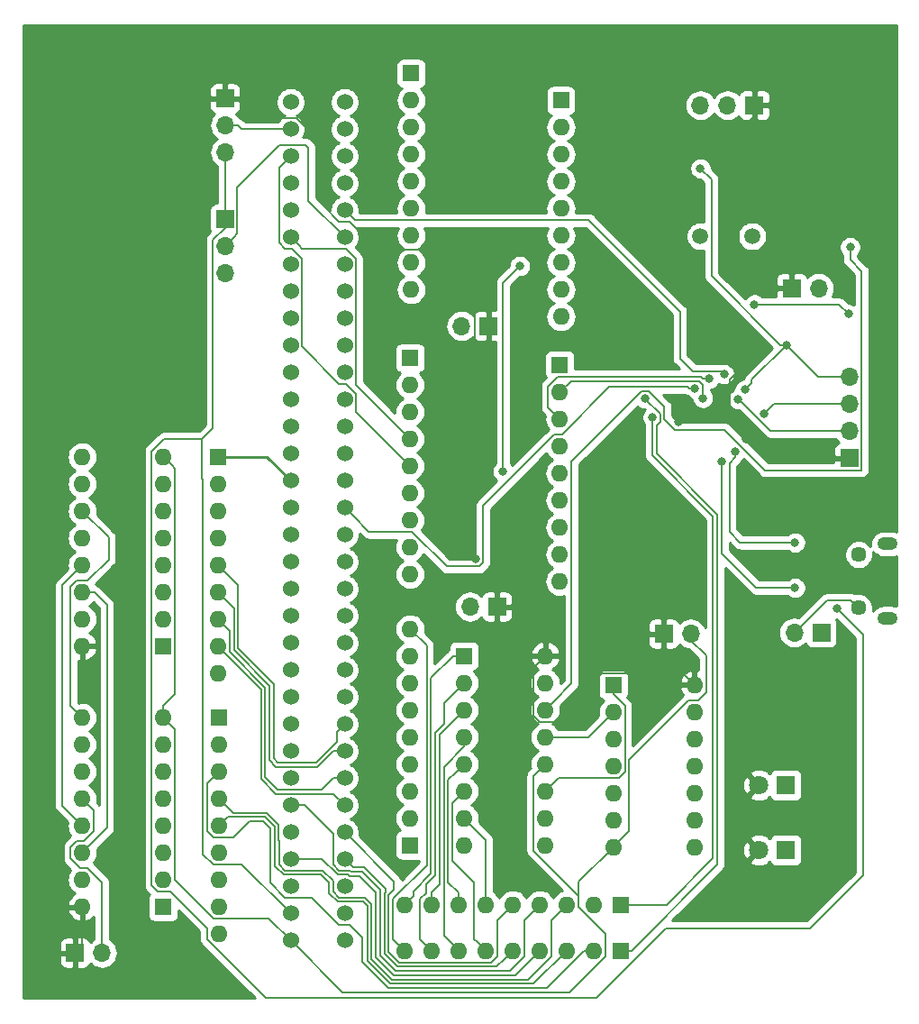
<source format=gbr>
G04 #@! TF.GenerationSoftware,KiCad,Pcbnew,(5.1.4)-1*
G04 #@! TF.CreationDate,2021-02-25T01:02:42-03:00*
G04 #@! TF.ProjectId,Flash,466c6173-682e-46b6-9963-61645f706362,rev?*
G04 #@! TF.SameCoordinates,Original*
G04 #@! TF.FileFunction,Copper,L2,Bot*
G04 #@! TF.FilePolarity,Positive*
%FSLAX46Y46*%
G04 Gerber Fmt 4.6, Leading zero omitted, Abs format (unit mm)*
G04 Created by KiCad (PCBNEW (5.1.4)-1) date 2021-02-25 01:02:42*
%MOMM*%
%LPD*%
G04 APERTURE LIST*
%ADD10O,1.700000X1.700000*%
%ADD11R,1.700000X1.700000*%
%ADD12C,1.800000*%
%ADD13R,1.800000X1.800000*%
%ADD14R,1.600000X1.600000*%
%ADD15O,1.600000X1.600000*%
%ADD16C,1.524000*%
%ADD17C,1.450000*%
%ADD18O,1.900000X1.200000*%
%ADD19C,1.500000*%
%ADD20C,0.800000*%
%ADD21C,0.200000*%
%ADD22C,0.250000*%
%ADD23C,0.254000*%
G04 APERTURE END LIST*
D10*
X98653600Y-29108400D03*
X98653600Y-26568400D03*
D11*
X98653600Y-24028400D03*
D10*
X152146000Y-74218800D03*
D11*
X154686000Y-74218800D03*
D10*
X87071200Y-104292400D03*
D11*
X84531200Y-104292400D03*
D10*
X121666000Y-71780400D03*
D11*
X124206000Y-71780400D03*
D10*
X120853200Y-45415200D03*
D11*
X123393200Y-45415200D03*
D10*
X154432000Y-41859200D03*
D11*
X151892000Y-41859200D03*
D10*
X142392400Y-74320400D03*
D11*
X139852400Y-74320400D03*
D10*
X143306800Y-24688800D03*
X145846800Y-24688800D03*
D11*
X148386800Y-24688800D03*
D10*
X98653600Y-40436800D03*
X98653600Y-37896800D03*
D11*
X98653600Y-35356800D03*
D12*
X148793200Y-94640400D03*
D13*
X151333200Y-94640400D03*
D12*
X148793200Y-88544400D03*
D13*
X151333200Y-88544400D03*
D14*
X130200400Y-24231600D03*
D15*
X130200400Y-26771600D03*
X130200400Y-29311600D03*
X130200400Y-31851600D03*
X130200400Y-34391600D03*
X130200400Y-36931600D03*
X130200400Y-39471600D03*
X130200400Y-42011600D03*
X130200400Y-44551600D03*
X115519200Y-104089200D03*
X118059200Y-104089200D03*
X120599200Y-104089200D03*
X123139200Y-104089200D03*
X125679200Y-104089200D03*
X128219200Y-104089200D03*
X130759200Y-104089200D03*
X133299200Y-104089200D03*
D14*
X135839200Y-104089200D03*
D16*
X104800400Y-39624000D03*
X104800400Y-42164000D03*
X104800400Y-44704000D03*
X104800400Y-47244000D03*
X104800400Y-24384000D03*
X104800400Y-26924000D03*
X104800400Y-29464000D03*
X104800400Y-32004000D03*
X104800400Y-34544000D03*
X104800400Y-37084000D03*
X109880400Y-24384000D03*
X109880400Y-26924000D03*
X109880400Y-29464000D03*
X109880400Y-32004000D03*
X109880400Y-34544000D03*
X109880400Y-37084000D03*
X109880400Y-39624000D03*
X109880400Y-42164000D03*
X109880400Y-44704000D03*
X109880400Y-47244000D03*
X109880400Y-103124000D03*
X109880400Y-100584000D03*
X109880400Y-98044000D03*
X109880400Y-95504000D03*
X109880400Y-92964000D03*
X109880400Y-90424000D03*
X109880400Y-87884000D03*
X109880400Y-85344000D03*
X109880400Y-82804000D03*
X109880400Y-80264000D03*
X109880400Y-77724000D03*
X109880400Y-75184000D03*
X109880400Y-72644000D03*
X109880400Y-70104000D03*
X109880400Y-67564000D03*
X109880400Y-65024000D03*
X109880400Y-62484000D03*
X109880400Y-59944000D03*
X109880400Y-57404000D03*
X109880400Y-54864000D03*
X109880400Y-52324000D03*
X109880400Y-49784000D03*
X104800400Y-103124000D03*
X104800400Y-100584000D03*
X104800400Y-98044000D03*
X104800400Y-95504000D03*
X104800400Y-92964000D03*
X104800400Y-90424000D03*
X104800400Y-87884000D03*
X104800400Y-85344000D03*
X104800400Y-82804000D03*
X104800400Y-80264000D03*
X104800400Y-77724000D03*
X104800400Y-75184000D03*
X104800400Y-72644000D03*
X104800400Y-70104000D03*
X104800400Y-67564000D03*
X104800400Y-65024000D03*
X104800400Y-62484000D03*
X104800400Y-59944000D03*
X104800400Y-57404000D03*
X104800400Y-54864000D03*
X104800400Y-52324000D03*
X104800400Y-49784000D03*
D17*
X158183600Y-71876800D03*
X158183600Y-66876800D03*
D18*
X160883600Y-72876800D03*
X160883600Y-65876800D03*
D14*
X130098800Y-49072800D03*
D15*
X130098800Y-51612800D03*
X130098800Y-54152800D03*
X130098800Y-56692800D03*
X130098800Y-59232800D03*
X130098800Y-61772800D03*
X130098800Y-64312800D03*
X130098800Y-66852800D03*
X130098800Y-69392800D03*
X116027200Y-73863200D03*
X116027200Y-76403200D03*
X116027200Y-78943200D03*
X116027200Y-81483200D03*
X116027200Y-84023200D03*
X116027200Y-86563200D03*
X116027200Y-89103200D03*
X116027200Y-91643200D03*
D14*
X116027200Y-94183200D03*
D15*
X116027200Y-68732400D03*
X116027200Y-66192400D03*
X116027200Y-63652400D03*
X116027200Y-61112400D03*
X116027200Y-58572400D03*
X116027200Y-56032400D03*
X116027200Y-53492400D03*
X116027200Y-50952400D03*
D14*
X116027200Y-48412400D03*
X98069400Y-82194400D03*
D15*
X98069400Y-84734400D03*
X98069400Y-87274400D03*
X98069400Y-89814400D03*
X98069400Y-92354400D03*
X98069400Y-94894400D03*
X98069400Y-97434400D03*
X98069400Y-99974400D03*
X98069400Y-102514400D03*
D14*
X135839200Y-99771200D03*
D15*
X133299200Y-99771200D03*
X130759200Y-99771200D03*
X128219200Y-99771200D03*
X125679200Y-99771200D03*
X123139200Y-99771200D03*
X120599200Y-99771200D03*
X118059200Y-99771200D03*
X115519200Y-99771200D03*
D14*
X97967800Y-57708800D03*
D15*
X97967800Y-60248800D03*
X97967800Y-62788800D03*
X97967800Y-65328800D03*
X97967800Y-67868800D03*
X97967800Y-70408800D03*
X97967800Y-72948800D03*
X97967800Y-75488800D03*
X97967800Y-78028800D03*
X116128800Y-42011600D03*
X116128800Y-39471600D03*
X116128800Y-36931600D03*
X116128800Y-34391600D03*
X116128800Y-31851600D03*
X116128800Y-29311600D03*
X116128800Y-26771600D03*
X116128800Y-24231600D03*
D14*
X116128800Y-21691600D03*
D11*
X157327600Y-57810400D03*
D10*
X157327600Y-55270400D03*
X157327600Y-52730400D03*
X157327600Y-50190400D03*
D14*
X135128000Y-79121000D03*
D15*
X142748000Y-94361000D03*
X135128000Y-81661000D03*
X142748000Y-91821000D03*
X135128000Y-84201000D03*
X142748000Y-89281000D03*
X135128000Y-86741000D03*
X142748000Y-86741000D03*
X135128000Y-89281000D03*
X142748000Y-84201000D03*
X135128000Y-91821000D03*
X142748000Y-81661000D03*
X135128000Y-94361000D03*
X142748000Y-79121000D03*
X128727200Y-76403200D03*
X121107200Y-94183200D03*
X128727200Y-78943200D03*
X121107200Y-91643200D03*
X128727200Y-81483200D03*
X121107200Y-89103200D03*
X128727200Y-84023200D03*
X121107200Y-86563200D03*
X128727200Y-86563200D03*
X121107200Y-84023200D03*
X128727200Y-89103200D03*
X121107200Y-81483200D03*
X128727200Y-91643200D03*
X121107200Y-78943200D03*
X128727200Y-94183200D03*
D14*
X121107200Y-76403200D03*
X92837000Y-99974400D03*
D15*
X85217000Y-82194400D03*
X92837000Y-97434400D03*
X85217000Y-84734400D03*
X92837000Y-94894400D03*
X85217000Y-87274400D03*
X92837000Y-92354400D03*
X85217000Y-89814400D03*
X92837000Y-89814400D03*
X85217000Y-92354400D03*
X92837000Y-87274400D03*
X85217000Y-94894400D03*
X92837000Y-84734400D03*
X85217000Y-97434400D03*
X92837000Y-82194400D03*
X85217000Y-99974400D03*
D14*
X92837000Y-75488800D03*
D15*
X85217000Y-57708800D03*
X92837000Y-72948800D03*
X85217000Y-60248800D03*
X92837000Y-70408800D03*
X85217000Y-62788800D03*
X92837000Y-67868800D03*
X85217000Y-65328800D03*
X92837000Y-65328800D03*
X85217000Y-67868800D03*
X92837000Y-62788800D03*
X85217000Y-70408800D03*
X92837000Y-60248800D03*
X85217000Y-72948800D03*
X92837000Y-57708800D03*
X85217000Y-75488800D03*
D19*
X148183600Y-36982400D03*
X143303600Y-36982400D03*
D20*
X122072400Y-38252400D03*
X140342400Y-41452800D03*
X147635610Y-56016576D03*
X141274800Y-54457600D03*
X147167600Y-47904400D03*
X143916400Y-47498000D03*
X122174000Y-67310000D03*
X151384000Y-47193200D03*
X143306800Y-30614400D03*
X147472400Y-51409600D03*
X156108400Y-71932800D03*
X145542000Y-49936400D03*
X157378400Y-37998400D03*
X157226000Y-44297600D03*
X148386800Y-43383200D03*
X146592976Y-57184976D03*
X152196800Y-65753200D03*
X145288000Y-58115200D03*
X152196800Y-70002400D03*
X144118494Y-50384599D03*
X143553375Y-52190225D03*
X138835580Y-54000400D03*
X138135580Y-52222400D03*
X146862800Y-52324000D03*
X149301200Y-53644800D03*
X124758975Y-59074575D03*
X126339600Y-39776400D03*
X142810768Y-51272811D03*
D21*
X139496800Y-29031998D02*
X139496800Y-40607200D01*
X139496800Y-40607200D02*
X140342400Y-41452800D01*
X157327600Y-57810400D02*
X149429434Y-57810400D01*
X149429434Y-57810400D02*
X147635610Y-56016576D01*
X146076634Y-54457600D02*
X147635610Y-56016576D01*
X141274800Y-54457600D02*
X146076634Y-54457600D01*
X147167600Y-47904400D02*
X144322800Y-47904400D01*
X144322800Y-47904400D02*
X143916400Y-47498000D01*
X146076634Y-50437768D02*
X146076634Y-54457600D01*
X147167600Y-49346802D02*
X146076634Y-50437768D01*
X147167600Y-47904400D02*
X147167600Y-49346802D01*
X122072400Y-65024000D02*
X122072400Y-38252400D01*
X141948001Y-78321001D02*
X142748000Y-79121000D01*
X141647999Y-78020999D02*
X141948001Y-78321001D01*
X129525797Y-82583201D02*
X134087999Y-78020999D01*
X128199199Y-82583201D02*
X129525797Y-82583201D01*
X127627199Y-82011201D02*
X128199199Y-82583201D01*
X127627199Y-77503201D02*
X127627199Y-82011201D01*
X128727200Y-76403200D02*
X127627199Y-77503201D01*
X122072400Y-67208400D02*
X122174000Y-67310000D01*
X122072400Y-65024000D02*
X122072400Y-67208400D01*
X113023101Y-38252400D02*
X122072400Y-38252400D01*
X110376702Y-35606001D02*
X113023101Y-38252400D01*
X109370639Y-35606001D02*
X110376702Y-35606001D01*
X107849919Y-34085281D02*
X109370639Y-35606001D01*
X148386800Y-25738800D02*
X148386800Y-24688800D01*
X147976401Y-26149199D02*
X148386800Y-25738800D01*
X142379599Y-26149199D02*
X147976401Y-26149199D01*
X142379599Y-26149199D02*
X139496800Y-29031998D01*
X85217000Y-103606600D02*
X84531200Y-104292400D01*
X85217000Y-99974400D02*
X85217000Y-103606600D01*
X139801600Y-77317600D02*
X139801600Y-74879200D01*
X140504999Y-78020999D02*
X139801600Y-77317600D01*
X140504999Y-78020999D02*
X141647999Y-78020999D01*
X134087999Y-78020999D02*
X140504999Y-78020999D01*
X107849919Y-28401757D02*
X107849919Y-28906719D01*
X105310161Y-25861999D02*
X107849919Y-28401757D01*
X107849919Y-28906719D02*
X107849919Y-34085281D01*
X98653600Y-24028400D02*
X99703600Y-24028400D01*
X100524800Y-24893198D02*
X101493601Y-25861999D01*
X100524800Y-24849600D02*
X100524800Y-24893198D01*
X101493601Y-25861999D02*
X105310161Y-25861999D01*
X99703600Y-24028400D02*
X100524800Y-24849600D01*
X93636999Y-58508799D02*
X92837000Y-57708800D01*
X93937001Y-58808801D02*
X93636999Y-58508799D01*
X93937001Y-79963029D02*
X93937001Y-58808801D01*
X92837000Y-81063030D02*
X93937001Y-79963029D01*
X92837000Y-82194400D02*
X92837000Y-81063030D01*
X127627199Y-87663201D02*
X127927201Y-87363199D01*
X127627199Y-94711201D02*
X127627199Y-87663201D01*
X131859201Y-98943203D02*
X127627199Y-94711201D01*
X131859201Y-99959203D02*
X131859201Y-98943203D01*
X134399201Y-102499203D02*
X131859201Y-99959203D01*
X134399201Y-104617201D02*
X134399201Y-102499203D01*
X127927201Y-87363199D02*
X128727200Y-86563200D01*
X131021992Y-107994410D02*
X134399201Y-104617201D01*
X109670810Y-107994410D02*
X131021992Y-107994410D01*
X104800400Y-103124000D02*
X109670810Y-107994410D01*
X157327600Y-50190400D02*
X154381200Y-50190400D01*
X154381200Y-50190400D02*
X151384000Y-47193200D01*
X144353601Y-31661201D02*
X143306800Y-30614400D01*
X144353601Y-40728486D02*
X144353601Y-31661201D01*
X150818315Y-47193200D02*
X144353601Y-40728486D01*
X151384000Y-47193200D02*
X150818315Y-47193200D01*
X148107400Y-50774600D02*
X147472400Y-51409600D01*
X148107400Y-50469800D02*
X148107400Y-50774600D01*
X151384000Y-47193200D02*
X148107400Y-50469800D01*
X131859201Y-97629799D02*
X131859201Y-99959203D01*
X135128000Y-94361000D02*
X131859201Y-97629799D01*
X102750801Y-101074401D02*
X104800400Y-103124000D01*
X97541399Y-101074401D02*
X102750801Y-101074401D01*
X93937001Y-97470003D02*
X97541399Y-101074401D01*
X92837000Y-82194400D02*
X93937001Y-83294401D01*
X93937001Y-83294401D02*
X93937001Y-97470003D01*
D22*
X102565200Y-57708800D02*
X104800400Y-59944000D01*
X97967800Y-57708800D02*
X102565200Y-57708800D01*
D21*
X87071200Y-103090319D02*
X87071200Y-104292400D01*
X85028997Y-96334399D02*
X85745001Y-96334399D01*
X84116999Y-95422401D02*
X85028997Y-96334399D01*
X87071200Y-97660598D02*
X87071200Y-103090319D01*
X85745001Y-96334399D02*
X87071200Y-97660598D01*
X84116999Y-94366399D02*
X84116999Y-95422401D01*
X84688999Y-93794399D02*
X84116999Y-94366399D01*
X85405003Y-93794399D02*
X84688999Y-93794399D01*
X86317001Y-92882401D02*
X85405003Y-93794399D01*
X86317001Y-90914401D02*
X86317001Y-92882401D01*
X85217000Y-89814400D02*
X86317001Y-90914401D01*
X135927999Y-93561001D02*
X135128000Y-94361000D01*
X136628011Y-86152987D02*
X136628011Y-92860989D01*
X142219999Y-80560999D02*
X136628011Y-86152987D01*
X136628011Y-92860989D02*
X135927999Y-93561001D01*
X143111401Y-80560999D02*
X142219999Y-80560999D01*
X143848001Y-79824399D02*
X143111401Y-80560999D01*
X143848001Y-76385601D02*
X143848001Y-79824399D01*
X142341600Y-74879200D02*
X143848001Y-76385601D01*
X157458601Y-71151801D02*
X158183600Y-71876800D01*
X155212999Y-71151801D02*
X157458601Y-71151801D01*
X152146000Y-74218800D02*
X155212999Y-71151801D01*
X97541399Y-95994401D02*
X96569389Y-95022391D01*
X104800400Y-100584000D02*
X100210801Y-95994401D01*
X97541399Y-95994401D02*
X100210801Y-95994401D01*
X158597600Y-74422000D02*
X156108400Y-71932800D01*
X158597600Y-97028000D02*
X158597600Y-74422000D01*
X153615999Y-102009601D02*
X158597600Y-97028000D01*
X140058801Y-102009601D02*
X153615999Y-102009601D01*
X133559602Y-108508800D02*
X140058801Y-102009601D01*
X93517401Y-98534401D02*
X96969399Y-101986399D01*
X91736999Y-58335999D02*
X91736999Y-97962401D01*
X91736999Y-97962401D02*
X92308999Y-98534401D01*
X102435798Y-108508800D02*
X133559602Y-108508800D01*
X96969399Y-103042401D02*
X102435798Y-108508800D01*
X92308999Y-98534401D02*
X93517401Y-98534401D01*
X96969399Y-101986399D02*
X96969399Y-103042401D01*
X96487599Y-59762021D02*
X96569389Y-59843811D01*
X96569389Y-95022391D02*
X96569389Y-59843811D01*
X92903797Y-56014001D02*
X96487599Y-56014001D01*
X91736999Y-57180799D02*
X92903797Y-56014001D01*
X91736999Y-58335999D02*
X91736999Y-57180799D01*
X97503599Y-37344799D02*
X97503599Y-54983999D01*
X98653600Y-35356800D02*
X98653600Y-36194798D01*
X98653600Y-36194798D02*
X97503599Y-37344799D01*
X96487599Y-55999999D02*
X96487599Y-56725201D01*
X97503599Y-54983999D02*
X96487599Y-55999999D01*
X96487599Y-56014001D02*
X96487599Y-56725201D01*
X96487599Y-56725201D02*
X96487599Y-59762021D01*
X98653600Y-31377281D02*
X98653600Y-35356800D01*
X98653600Y-30276800D02*
X98653600Y-29108400D01*
X98653600Y-30276800D02*
X98653600Y-31377281D01*
X98653600Y-30175200D02*
X98653600Y-30276800D01*
X114419199Y-99243199D02*
X117607139Y-96055259D01*
X115519200Y-104089200D02*
X114419199Y-102989199D01*
X114419199Y-102989199D02*
X114419199Y-99243199D01*
X117607139Y-75443139D02*
X116027200Y-73863200D01*
X117607139Y-96055259D02*
X117607139Y-75443139D01*
X116319199Y-98971201D02*
X115519200Y-99771200D01*
X116319199Y-98507103D02*
X116319199Y-98971201D01*
X118007149Y-96819153D02*
X116319199Y-98507103D01*
X118007149Y-78503251D02*
X118007149Y-96819153D01*
X120107200Y-76403200D02*
X118007149Y-78503251D01*
X121107200Y-76403200D02*
X120107200Y-76403200D01*
X119224151Y-80826249D02*
X121107200Y-78943200D01*
X119224151Y-82800551D02*
X119224151Y-80826249D01*
X118407159Y-83617542D02*
X119224151Y-82800551D01*
X118059200Y-104089200D02*
X116959199Y-102989199D01*
X116959199Y-102989199D02*
X116959199Y-99243199D01*
X117524599Y-98677799D02*
X117524599Y-97867401D01*
X116959199Y-99243199D02*
X117524599Y-98677799D01*
X117524599Y-97867401D02*
X118407159Y-96984841D01*
X118407159Y-96984841D02*
X118407159Y-83617542D01*
X96969399Y-88374401D02*
X98069400Y-87274400D01*
X100920590Y-91941610D02*
X99407799Y-93454401D01*
X111506000Y-105098195D02*
X111506000Y-102819200D01*
X102882780Y-92634976D02*
X102189414Y-91941610D01*
X114002205Y-107594400D02*
X111506000Y-105098195D01*
X128882002Y-107594400D02*
X114002205Y-107594400D01*
X133299200Y-104089200D02*
X132387202Y-104089200D01*
X96969399Y-92882401D02*
X96969399Y-88374401D01*
X110332801Y-101646001D02*
X109370639Y-101646001D01*
X97541399Y-93454401D02*
X96969399Y-92882401D01*
X132387202Y-104089200D02*
X128882002Y-107594400D01*
X109370639Y-101646001D02*
X106830639Y-99106001D01*
X111506000Y-102819200D02*
X110332801Y-101646001D01*
X106830639Y-99106001D02*
X104290639Y-99106001D01*
X104290639Y-99106001D02*
X102882780Y-97698142D01*
X102882780Y-97698142D02*
X102882780Y-92634976D01*
X99407799Y-93454401D02*
X97541399Y-93454401D01*
X100920590Y-91941610D02*
X102189414Y-91941610D01*
X118059200Y-98639830D02*
X118807169Y-97891861D01*
X118059200Y-99771200D02*
X118059200Y-98639830D01*
X118807169Y-83783231D02*
X121107200Y-81483200D01*
X118807169Y-97891861D02*
X118807169Y-83783231D01*
X102469992Y-91141592D02*
X102463600Y-91135200D01*
X103682800Y-92303600D02*
X102520792Y-91141592D01*
X130759200Y-99771200D02*
X129319201Y-101211199D01*
X129319201Y-101211199D02*
X129319201Y-104617201D01*
X129319201Y-104617201D02*
X127147161Y-106789241D01*
X114328444Y-106789241D02*
X112419149Y-104879947D01*
X127147161Y-106789241D02*
X114328444Y-106789241D01*
X112419149Y-104879947D02*
X112419149Y-99719149D01*
X104290639Y-96566001D02*
X103738399Y-96013761D01*
X112419149Y-99719149D02*
X111806001Y-99106001D01*
X109370639Y-99106001D02*
X108818399Y-98553761D01*
X108818399Y-98553761D02*
X108818399Y-97540799D01*
X111806001Y-99106001D02*
X109370639Y-99106001D01*
X107843601Y-96566001D02*
X104290639Y-96566001D01*
X108818399Y-97540799D02*
X107843601Y-96566001D01*
X103738399Y-96013761D02*
X103738399Y-93721201D01*
X102520792Y-91141592D02*
X102469992Y-91141592D01*
X103738399Y-93721201D02*
X103682800Y-93665602D01*
X99390200Y-91135200D02*
X98069400Y-89814400D01*
X103682800Y-93665602D02*
X103682800Y-92303600D01*
X100031592Y-91141592D02*
X102520792Y-91141592D01*
X100025200Y-91135200D02*
X100031592Y-91141592D01*
X99390200Y-91135200D02*
X100025200Y-91135200D01*
X119799201Y-103289201D02*
X120599200Y-104089200D01*
X119207179Y-102697179D02*
X119799201Y-103289201D01*
X119207179Y-86835219D02*
X119207179Y-102697179D01*
X121107200Y-84935198D02*
X119207179Y-86835219D01*
X121107200Y-84023200D02*
X121107200Y-84935198D01*
X104124950Y-96966011D02*
X107677913Y-96966011D01*
X103282790Y-96123851D02*
X104124950Y-96966011D01*
X114162755Y-107189251D02*
X127659149Y-107189251D01*
X103282790Y-92469288D02*
X103282790Y-96123851D01*
X102355102Y-91541600D02*
X103282790Y-92469288D01*
X127659149Y-107189251D02*
X130759200Y-104089200D01*
X98069400Y-92354400D02*
X98882200Y-91541600D01*
X107677913Y-96966011D02*
X108418389Y-97706487D01*
X108418389Y-97706487D02*
X108418389Y-98719450D01*
X109920009Y-99506009D02*
X109920011Y-99506011D01*
X108418389Y-98719450D02*
X109204949Y-99506009D01*
X109204949Y-99506009D02*
X109920009Y-99506009D01*
X109920011Y-99506011D02*
X111640313Y-99506011D01*
X111640313Y-99506011D02*
X112019139Y-99884837D01*
X112019139Y-99884837D02*
X112019139Y-105045636D01*
X112019139Y-105045636D02*
X114162755Y-107189251D01*
X98882200Y-91541600D02*
X102355102Y-91541600D01*
X120307201Y-87363199D02*
X121107200Y-86563200D01*
X119607189Y-88063211D02*
X120307201Y-87363199D01*
X119607189Y-97647819D02*
X119607189Y-88063211D01*
X120599200Y-98639830D02*
X119607189Y-97647819D01*
X120599200Y-99771200D02*
X120599200Y-98639830D01*
X126779201Y-101211199D02*
X128219200Y-99771200D01*
X126779201Y-104617201D02*
X126779201Y-101211199D01*
X114659821Y-105989221D02*
X125407181Y-105989221D01*
X125407181Y-105989221D02*
X126779201Y-104617201D01*
X113219169Y-98392467D02*
X113219169Y-104548569D01*
X113219169Y-104548569D02*
X114659821Y-105989221D01*
X111492711Y-96666009D02*
X113219169Y-98392467D01*
X110476710Y-96666009D02*
X111492711Y-96666009D01*
X104800400Y-90424000D02*
X106121200Y-90424000D01*
X106121200Y-90424000D02*
X108818399Y-93121199D01*
X108818399Y-93121199D02*
X108818399Y-96013761D01*
X108818399Y-96013761D02*
X109370639Y-96566001D01*
X109370639Y-96566001D02*
X110376702Y-96566001D01*
X110376702Y-96566001D02*
X110476710Y-96666009D01*
X120007199Y-90203201D02*
X120007199Y-95673999D01*
X121107200Y-89103200D02*
X120007199Y-90203201D01*
X122339201Y-103289201D02*
X123139200Y-104089200D01*
X122039199Y-102989199D02*
X122339201Y-103289201D01*
X122039199Y-97705999D02*
X122039199Y-102989199D01*
X120007199Y-95673999D02*
X122039199Y-97705999D01*
X110311021Y-97066019D02*
X110211013Y-96966011D01*
X111290019Y-97066019D02*
X110311021Y-97066019D01*
X112819159Y-98595159D02*
X111290019Y-97066019D01*
X112819159Y-104714258D02*
X112819159Y-98595159D01*
X114494132Y-106389231D02*
X112819159Y-104714258D01*
X125919169Y-106389231D02*
X114494132Y-106389231D01*
X128219200Y-104089200D02*
X125919169Y-106389231D01*
X109204951Y-96966011D02*
X110211013Y-96966011D01*
X107742940Y-95504000D02*
X109204951Y-96966011D01*
X104800400Y-95504000D02*
X107742940Y-95504000D01*
X99885420Y-75709325D02*
X99885420Y-69786420D01*
X109880400Y-82804000D02*
X109118401Y-83565999D01*
X109118401Y-83565999D02*
X109118401Y-84462671D01*
X103219210Y-79043115D02*
X99885420Y-75709325D01*
X109118401Y-84462671D02*
X107175071Y-86406001D01*
X107175071Y-86406001D02*
X103583299Y-86406001D01*
X103583299Y-86406001D02*
X103219210Y-86041912D01*
X99885420Y-69786420D02*
X97967800Y-67868800D01*
X103219210Y-86041912D02*
X103219210Y-79043115D01*
X99485410Y-75875013D02*
X99485410Y-71926410D01*
X102819200Y-85350560D02*
X102819200Y-79208803D01*
X108802770Y-85344000D02*
X107324771Y-86821999D01*
X109880400Y-85344000D02*
X108802770Y-85344000D01*
X107324771Y-86821999D02*
X103433599Y-86821999D01*
X103433599Y-86821999D02*
X102806420Y-86194820D01*
X102819200Y-79208803D02*
X99485410Y-75875013D01*
X102806420Y-86194820D02*
X102806420Y-85363340D01*
X99485410Y-71926410D02*
X97967800Y-70408800D01*
X102806420Y-85363340D02*
X102819200Y-85350560D01*
X99085400Y-74066400D02*
X99085400Y-76040701D01*
X107740769Y-88946001D02*
X108802770Y-87884000D01*
X97967800Y-72948800D02*
X99085400Y-74066400D01*
X102406410Y-79361711D02*
X102406410Y-87819912D01*
X108802770Y-87884000D02*
X109880400Y-87884000D01*
X99085400Y-76040701D02*
X102406410Y-79361711D01*
X102406410Y-87819912D02*
X103532499Y-88946001D01*
X103532499Y-88946001D02*
X107740769Y-88946001D01*
X102006400Y-79527400D02*
X97967800Y-75488800D01*
X102006400Y-87985600D02*
X102006400Y-79527400D01*
X103382799Y-89361999D02*
X102006400Y-87985600D01*
X109880400Y-90424000D02*
X108818399Y-89361999D01*
X108818399Y-89361999D02*
X103382799Y-89361999D01*
X114019189Y-104217191D02*
X114019189Y-98832811D01*
X114991199Y-105189201D02*
X114019189Y-104217191D01*
X123667201Y-105189201D02*
X114991199Y-105189201D01*
X124239201Y-104617201D02*
X123667201Y-105189201D01*
X125679200Y-99771200D02*
X124239201Y-101211199D01*
X124239201Y-101211199D02*
X124239201Y-104617201D01*
X114019189Y-98832811D02*
X114503200Y-98348800D01*
X114503200Y-97586800D02*
X109880400Y-92964000D01*
X114503200Y-98348800D02*
X114503200Y-97586800D01*
X110642399Y-96265999D02*
X111658399Y-96265999D01*
X109880400Y-95504000D02*
X110642399Y-96265999D01*
X113690400Y-98595901D02*
X113619179Y-98667122D01*
X111658399Y-96265999D02*
X113690400Y-98298000D01*
X113690400Y-98298000D02*
X113690400Y-98595901D01*
X124879201Y-104889199D02*
X125679200Y-104089200D01*
X124179189Y-105589211D02*
X124879201Y-104889199D01*
X114825510Y-105589211D02*
X124179189Y-105589211D01*
X113619179Y-104382880D02*
X114825510Y-105589211D01*
X113619179Y-98667122D02*
X113619179Y-104382880D01*
X110828001Y-35491601D02*
X132824401Y-35491601D01*
X109880400Y-34544000D02*
X110828001Y-35491601D01*
X141376400Y-48463200D02*
X141376400Y-44043600D01*
X132824401Y-35491601D02*
X141351000Y-44018200D01*
X141376400Y-44043600D02*
X141351000Y-44018200D01*
X145542000Y-49936400D02*
X145290198Y-49684598D01*
X145290198Y-49684598D02*
X142597798Y-49684598D01*
X142597798Y-49684598D02*
X141376400Y-48463200D01*
X105562399Y-37845999D02*
X104800400Y-37084000D01*
X105862401Y-38146001D02*
X105562399Y-37845999D01*
X109974163Y-38146001D02*
X105862401Y-38146001D01*
X110942401Y-39114239D02*
X109974163Y-38146001D01*
X110942401Y-50947601D02*
X110942401Y-39114239D01*
X116027200Y-56032400D02*
X110942401Y-50947601D01*
X104038401Y-30225999D02*
X104800400Y-29464000D01*
X103738399Y-30526001D02*
X104038401Y-30225999D01*
X103738399Y-37593761D02*
X103738399Y-30526001D01*
X104894163Y-38146001D02*
X104290639Y-38146001D01*
X105862401Y-47337763D02*
X105862401Y-39114239D01*
X109370639Y-50846001D02*
X105862401Y-47337763D01*
X109974163Y-50846001D02*
X109370639Y-50846001D01*
X104290639Y-38146001D02*
X103738399Y-37593761D01*
X110942401Y-51814239D02*
X109974163Y-50846001D01*
X110942401Y-53487601D02*
X110942401Y-51814239D01*
X105862401Y-39114239D02*
X104894163Y-38146001D01*
X116027200Y-58572400D02*
X110942401Y-53487601D01*
X86348370Y-70408800D02*
X87553800Y-71614230D01*
X85217000Y-70408800D02*
X86348370Y-70408800D01*
X87553800Y-92557600D02*
X85217000Y-94894400D01*
X87553800Y-71614230D02*
X87553800Y-92557600D01*
X131198801Y-79011599D02*
X129527199Y-80683201D01*
X139935591Y-52986409D02*
X138471581Y-51522399D01*
X139935591Y-54154393D02*
X139935591Y-52986409D01*
X137799579Y-51522399D02*
X131198801Y-58123177D01*
X140938799Y-55157601D02*
X139935591Y-54154393D01*
X131198801Y-58123177D02*
X131198801Y-79011599D01*
X149404403Y-58960401D02*
X145601603Y-55157601D01*
X145601603Y-55157601D02*
X140938799Y-55157601D01*
X158417601Y-58960401D02*
X149404403Y-58960401D01*
X158477601Y-58900401D02*
X158417601Y-58960401D01*
X158477601Y-40299682D02*
X158477601Y-58900401D01*
X157378400Y-39200481D02*
X158477601Y-40299682D01*
X129527199Y-80683201D02*
X128727200Y-81483200D01*
X138471581Y-51522399D02*
X137799579Y-51522399D01*
X157378400Y-37998400D02*
X157378400Y-39200481D01*
X157226000Y-44297600D02*
X156311600Y-43383200D01*
X156311600Y-43383200D02*
X148386800Y-43383200D01*
X146592976Y-57750661D02*
X146050000Y-58293637D01*
X146592976Y-57184976D02*
X146592976Y-57750661D01*
X146050000Y-58293637D02*
X146050000Y-64770000D01*
X146050000Y-64770000D02*
X147033200Y-65753200D01*
X147033200Y-65753200D02*
X152196800Y-65753200D01*
X145288000Y-59321423D02*
X145308421Y-59341844D01*
X145288000Y-58115200D02*
X145288000Y-59321423D01*
X145308421Y-59341844D02*
X145308421Y-66771621D01*
X145308421Y-66771621D02*
X148539200Y-70002400D01*
X148539200Y-70002400D02*
X152196800Y-70002400D01*
X128998799Y-51084799D02*
X129910797Y-50172801D01*
X130098800Y-54152800D02*
X128998799Y-53052799D01*
X128998799Y-53052799D02*
X128998799Y-51084799D01*
X143341011Y-50172801D02*
X142105199Y-50172801D01*
X143552809Y-50384599D02*
X143341011Y-50172801D01*
X144118494Y-50384599D02*
X143552809Y-50384599D01*
X129910797Y-50172801D02*
X142105199Y-50172801D01*
X143553375Y-50950864D02*
X143553375Y-52190225D01*
X143175322Y-50572811D02*
X143553375Y-50950864D01*
X130098800Y-51612800D02*
X131138789Y-50572811D01*
X131138789Y-50572811D02*
X143175322Y-50572811D01*
X123139200Y-93675200D02*
X121107200Y-91643200D01*
X123139200Y-99771200D02*
X123139200Y-93675200D01*
X135839200Y-99771200D02*
X140112802Y-99771200D01*
X140112802Y-99771200D02*
X144508401Y-95375601D01*
X138835580Y-54566085D02*
X138785600Y-54616065D01*
X138835580Y-54000400D02*
X138835580Y-54566085D01*
X138785600Y-57591598D02*
X144508401Y-63314399D01*
X138785600Y-54616065D02*
X138785600Y-57591598D01*
X144508401Y-95375601D02*
X144508401Y-63314399D01*
X144908411Y-96019989D02*
X136839200Y-104089200D01*
X138135580Y-52264398D02*
X139535581Y-53664399D01*
X144908411Y-63148711D02*
X144908411Y-96019989D01*
X139535581Y-53664399D02*
X139535581Y-54431783D01*
X139535581Y-54431783D02*
X139185610Y-54781754D01*
X136839200Y-104089200D02*
X135839200Y-104089200D01*
X139185610Y-54781754D02*
X139185610Y-57425910D01*
X138135580Y-52222400D02*
X138135580Y-52264398D01*
X139185610Y-57425910D02*
X144908411Y-63148711D01*
X146944398Y-52324000D02*
X146862800Y-52324000D01*
X157327600Y-55270400D02*
X149890798Y-55270400D01*
X149890798Y-55270400D02*
X146944398Y-52324000D01*
X157327600Y-52730400D02*
X150215600Y-52730400D01*
X150215600Y-52730400D02*
X149301200Y-53644800D01*
X124758975Y-59074575D02*
X124758975Y-41357025D01*
X124758975Y-41357025D02*
X126339600Y-39776400D01*
X129989399Y-87841001D02*
X128727200Y-89103200D01*
X135656001Y-87841001D02*
X129989399Y-87841001D01*
X136228001Y-87269001D02*
X135656001Y-87841001D01*
X136228001Y-81132999D02*
X136228001Y-87269001D01*
X135128000Y-80032998D02*
X136228001Y-81132999D01*
X135128000Y-79121000D02*
X135128000Y-80032998D01*
X85217000Y-67868800D02*
X83337400Y-69748400D01*
X83337400Y-90474800D02*
X85217000Y-92354400D01*
X83337400Y-69748400D02*
X83337400Y-90474800D01*
X132765800Y-84023200D02*
X135128000Y-81661000D01*
X128727200Y-84023200D02*
X132765800Y-84023200D01*
X84417001Y-81394401D02*
X85217000Y-82194400D01*
X84116999Y-81094399D02*
X84417001Y-81394401D01*
X84116999Y-69880799D02*
X84116999Y-81094399D01*
X84688999Y-69308799D02*
X84116999Y-69880799D01*
X85745001Y-69308799D02*
X84688999Y-69308799D01*
X87706200Y-67347600D02*
X85745001Y-69308799D01*
X87706200Y-65278000D02*
X87706200Y-67347600D01*
X85217000Y-62788800D02*
X87706200Y-65278000D01*
X100211281Y-26924000D02*
X100482400Y-26924000D01*
X99855681Y-26568400D02*
X100211281Y-26924000D01*
X98653600Y-26568400D02*
X99855681Y-26568400D01*
X104800400Y-26924000D02*
X100482400Y-26924000D01*
X110642399Y-63245999D02*
X109880400Y-62484000D01*
X116215203Y-64752401D02*
X112148801Y-64752401D01*
X119472803Y-68010001D02*
X116215203Y-64752401D01*
X122510001Y-68010001D02*
X119472803Y-68010001D01*
X122874001Y-67646001D02*
X122510001Y-68010001D01*
X122874001Y-62289597D02*
X122874001Y-67646001D01*
X129570799Y-55592799D02*
X122874001Y-62289597D01*
X130286803Y-55592799D02*
X129570799Y-55592799D01*
X112148801Y-64752401D02*
X110642399Y-63245999D01*
X142094661Y-51122389D02*
X134757213Y-51122389D01*
X134757213Y-51122389D02*
X130286803Y-55592799D01*
X142245083Y-51272811D02*
X142094661Y-51122389D01*
X142810768Y-51272811D02*
X142245083Y-51272811D01*
X99503599Y-37046801D02*
X98653600Y-37896800D01*
X99803601Y-36746799D02*
X99503599Y-37046801D01*
X106227599Y-28401999D02*
X103779601Y-28401999D01*
X106476800Y-28651200D02*
X106227599Y-28401999D01*
X106476800Y-33680400D02*
X106476800Y-28651200D01*
X109880400Y-37084000D02*
X106476800Y-33680400D01*
X99803601Y-32377999D02*
X100177600Y-32004000D01*
X99803601Y-34322401D02*
X99803601Y-32377999D01*
X103779601Y-28401999D02*
X100177600Y-32004000D01*
X99803601Y-34322401D02*
X99803601Y-36746799D01*
X99803601Y-33495599D02*
X99803601Y-34322401D01*
D23*
G36*
X161696801Y-64726740D02*
G01*
X161475702Y-64659670D01*
X161294265Y-64641800D01*
X160472935Y-64641800D01*
X160291498Y-64659670D01*
X160058699Y-64730289D01*
X159844151Y-64844967D01*
X159656098Y-64999298D01*
X159501767Y-65187351D01*
X159387089Y-65401899D01*
X159316470Y-65634698D01*
X159292625Y-65876800D01*
X159316470Y-66118902D01*
X159319483Y-66128835D01*
X159239981Y-66009851D01*
X159050549Y-65820419D01*
X158827801Y-65671584D01*
X158580297Y-65569064D01*
X158317548Y-65516800D01*
X158049652Y-65516800D01*
X157786903Y-65569064D01*
X157539399Y-65671584D01*
X157316651Y-65820419D01*
X157127219Y-66009851D01*
X156978384Y-66232599D01*
X156875864Y-66480103D01*
X156823600Y-66742852D01*
X156823600Y-67010748D01*
X156875864Y-67273497D01*
X156978384Y-67521001D01*
X157127219Y-67743749D01*
X157316651Y-67933181D01*
X157539399Y-68082016D01*
X157786903Y-68184536D01*
X158049652Y-68236800D01*
X158317548Y-68236800D01*
X158580297Y-68184536D01*
X158827801Y-68082016D01*
X159050549Y-67933181D01*
X159239981Y-67743749D01*
X159388816Y-67521001D01*
X159491336Y-67273497D01*
X159543600Y-67010748D01*
X159543600Y-66742852D01*
X159510616Y-66577032D01*
X159656098Y-66754302D01*
X159844151Y-66908633D01*
X160058699Y-67023311D01*
X160291498Y-67093930D01*
X160472935Y-67111800D01*
X161294265Y-67111800D01*
X161475702Y-67093930D01*
X161696801Y-67026860D01*
X161696801Y-71726740D01*
X161475702Y-71659670D01*
X161294265Y-71641800D01*
X160472935Y-71641800D01*
X160291498Y-71659670D01*
X160058699Y-71730289D01*
X159844151Y-71844967D01*
X159656098Y-71999298D01*
X159510616Y-72176568D01*
X159543600Y-72010748D01*
X159543600Y-71742852D01*
X159491336Y-71480103D01*
X159388816Y-71232599D01*
X159239981Y-71009851D01*
X159050549Y-70820419D01*
X158827801Y-70671584D01*
X158580297Y-70569064D01*
X158317548Y-70516800D01*
X158049652Y-70516800D01*
X157883668Y-70549816D01*
X157868921Y-70537714D01*
X157741234Y-70469464D01*
X157602686Y-70427436D01*
X157494706Y-70416801D01*
X157458601Y-70413245D01*
X157422496Y-70416801D01*
X155249104Y-70416801D01*
X155212999Y-70413245D01*
X155068914Y-70427436D01*
X154930365Y-70469464D01*
X154826512Y-70524975D01*
X154802679Y-70537714D01*
X154690761Y-70629563D01*
X154667745Y-70657608D01*
X152539122Y-72786232D01*
X152437111Y-72755287D01*
X152218950Y-72733800D01*
X152073050Y-72733800D01*
X151854889Y-72755287D01*
X151574966Y-72840201D01*
X151316986Y-72978094D01*
X151090866Y-73163666D01*
X150905294Y-73389786D01*
X150767401Y-73647766D01*
X150682487Y-73927689D01*
X150653815Y-74218800D01*
X150682487Y-74509911D01*
X150767401Y-74789834D01*
X150905294Y-75047814D01*
X151090866Y-75273934D01*
X151316986Y-75459506D01*
X151574966Y-75597399D01*
X151854889Y-75682313D01*
X152073050Y-75703800D01*
X152218950Y-75703800D01*
X152437111Y-75682313D01*
X152717034Y-75597399D01*
X152975014Y-75459506D01*
X153201134Y-75273934D01*
X153225607Y-75244113D01*
X153246498Y-75312980D01*
X153305463Y-75423294D01*
X153384815Y-75519985D01*
X153481506Y-75599337D01*
X153591820Y-75658302D01*
X153711518Y-75694612D01*
X153836000Y-75706872D01*
X155536000Y-75706872D01*
X155660482Y-75694612D01*
X155780180Y-75658302D01*
X155890494Y-75599337D01*
X155987185Y-75519985D01*
X156066537Y-75423294D01*
X156125502Y-75312980D01*
X156161812Y-75193282D01*
X156174072Y-75068800D01*
X156174072Y-73368800D01*
X156161812Y-73244318D01*
X156125502Y-73124620D01*
X156066537Y-73014306D01*
X156028371Y-72967800D01*
X156103954Y-72967800D01*
X157862601Y-74726448D01*
X157862600Y-96723553D01*
X153311553Y-101274601D01*
X140693245Y-101274601D01*
X145402604Y-96565243D01*
X145430649Y-96542227D01*
X145522498Y-96430309D01*
X145531988Y-96412555D01*
X145590748Y-96302623D01*
X145632776Y-96164074D01*
X145646967Y-96019989D01*
X145643411Y-95983884D01*
X145643411Y-94706953D01*
X147252209Y-94706953D01*
X147294803Y-95006307D01*
X147394978Y-95291599D01*
X147474939Y-95441192D01*
X147729120Y-95524875D01*
X148613595Y-94640400D01*
X147729120Y-93755925D01*
X147474939Y-93839608D01*
X147344042Y-94112175D01*
X147268835Y-94405042D01*
X147252209Y-94706953D01*
X145643411Y-94706953D01*
X145643411Y-93576320D01*
X147908725Y-93576320D01*
X148793200Y-94460795D01*
X148807343Y-94446653D01*
X148986948Y-94626258D01*
X148972805Y-94640400D01*
X148986948Y-94654543D01*
X148807343Y-94834148D01*
X148793200Y-94820005D01*
X147908725Y-95704480D01*
X147992408Y-95958661D01*
X148264975Y-96089558D01*
X148557842Y-96164765D01*
X148859753Y-96181391D01*
X149159107Y-96138797D01*
X149444399Y-96038622D01*
X149593992Y-95958661D01*
X149677674Y-95704482D01*
X149793622Y-95820430D01*
X149840387Y-95773665D01*
X149843698Y-95784580D01*
X149902663Y-95894894D01*
X149982015Y-95991585D01*
X150078706Y-96070937D01*
X150189020Y-96129902D01*
X150308718Y-96166212D01*
X150433200Y-96178472D01*
X152233200Y-96178472D01*
X152357682Y-96166212D01*
X152477380Y-96129902D01*
X152587694Y-96070937D01*
X152684385Y-95991585D01*
X152763737Y-95894894D01*
X152822702Y-95784580D01*
X152859012Y-95664882D01*
X152871272Y-95540400D01*
X152871272Y-93740400D01*
X152859012Y-93615918D01*
X152822702Y-93496220D01*
X152763737Y-93385906D01*
X152684385Y-93289215D01*
X152587694Y-93209863D01*
X152477380Y-93150898D01*
X152357682Y-93114588D01*
X152233200Y-93102328D01*
X150433200Y-93102328D01*
X150308718Y-93114588D01*
X150189020Y-93150898D01*
X150078706Y-93209863D01*
X149982015Y-93289215D01*
X149902663Y-93385906D01*
X149843698Y-93496220D01*
X149840387Y-93507135D01*
X149793622Y-93460370D01*
X149677674Y-93576318D01*
X149593992Y-93322139D01*
X149321425Y-93191242D01*
X149028558Y-93116035D01*
X148726647Y-93099409D01*
X148427293Y-93142003D01*
X148142001Y-93242178D01*
X147992408Y-93322139D01*
X147908725Y-93576320D01*
X145643411Y-93576320D01*
X145643411Y-88610953D01*
X147252209Y-88610953D01*
X147294803Y-88910307D01*
X147394978Y-89195599D01*
X147474939Y-89345192D01*
X147729120Y-89428875D01*
X148613595Y-88544400D01*
X147729120Y-87659925D01*
X147474939Y-87743608D01*
X147344042Y-88016175D01*
X147268835Y-88309042D01*
X147252209Y-88610953D01*
X145643411Y-88610953D01*
X145643411Y-87480320D01*
X147908725Y-87480320D01*
X148793200Y-88364795D01*
X148807343Y-88350653D01*
X148986948Y-88530258D01*
X148972805Y-88544400D01*
X148986948Y-88558543D01*
X148807343Y-88738148D01*
X148793200Y-88724005D01*
X147908725Y-89608480D01*
X147992408Y-89862661D01*
X148264975Y-89993558D01*
X148557842Y-90068765D01*
X148859753Y-90085391D01*
X149159107Y-90042797D01*
X149444399Y-89942622D01*
X149593992Y-89862661D01*
X149677674Y-89608482D01*
X149793622Y-89724430D01*
X149840387Y-89677665D01*
X149843698Y-89688580D01*
X149902663Y-89798894D01*
X149982015Y-89895585D01*
X150078706Y-89974937D01*
X150189020Y-90033902D01*
X150308718Y-90070212D01*
X150433200Y-90082472D01*
X152233200Y-90082472D01*
X152357682Y-90070212D01*
X152477380Y-90033902D01*
X152587694Y-89974937D01*
X152684385Y-89895585D01*
X152763737Y-89798894D01*
X152822702Y-89688580D01*
X152859012Y-89568882D01*
X152871272Y-89444400D01*
X152871272Y-87644400D01*
X152859012Y-87519918D01*
X152822702Y-87400220D01*
X152763737Y-87289906D01*
X152684385Y-87193215D01*
X152587694Y-87113863D01*
X152477380Y-87054898D01*
X152357682Y-87018588D01*
X152233200Y-87006328D01*
X150433200Y-87006328D01*
X150308718Y-87018588D01*
X150189020Y-87054898D01*
X150078706Y-87113863D01*
X149982015Y-87193215D01*
X149902663Y-87289906D01*
X149843698Y-87400220D01*
X149840387Y-87411135D01*
X149793622Y-87364370D01*
X149677674Y-87480318D01*
X149593992Y-87226139D01*
X149321425Y-87095242D01*
X149028558Y-87020035D01*
X148726647Y-87003409D01*
X148427293Y-87046003D01*
X148142001Y-87146178D01*
X147992408Y-87226139D01*
X147908725Y-87480320D01*
X145643411Y-87480320D01*
X145643411Y-68146057D01*
X147993946Y-70496593D01*
X148016962Y-70524638D01*
X148128880Y-70616487D01*
X148256567Y-70684737D01*
X148395115Y-70726765D01*
X148503095Y-70737400D01*
X148503104Y-70737400D01*
X148539199Y-70740955D01*
X148575294Y-70737400D01*
X151468089Y-70737400D01*
X151537026Y-70806337D01*
X151706544Y-70919605D01*
X151894902Y-70997626D01*
X152094861Y-71037400D01*
X152298739Y-71037400D01*
X152498698Y-70997626D01*
X152687056Y-70919605D01*
X152856574Y-70806337D01*
X153000737Y-70662174D01*
X153114005Y-70492656D01*
X153192026Y-70304298D01*
X153231800Y-70104339D01*
X153231800Y-69900461D01*
X153192026Y-69700502D01*
X153114005Y-69512144D01*
X153000737Y-69342626D01*
X152856574Y-69198463D01*
X152687056Y-69085195D01*
X152498698Y-69007174D01*
X152298739Y-68967400D01*
X152094861Y-68967400D01*
X151894902Y-69007174D01*
X151706544Y-69085195D01*
X151537026Y-69198463D01*
X151468089Y-69267400D01*
X148843647Y-69267400D01*
X146043421Y-66467175D01*
X146043421Y-65802868D01*
X146487946Y-66247393D01*
X146510962Y-66275438D01*
X146622880Y-66367287D01*
X146750567Y-66435537D01*
X146889115Y-66477565D01*
X147033200Y-66491756D01*
X147069305Y-66488200D01*
X151468089Y-66488200D01*
X151537026Y-66557137D01*
X151706544Y-66670405D01*
X151894902Y-66748426D01*
X152094861Y-66788200D01*
X152298739Y-66788200D01*
X152498698Y-66748426D01*
X152687056Y-66670405D01*
X152856574Y-66557137D01*
X153000737Y-66412974D01*
X153114005Y-66243456D01*
X153192026Y-66055098D01*
X153231800Y-65855139D01*
X153231800Y-65651261D01*
X153192026Y-65451302D01*
X153114005Y-65262944D01*
X153000737Y-65093426D01*
X152856574Y-64949263D01*
X152687056Y-64835995D01*
X152498698Y-64757974D01*
X152298739Y-64718200D01*
X152094861Y-64718200D01*
X151894902Y-64757974D01*
X151706544Y-64835995D01*
X151537026Y-64949263D01*
X151468089Y-65018200D01*
X147337647Y-65018200D01*
X146785000Y-64465554D01*
X146785000Y-58598083D01*
X147087168Y-58295915D01*
X147115214Y-58272899D01*
X147207063Y-58160981D01*
X147275313Y-58033294D01*
X147304463Y-57937200D01*
X147323109Y-57918554D01*
X148859149Y-59454594D01*
X148882165Y-59482639D01*
X148994083Y-59574488D01*
X149121770Y-59642738D01*
X149260318Y-59684766D01*
X149368298Y-59695401D01*
X149368307Y-59695401D01*
X149404402Y-59698956D01*
X149440497Y-59695401D01*
X158381496Y-59695401D01*
X158417601Y-59698957D01*
X158453706Y-59695401D01*
X158561686Y-59684766D01*
X158700234Y-59642738D01*
X158827921Y-59574488D01*
X158939839Y-59482639D01*
X158962860Y-59454588D01*
X158971788Y-59445660D01*
X158999839Y-59422639D01*
X159091688Y-59310721D01*
X159159938Y-59183034D01*
X159201966Y-59044486D01*
X159212601Y-58936506D01*
X159216157Y-58900401D01*
X159212601Y-58864296D01*
X159212601Y-40335787D01*
X159216157Y-40299682D01*
X159201966Y-40155596D01*
X159189217Y-40113568D01*
X159159938Y-40017049D01*
X159091688Y-39889362D01*
X159047718Y-39835785D01*
X159022854Y-39805488D01*
X159022851Y-39805485D01*
X158999838Y-39777444D01*
X158971798Y-39754432D01*
X158113400Y-38896035D01*
X158113400Y-38727111D01*
X158182337Y-38658174D01*
X158295605Y-38488656D01*
X158373626Y-38300298D01*
X158413400Y-38100339D01*
X158413400Y-37896461D01*
X158373626Y-37696502D01*
X158295605Y-37508144D01*
X158182337Y-37338626D01*
X158038174Y-37194463D01*
X157868656Y-37081195D01*
X157680298Y-37003174D01*
X157480339Y-36963400D01*
X157276461Y-36963400D01*
X157076502Y-37003174D01*
X156888144Y-37081195D01*
X156718626Y-37194463D01*
X156574463Y-37338626D01*
X156461195Y-37508144D01*
X156383174Y-37696502D01*
X156343400Y-37896461D01*
X156343400Y-38100339D01*
X156383174Y-38300298D01*
X156461195Y-38488656D01*
X156574463Y-38658174D01*
X156643401Y-38727112D01*
X156643401Y-39164366D01*
X156639844Y-39200481D01*
X156654035Y-39344566D01*
X156692571Y-39471600D01*
X156696064Y-39483114D01*
X156764314Y-39610801D01*
X156856163Y-39722719D01*
X156884208Y-39745735D01*
X157742601Y-40604129D01*
X157742601Y-43397998D01*
X157716256Y-43380395D01*
X157527898Y-43302374D01*
X157327939Y-43262600D01*
X157230446Y-43262600D01*
X156856858Y-42889012D01*
X156833838Y-42860962D01*
X156721920Y-42769113D01*
X156594233Y-42700863D01*
X156455685Y-42658835D01*
X156347705Y-42648200D01*
X156311600Y-42644644D01*
X156275495Y-42648200D01*
X155694094Y-42648200D01*
X155810599Y-42430234D01*
X155895513Y-42150311D01*
X155924185Y-41859200D01*
X155895513Y-41568089D01*
X155810599Y-41288166D01*
X155672706Y-41030186D01*
X155487134Y-40804066D01*
X155261014Y-40618494D01*
X155003034Y-40480601D01*
X154723111Y-40395687D01*
X154504950Y-40374200D01*
X154359050Y-40374200D01*
X154140889Y-40395687D01*
X153860966Y-40480601D01*
X153602986Y-40618494D01*
X153376866Y-40804066D01*
X153352393Y-40833887D01*
X153331502Y-40765020D01*
X153272537Y-40654706D01*
X153193185Y-40558015D01*
X153096494Y-40478663D01*
X152986180Y-40419698D01*
X152866482Y-40383388D01*
X152742000Y-40371128D01*
X152177750Y-40374200D01*
X152019000Y-40532950D01*
X152019000Y-41732200D01*
X152039000Y-41732200D01*
X152039000Y-41986200D01*
X152019000Y-41986200D01*
X152019000Y-42006200D01*
X151765000Y-42006200D01*
X151765000Y-41986200D01*
X150565750Y-41986200D01*
X150407000Y-42144950D01*
X150404260Y-42648200D01*
X149115511Y-42648200D01*
X149046574Y-42579263D01*
X148877056Y-42465995D01*
X148688698Y-42387974D01*
X148488739Y-42348200D01*
X148284861Y-42348200D01*
X148084902Y-42387974D01*
X147896544Y-42465995D01*
X147727026Y-42579263D01*
X147582863Y-42723426D01*
X147504807Y-42840246D01*
X145673761Y-41009200D01*
X150403928Y-41009200D01*
X150407000Y-41573450D01*
X150565750Y-41732200D01*
X151765000Y-41732200D01*
X151765000Y-40532950D01*
X151606250Y-40374200D01*
X151042000Y-40371128D01*
X150917518Y-40383388D01*
X150797820Y-40419698D01*
X150687506Y-40478663D01*
X150590815Y-40558015D01*
X150511463Y-40654706D01*
X150452498Y-40765020D01*
X150416188Y-40884718D01*
X150403928Y-41009200D01*
X145673761Y-41009200D01*
X145088601Y-40424040D01*
X145088601Y-36845989D01*
X146798600Y-36845989D01*
X146798600Y-37118811D01*
X146851825Y-37386389D01*
X146956229Y-37638443D01*
X147107801Y-37865286D01*
X147300714Y-38058199D01*
X147527557Y-38209771D01*
X147779611Y-38314175D01*
X148047189Y-38367400D01*
X148320011Y-38367400D01*
X148587589Y-38314175D01*
X148839643Y-38209771D01*
X149066486Y-38058199D01*
X149259399Y-37865286D01*
X149410971Y-37638443D01*
X149515375Y-37386389D01*
X149568600Y-37118811D01*
X149568600Y-36845989D01*
X149515375Y-36578411D01*
X149410971Y-36326357D01*
X149259399Y-36099514D01*
X149066486Y-35906601D01*
X148839643Y-35755029D01*
X148587589Y-35650625D01*
X148320011Y-35597400D01*
X148047189Y-35597400D01*
X147779611Y-35650625D01*
X147527557Y-35755029D01*
X147300714Y-35906601D01*
X147107801Y-36099514D01*
X146956229Y-36326357D01*
X146851825Y-36578411D01*
X146798600Y-36845989D01*
X145088601Y-36845989D01*
X145088601Y-31697297D01*
X145092156Y-31661200D01*
X145088601Y-31625103D01*
X145088601Y-31625096D01*
X145077966Y-31517116D01*
X145035938Y-31378568D01*
X144967688Y-31250881D01*
X144875839Y-31138963D01*
X144847794Y-31115947D01*
X144341800Y-30609954D01*
X144341800Y-30512461D01*
X144302026Y-30312502D01*
X144224005Y-30124144D01*
X144110737Y-29954626D01*
X143966574Y-29810463D01*
X143797056Y-29697195D01*
X143608698Y-29619174D01*
X143408739Y-29579400D01*
X143204861Y-29579400D01*
X143004902Y-29619174D01*
X142816544Y-29697195D01*
X142647026Y-29810463D01*
X142502863Y-29954626D01*
X142389595Y-30124144D01*
X142311574Y-30312502D01*
X142271800Y-30512461D01*
X142271800Y-30716339D01*
X142311574Y-30916298D01*
X142389595Y-31104656D01*
X142502863Y-31274174D01*
X142647026Y-31418337D01*
X142816544Y-31531605D01*
X143004902Y-31609626D01*
X143204861Y-31649400D01*
X143302354Y-31649400D01*
X143618602Y-31965649D01*
X143618602Y-35632924D01*
X143440011Y-35597400D01*
X143167189Y-35597400D01*
X142899611Y-35650625D01*
X142647557Y-35755029D01*
X142420714Y-35906601D01*
X142227801Y-36099514D01*
X142076229Y-36326357D01*
X141971825Y-36578411D01*
X141918600Y-36845989D01*
X141918600Y-37118811D01*
X141971825Y-37386389D01*
X142076229Y-37638443D01*
X142227801Y-37865286D01*
X142420714Y-38058199D01*
X142647557Y-38209771D01*
X142899611Y-38314175D01*
X143167189Y-38367400D01*
X143440011Y-38367400D01*
X143618601Y-38331876D01*
X143618601Y-40692381D01*
X143615045Y-40728486D01*
X143618601Y-40764590D01*
X143629236Y-40872570D01*
X143671264Y-41011118D01*
X143739514Y-41138805D01*
X143831363Y-41250723D01*
X143859409Y-41273740D01*
X150061711Y-47476043D01*
X147613208Y-49924546D01*
X147585162Y-49947563D01*
X147493313Y-50059481D01*
X147425063Y-50187168D01*
X147409701Y-50237811D01*
X147383035Y-50325715D01*
X147378220Y-50374600D01*
X147370461Y-50374600D01*
X147170502Y-50414374D01*
X146982144Y-50492395D01*
X146812626Y-50605663D01*
X146668463Y-50749826D01*
X146555195Y-50919344D01*
X146477174Y-51107702D01*
X146437400Y-51307661D01*
X146437400Y-51379931D01*
X146372544Y-51406795D01*
X146203026Y-51520063D01*
X146058863Y-51664226D01*
X145945595Y-51833744D01*
X145867574Y-52022102D01*
X145827800Y-52222061D01*
X145827800Y-52425939D01*
X145867574Y-52625898D01*
X145945595Y-52814256D01*
X146058863Y-52983774D01*
X146203026Y-53127937D01*
X146372544Y-53241205D01*
X146560902Y-53319226D01*
X146760861Y-53359000D01*
X146939952Y-53359000D01*
X149345544Y-55764593D01*
X149368560Y-55792638D01*
X149480478Y-55884487D01*
X149608165Y-55952737D01*
X149691107Y-55977897D01*
X149746713Y-55994765D01*
X149890798Y-56008956D01*
X149926903Y-56005400D01*
X156036643Y-56005400D01*
X156086894Y-56099414D01*
X156272466Y-56325534D01*
X156302287Y-56350007D01*
X156233420Y-56370898D01*
X156123106Y-56429863D01*
X156026415Y-56509215D01*
X155947063Y-56605906D01*
X155888098Y-56716220D01*
X155851788Y-56835918D01*
X155839528Y-56960400D01*
X155842600Y-57524650D01*
X156001350Y-57683400D01*
X157200600Y-57683400D01*
X157200600Y-57663400D01*
X157454600Y-57663400D01*
X157454600Y-57683400D01*
X157474600Y-57683400D01*
X157474600Y-57937400D01*
X157454600Y-57937400D01*
X157454600Y-57957400D01*
X157200600Y-57957400D01*
X157200600Y-57937400D01*
X156001350Y-57937400D01*
X155842600Y-58096150D01*
X155841896Y-58225401D01*
X149708850Y-58225401D01*
X146146862Y-54663414D01*
X146123841Y-54635363D01*
X146011923Y-54543514D01*
X145884236Y-54475264D01*
X145745688Y-54433236D01*
X145637708Y-54422601D01*
X145601603Y-54419045D01*
X145565498Y-54422601D01*
X141243246Y-54422601D01*
X140670591Y-53849947D01*
X140670591Y-53022514D01*
X140674147Y-52986409D01*
X140659956Y-52842324D01*
X140659513Y-52840863D01*
X140617928Y-52703776D01*
X140549678Y-52576089D01*
X140457829Y-52464171D01*
X140429784Y-52441155D01*
X139846018Y-51857389D01*
X141798806Y-51857389D01*
X141834763Y-51886898D01*
X141962450Y-51955148D01*
X142058544Y-51984298D01*
X142150994Y-52076748D01*
X142320512Y-52190016D01*
X142508870Y-52268037D01*
X142518375Y-52269928D01*
X142518375Y-52292164D01*
X142558149Y-52492123D01*
X142636170Y-52680481D01*
X142749438Y-52849999D01*
X142893601Y-52994162D01*
X143063119Y-53107430D01*
X143251477Y-53185451D01*
X143451436Y-53225225D01*
X143655314Y-53225225D01*
X143855273Y-53185451D01*
X144043631Y-53107430D01*
X144213149Y-52994162D01*
X144357312Y-52849999D01*
X144470580Y-52680481D01*
X144548601Y-52492123D01*
X144588375Y-52292164D01*
X144588375Y-52088286D01*
X144548601Y-51888327D01*
X144470580Y-51699969D01*
X144357312Y-51530451D01*
X144288375Y-51461514D01*
X144288375Y-51406085D01*
X144420392Y-51379825D01*
X144608750Y-51301804D01*
X144778268Y-51188536D01*
X144922431Y-51044373D01*
X145035699Y-50874855D01*
X145046071Y-50849815D01*
X145051744Y-50853605D01*
X145240102Y-50931626D01*
X145440061Y-50971400D01*
X145643939Y-50971400D01*
X145843898Y-50931626D01*
X146032256Y-50853605D01*
X146201774Y-50740337D01*
X146345937Y-50596174D01*
X146459205Y-50426656D01*
X146537226Y-50238298D01*
X146577000Y-50038339D01*
X146577000Y-49834461D01*
X146537226Y-49634502D01*
X146459205Y-49446144D01*
X146345937Y-49276626D01*
X146201774Y-49132463D01*
X146032256Y-49019195D01*
X145843898Y-48941174D01*
X145643939Y-48901400D01*
X145440061Y-48901400D01*
X145240102Y-48941174D01*
X145219765Y-48949598D01*
X142902245Y-48949598D01*
X142111400Y-48158754D01*
X142111400Y-44079704D01*
X142114956Y-44043599D01*
X142100765Y-43899515D01*
X142058737Y-43760967D01*
X141990487Y-43633280D01*
X141898638Y-43521362D01*
X141870593Y-43498346D01*
X133369660Y-34997414D01*
X133346639Y-34969363D01*
X133234721Y-34877514D01*
X133107034Y-34809264D01*
X132968486Y-34767236D01*
X132860506Y-34756601D01*
X132824401Y-34753045D01*
X132788296Y-34756601D01*
X131589249Y-34756601D01*
X131614636Y-34672909D01*
X131642343Y-34391600D01*
X131614636Y-34110291D01*
X131532582Y-33839792D01*
X131399332Y-33590499D01*
X131220008Y-33371992D01*
X131001501Y-33192668D01*
X130868542Y-33121600D01*
X131001501Y-33050532D01*
X131220008Y-32871208D01*
X131399332Y-32652701D01*
X131532582Y-32403408D01*
X131614636Y-32132909D01*
X131642343Y-31851600D01*
X131614636Y-31570291D01*
X131532582Y-31299792D01*
X131399332Y-31050499D01*
X131220008Y-30831992D01*
X131001501Y-30652668D01*
X130868542Y-30581600D01*
X131001501Y-30510532D01*
X131220008Y-30331208D01*
X131399332Y-30112701D01*
X131532582Y-29863408D01*
X131614636Y-29592909D01*
X131642343Y-29311600D01*
X131614636Y-29030291D01*
X131532582Y-28759792D01*
X131399332Y-28510499D01*
X131220008Y-28291992D01*
X131001501Y-28112668D01*
X130868542Y-28041600D01*
X131001501Y-27970532D01*
X131220008Y-27791208D01*
X131399332Y-27572701D01*
X131532582Y-27323408D01*
X131614636Y-27052909D01*
X131642343Y-26771600D01*
X131614636Y-26490291D01*
X131532582Y-26219792D01*
X131399332Y-25970499D01*
X131220008Y-25751992D01*
X131106918Y-25659181D01*
X131124882Y-25657412D01*
X131244580Y-25621102D01*
X131354894Y-25562137D01*
X131451585Y-25482785D01*
X131530937Y-25386094D01*
X131589902Y-25275780D01*
X131626212Y-25156082D01*
X131638472Y-25031600D01*
X131638472Y-24688800D01*
X141814615Y-24688800D01*
X141843287Y-24979911D01*
X141928201Y-25259834D01*
X142066094Y-25517814D01*
X142251666Y-25743934D01*
X142477786Y-25929506D01*
X142735766Y-26067399D01*
X143015689Y-26152313D01*
X143233850Y-26173800D01*
X143379750Y-26173800D01*
X143597911Y-26152313D01*
X143877834Y-26067399D01*
X144135814Y-25929506D01*
X144361934Y-25743934D01*
X144547506Y-25517814D01*
X144576800Y-25463009D01*
X144606094Y-25517814D01*
X144791666Y-25743934D01*
X145017786Y-25929506D01*
X145275766Y-26067399D01*
X145555689Y-26152313D01*
X145773850Y-26173800D01*
X145919750Y-26173800D01*
X146137911Y-26152313D01*
X146417834Y-26067399D01*
X146675814Y-25929506D01*
X146901934Y-25743934D01*
X146926407Y-25714113D01*
X146947298Y-25782980D01*
X147006263Y-25893294D01*
X147085615Y-25989985D01*
X147182306Y-26069337D01*
X147292620Y-26128302D01*
X147412318Y-26164612D01*
X147536800Y-26176872D01*
X148101050Y-26173800D01*
X148259800Y-26015050D01*
X148259800Y-24815800D01*
X148513800Y-24815800D01*
X148513800Y-26015050D01*
X148672550Y-26173800D01*
X149236800Y-26176872D01*
X149361282Y-26164612D01*
X149480980Y-26128302D01*
X149591294Y-26069337D01*
X149687985Y-25989985D01*
X149767337Y-25893294D01*
X149826302Y-25782980D01*
X149862612Y-25663282D01*
X149874872Y-25538800D01*
X149871800Y-24974550D01*
X149713050Y-24815800D01*
X148513800Y-24815800D01*
X148259800Y-24815800D01*
X148239800Y-24815800D01*
X148239800Y-24561800D01*
X148259800Y-24561800D01*
X148259800Y-23362550D01*
X148513800Y-23362550D01*
X148513800Y-24561800D01*
X149713050Y-24561800D01*
X149871800Y-24403050D01*
X149874872Y-23838800D01*
X149862612Y-23714318D01*
X149826302Y-23594620D01*
X149767337Y-23484306D01*
X149687985Y-23387615D01*
X149591294Y-23308263D01*
X149480980Y-23249298D01*
X149361282Y-23212988D01*
X149236800Y-23200728D01*
X148672550Y-23203800D01*
X148513800Y-23362550D01*
X148259800Y-23362550D01*
X148101050Y-23203800D01*
X147536800Y-23200728D01*
X147412318Y-23212988D01*
X147292620Y-23249298D01*
X147182306Y-23308263D01*
X147085615Y-23387615D01*
X147006263Y-23484306D01*
X146947298Y-23594620D01*
X146926407Y-23663487D01*
X146901934Y-23633666D01*
X146675814Y-23448094D01*
X146417834Y-23310201D01*
X146137911Y-23225287D01*
X145919750Y-23203800D01*
X145773850Y-23203800D01*
X145555689Y-23225287D01*
X145275766Y-23310201D01*
X145017786Y-23448094D01*
X144791666Y-23633666D01*
X144606094Y-23859786D01*
X144576800Y-23914591D01*
X144547506Y-23859786D01*
X144361934Y-23633666D01*
X144135814Y-23448094D01*
X143877834Y-23310201D01*
X143597911Y-23225287D01*
X143379750Y-23203800D01*
X143233850Y-23203800D01*
X143015689Y-23225287D01*
X142735766Y-23310201D01*
X142477786Y-23448094D01*
X142251666Y-23633666D01*
X142066094Y-23859786D01*
X141928201Y-24117766D01*
X141843287Y-24397689D01*
X141814615Y-24688800D01*
X131638472Y-24688800D01*
X131638472Y-23431600D01*
X131626212Y-23307118D01*
X131589902Y-23187420D01*
X131530937Y-23077106D01*
X131451585Y-22980415D01*
X131354894Y-22901063D01*
X131244580Y-22842098D01*
X131124882Y-22805788D01*
X131000400Y-22793528D01*
X129400400Y-22793528D01*
X129275918Y-22805788D01*
X129156220Y-22842098D01*
X129045906Y-22901063D01*
X128949215Y-22980415D01*
X128869863Y-23077106D01*
X128810898Y-23187420D01*
X128774588Y-23307118D01*
X128762328Y-23431600D01*
X128762328Y-25031600D01*
X128774588Y-25156082D01*
X128810898Y-25275780D01*
X128869863Y-25386094D01*
X128949215Y-25482785D01*
X129045906Y-25562137D01*
X129156220Y-25621102D01*
X129275918Y-25657412D01*
X129293882Y-25659181D01*
X129180792Y-25751992D01*
X129001468Y-25970499D01*
X128868218Y-26219792D01*
X128786164Y-26490291D01*
X128758457Y-26771600D01*
X128786164Y-27052909D01*
X128868218Y-27323408D01*
X129001468Y-27572701D01*
X129180792Y-27791208D01*
X129399299Y-27970532D01*
X129532258Y-28041600D01*
X129399299Y-28112668D01*
X129180792Y-28291992D01*
X129001468Y-28510499D01*
X128868218Y-28759792D01*
X128786164Y-29030291D01*
X128758457Y-29311600D01*
X128786164Y-29592909D01*
X128868218Y-29863408D01*
X129001468Y-30112701D01*
X129180792Y-30331208D01*
X129399299Y-30510532D01*
X129532258Y-30581600D01*
X129399299Y-30652668D01*
X129180792Y-30831992D01*
X129001468Y-31050499D01*
X128868218Y-31299792D01*
X128786164Y-31570291D01*
X128758457Y-31851600D01*
X128786164Y-32132909D01*
X128868218Y-32403408D01*
X129001468Y-32652701D01*
X129180792Y-32871208D01*
X129399299Y-33050532D01*
X129532258Y-33121600D01*
X129399299Y-33192668D01*
X129180792Y-33371992D01*
X129001468Y-33590499D01*
X128868218Y-33839792D01*
X128786164Y-34110291D01*
X128758457Y-34391600D01*
X128786164Y-34672909D01*
X128811551Y-34756601D01*
X117517649Y-34756601D01*
X117543036Y-34672909D01*
X117570743Y-34391600D01*
X117543036Y-34110291D01*
X117460982Y-33839792D01*
X117327732Y-33590499D01*
X117148408Y-33371992D01*
X116929901Y-33192668D01*
X116796942Y-33121600D01*
X116929901Y-33050532D01*
X117148408Y-32871208D01*
X117327732Y-32652701D01*
X117460982Y-32403408D01*
X117543036Y-32132909D01*
X117570743Y-31851600D01*
X117543036Y-31570291D01*
X117460982Y-31299792D01*
X117327732Y-31050499D01*
X117148408Y-30831992D01*
X116929901Y-30652668D01*
X116796942Y-30581600D01*
X116929901Y-30510532D01*
X117148408Y-30331208D01*
X117327732Y-30112701D01*
X117460982Y-29863408D01*
X117543036Y-29592909D01*
X117570743Y-29311600D01*
X117543036Y-29030291D01*
X117460982Y-28759792D01*
X117327732Y-28510499D01*
X117148408Y-28291992D01*
X116929901Y-28112668D01*
X116796942Y-28041600D01*
X116929901Y-27970532D01*
X117148408Y-27791208D01*
X117327732Y-27572701D01*
X117460982Y-27323408D01*
X117543036Y-27052909D01*
X117570743Y-26771600D01*
X117543036Y-26490291D01*
X117460982Y-26219792D01*
X117327732Y-25970499D01*
X117148408Y-25751992D01*
X116929901Y-25572668D01*
X116796942Y-25501600D01*
X116929901Y-25430532D01*
X117148408Y-25251208D01*
X117327732Y-25032701D01*
X117460982Y-24783408D01*
X117543036Y-24512909D01*
X117570743Y-24231600D01*
X117543036Y-23950291D01*
X117460982Y-23679792D01*
X117327732Y-23430499D01*
X117148408Y-23211992D01*
X117035318Y-23119181D01*
X117053282Y-23117412D01*
X117172980Y-23081102D01*
X117283294Y-23022137D01*
X117379985Y-22942785D01*
X117459337Y-22846094D01*
X117518302Y-22735780D01*
X117554612Y-22616082D01*
X117566872Y-22491600D01*
X117566872Y-20891600D01*
X117554612Y-20767118D01*
X117518302Y-20647420D01*
X117459337Y-20537106D01*
X117379985Y-20440415D01*
X117283294Y-20361063D01*
X117172980Y-20302098D01*
X117053282Y-20265788D01*
X116928800Y-20253528D01*
X115328800Y-20253528D01*
X115204318Y-20265788D01*
X115084620Y-20302098D01*
X114974306Y-20361063D01*
X114877615Y-20440415D01*
X114798263Y-20537106D01*
X114739298Y-20647420D01*
X114702988Y-20767118D01*
X114690728Y-20891600D01*
X114690728Y-22491600D01*
X114702988Y-22616082D01*
X114739298Y-22735780D01*
X114798263Y-22846094D01*
X114877615Y-22942785D01*
X114974306Y-23022137D01*
X115084620Y-23081102D01*
X115204318Y-23117412D01*
X115222282Y-23119181D01*
X115109192Y-23211992D01*
X114929868Y-23430499D01*
X114796618Y-23679792D01*
X114714564Y-23950291D01*
X114686857Y-24231600D01*
X114714564Y-24512909D01*
X114796618Y-24783408D01*
X114929868Y-25032701D01*
X115109192Y-25251208D01*
X115327699Y-25430532D01*
X115460658Y-25501600D01*
X115327699Y-25572668D01*
X115109192Y-25751992D01*
X114929868Y-25970499D01*
X114796618Y-26219792D01*
X114714564Y-26490291D01*
X114686857Y-26771600D01*
X114714564Y-27052909D01*
X114796618Y-27323408D01*
X114929868Y-27572701D01*
X115109192Y-27791208D01*
X115327699Y-27970532D01*
X115460658Y-28041600D01*
X115327699Y-28112668D01*
X115109192Y-28291992D01*
X114929868Y-28510499D01*
X114796618Y-28759792D01*
X114714564Y-29030291D01*
X114686857Y-29311600D01*
X114714564Y-29592909D01*
X114796618Y-29863408D01*
X114929868Y-30112701D01*
X115109192Y-30331208D01*
X115327699Y-30510532D01*
X115460658Y-30581600D01*
X115327699Y-30652668D01*
X115109192Y-30831992D01*
X114929868Y-31050499D01*
X114796618Y-31299792D01*
X114714564Y-31570291D01*
X114686857Y-31851600D01*
X114714564Y-32132909D01*
X114796618Y-32403408D01*
X114929868Y-32652701D01*
X115109192Y-32871208D01*
X115327699Y-33050532D01*
X115460658Y-33121600D01*
X115327699Y-33192668D01*
X115109192Y-33371992D01*
X114929868Y-33590499D01*
X114796618Y-33839792D01*
X114714564Y-34110291D01*
X114686857Y-34391600D01*
X114714564Y-34672909D01*
X114739951Y-34756601D01*
X111262480Y-34756601D01*
X111277400Y-34681592D01*
X111277400Y-34406408D01*
X111223714Y-34136510D01*
X111118405Y-33882273D01*
X110965520Y-33653465D01*
X110770935Y-33458880D01*
X110542127Y-33305995D01*
X110464885Y-33274000D01*
X110542127Y-33242005D01*
X110770935Y-33089120D01*
X110965520Y-32894535D01*
X111118405Y-32665727D01*
X111223714Y-32411490D01*
X111277400Y-32141592D01*
X111277400Y-31866408D01*
X111223714Y-31596510D01*
X111118405Y-31342273D01*
X110965520Y-31113465D01*
X110770935Y-30918880D01*
X110542127Y-30765995D01*
X110464885Y-30734000D01*
X110542127Y-30702005D01*
X110770935Y-30549120D01*
X110965520Y-30354535D01*
X111118405Y-30125727D01*
X111223714Y-29871490D01*
X111277400Y-29601592D01*
X111277400Y-29326408D01*
X111223714Y-29056510D01*
X111118405Y-28802273D01*
X110965520Y-28573465D01*
X110770935Y-28378880D01*
X110542127Y-28225995D01*
X110464885Y-28194000D01*
X110542127Y-28162005D01*
X110770935Y-28009120D01*
X110965520Y-27814535D01*
X111118405Y-27585727D01*
X111223714Y-27331490D01*
X111277400Y-27061592D01*
X111277400Y-26786408D01*
X111223714Y-26516510D01*
X111118405Y-26262273D01*
X110965520Y-26033465D01*
X110770935Y-25838880D01*
X110542127Y-25685995D01*
X110464885Y-25654000D01*
X110542127Y-25622005D01*
X110770935Y-25469120D01*
X110965520Y-25274535D01*
X111118405Y-25045727D01*
X111223714Y-24791490D01*
X111277400Y-24521592D01*
X111277400Y-24246408D01*
X111223714Y-23976510D01*
X111118405Y-23722273D01*
X110965520Y-23493465D01*
X110770935Y-23298880D01*
X110542127Y-23145995D01*
X110287890Y-23040686D01*
X110017992Y-22987000D01*
X109742808Y-22987000D01*
X109472910Y-23040686D01*
X109218673Y-23145995D01*
X108989865Y-23298880D01*
X108795280Y-23493465D01*
X108642395Y-23722273D01*
X108537086Y-23976510D01*
X108483400Y-24246408D01*
X108483400Y-24521592D01*
X108537086Y-24791490D01*
X108642395Y-25045727D01*
X108795280Y-25274535D01*
X108989865Y-25469120D01*
X109218673Y-25622005D01*
X109295915Y-25654000D01*
X109218673Y-25685995D01*
X108989865Y-25838880D01*
X108795280Y-26033465D01*
X108642395Y-26262273D01*
X108537086Y-26516510D01*
X108483400Y-26786408D01*
X108483400Y-27061592D01*
X108537086Y-27331490D01*
X108642395Y-27585727D01*
X108795280Y-27814535D01*
X108989865Y-28009120D01*
X109218673Y-28162005D01*
X109295915Y-28194000D01*
X109218673Y-28225995D01*
X108989865Y-28378880D01*
X108795280Y-28573465D01*
X108642395Y-28802273D01*
X108537086Y-29056510D01*
X108483400Y-29326408D01*
X108483400Y-29601592D01*
X108537086Y-29871490D01*
X108642395Y-30125727D01*
X108795280Y-30354535D01*
X108989865Y-30549120D01*
X109218673Y-30702005D01*
X109295915Y-30734000D01*
X109218673Y-30765995D01*
X108989865Y-30918880D01*
X108795280Y-31113465D01*
X108642395Y-31342273D01*
X108537086Y-31596510D01*
X108483400Y-31866408D01*
X108483400Y-32141592D01*
X108537086Y-32411490D01*
X108642395Y-32665727D01*
X108795280Y-32894535D01*
X108989865Y-33089120D01*
X109218673Y-33242005D01*
X109295915Y-33274000D01*
X109218673Y-33305995D01*
X108989865Y-33458880D01*
X108795280Y-33653465D01*
X108642395Y-33882273D01*
X108537086Y-34136510D01*
X108483400Y-34406408D01*
X108483400Y-34647554D01*
X107211800Y-33375954D01*
X107211800Y-28687294D01*
X107215355Y-28651199D01*
X107211800Y-28615104D01*
X107211800Y-28615095D01*
X107201165Y-28507115D01*
X107159137Y-28368567D01*
X107090887Y-28240880D01*
X106999038Y-28128962D01*
X106970987Y-28105941D01*
X106772858Y-27907812D01*
X106749837Y-27879761D01*
X106637919Y-27787912D01*
X106510232Y-27719662D01*
X106371684Y-27677634D01*
X106263704Y-27666999D01*
X106227599Y-27663443D01*
X106191494Y-27666999D01*
X105984101Y-27666999D01*
X106038405Y-27585727D01*
X106143714Y-27331490D01*
X106197400Y-27061592D01*
X106197400Y-26786408D01*
X106143714Y-26516510D01*
X106038405Y-26262273D01*
X105885520Y-26033465D01*
X105690935Y-25838880D01*
X105462127Y-25685995D01*
X105384885Y-25654000D01*
X105462127Y-25622005D01*
X105690935Y-25469120D01*
X105885520Y-25274535D01*
X106038405Y-25045727D01*
X106143714Y-24791490D01*
X106197400Y-24521592D01*
X106197400Y-24246408D01*
X106143714Y-23976510D01*
X106038405Y-23722273D01*
X105885520Y-23493465D01*
X105690935Y-23298880D01*
X105462127Y-23145995D01*
X105207890Y-23040686D01*
X104937992Y-22987000D01*
X104662808Y-22987000D01*
X104392910Y-23040686D01*
X104138673Y-23145995D01*
X103909865Y-23298880D01*
X103715280Y-23493465D01*
X103562395Y-23722273D01*
X103457086Y-23976510D01*
X103403400Y-24246408D01*
X103403400Y-24521592D01*
X103457086Y-24791490D01*
X103562395Y-25045727D01*
X103715280Y-25274535D01*
X103909865Y-25469120D01*
X104138673Y-25622005D01*
X104215915Y-25654000D01*
X104138673Y-25685995D01*
X103909865Y-25838880D01*
X103715280Y-26033465D01*
X103611355Y-26189000D01*
X100515727Y-26189000D01*
X100400940Y-26074213D01*
X100377919Y-26046162D01*
X100266001Y-25954313D01*
X100138314Y-25886063D01*
X99999766Y-25844035D01*
X99947490Y-25838886D01*
X99894306Y-25739386D01*
X99708734Y-25513266D01*
X99678913Y-25488793D01*
X99747780Y-25467902D01*
X99858094Y-25408937D01*
X99954785Y-25329585D01*
X100034137Y-25232894D01*
X100093102Y-25122580D01*
X100129412Y-25002882D01*
X100141672Y-24878400D01*
X100138600Y-24314150D01*
X99979850Y-24155400D01*
X98780600Y-24155400D01*
X98780600Y-24175400D01*
X98526600Y-24175400D01*
X98526600Y-24155400D01*
X97327350Y-24155400D01*
X97168600Y-24314150D01*
X97165528Y-24878400D01*
X97177788Y-25002882D01*
X97214098Y-25122580D01*
X97273063Y-25232894D01*
X97352415Y-25329585D01*
X97449106Y-25408937D01*
X97559420Y-25467902D01*
X97628287Y-25488793D01*
X97598466Y-25513266D01*
X97412894Y-25739386D01*
X97275001Y-25997366D01*
X97190087Y-26277289D01*
X97161415Y-26568400D01*
X97190087Y-26859511D01*
X97275001Y-27139434D01*
X97412894Y-27397414D01*
X97598466Y-27623534D01*
X97824586Y-27809106D01*
X97879391Y-27838400D01*
X97824586Y-27867694D01*
X97598466Y-28053266D01*
X97412894Y-28279386D01*
X97275001Y-28537366D01*
X97190087Y-28817289D01*
X97161415Y-29108400D01*
X97190087Y-29399511D01*
X97275001Y-29679434D01*
X97412894Y-29937414D01*
X97598466Y-30163534D01*
X97824586Y-30349106D01*
X97918600Y-30399358D01*
X97918601Y-31341167D01*
X97918600Y-31341177D01*
X97918601Y-33868728D01*
X97803600Y-33868728D01*
X97679118Y-33880988D01*
X97559420Y-33917298D01*
X97449106Y-33976263D01*
X97352415Y-34055615D01*
X97273063Y-34152306D01*
X97214098Y-34262620D01*
X97177788Y-34382318D01*
X97165528Y-34506800D01*
X97165528Y-36206800D01*
X97177788Y-36331282D01*
X97214098Y-36450980D01*
X97264214Y-36544738D01*
X97009407Y-36799545D01*
X96981361Y-36822562D01*
X96889512Y-36934480D01*
X96821262Y-37062167D01*
X96803223Y-37121634D01*
X96779234Y-37200714D01*
X96765043Y-37344799D01*
X96768599Y-37380904D01*
X96768600Y-54679551D01*
X96169151Y-55279001D01*
X92939902Y-55279001D01*
X92903797Y-55275445D01*
X92759712Y-55289636D01*
X92621163Y-55331664D01*
X92501099Y-55395840D01*
X92493477Y-55399914D01*
X92381559Y-55491763D01*
X92358543Y-55519808D01*
X91242807Y-56635545D01*
X91214762Y-56658561D01*
X91122913Y-56770479D01*
X91120680Y-56774657D01*
X91054663Y-56898166D01*
X91012634Y-57036714D01*
X90998443Y-57180799D01*
X91002000Y-57216914D01*
X91001999Y-58299894D01*
X91001999Y-58299895D01*
X91002000Y-97926286D01*
X90998443Y-97962401D01*
X91012634Y-98106486D01*
X91049954Y-98229510D01*
X91054663Y-98245034D01*
X91122913Y-98372721D01*
X91214762Y-98484639D01*
X91242807Y-98507655D01*
X91528367Y-98793216D01*
X91506463Y-98819906D01*
X91447498Y-98930220D01*
X91411188Y-99049918D01*
X91398928Y-99174400D01*
X91398928Y-100774400D01*
X91411188Y-100898882D01*
X91447498Y-101018580D01*
X91506463Y-101128894D01*
X91585815Y-101225585D01*
X91682506Y-101304937D01*
X91792820Y-101363902D01*
X91912518Y-101400212D01*
X92037000Y-101412472D01*
X93637000Y-101412472D01*
X93761482Y-101400212D01*
X93881180Y-101363902D01*
X93991494Y-101304937D01*
X94088185Y-101225585D01*
X94167537Y-101128894D01*
X94226502Y-101018580D01*
X94262812Y-100898882D01*
X94275072Y-100774400D01*
X94275072Y-100331518D01*
X96234399Y-102290846D01*
X96234400Y-103006286D01*
X96230843Y-103042401D01*
X96245034Y-103186486D01*
X96284171Y-103315501D01*
X96287063Y-103325034D01*
X96355313Y-103452721D01*
X96447162Y-103564639D01*
X96475207Y-103587655D01*
X101447551Y-108560000D01*
X79679470Y-108560000D01*
X79680872Y-105142400D01*
X83043128Y-105142400D01*
X83055388Y-105266882D01*
X83091698Y-105386580D01*
X83150663Y-105496894D01*
X83230015Y-105593585D01*
X83326706Y-105672937D01*
X83437020Y-105731902D01*
X83556718Y-105768212D01*
X83681200Y-105780472D01*
X84245450Y-105777400D01*
X84404200Y-105618650D01*
X84404200Y-104419400D01*
X83204950Y-104419400D01*
X83046200Y-104578150D01*
X83043128Y-105142400D01*
X79680872Y-105142400D01*
X79681569Y-103442400D01*
X83043128Y-103442400D01*
X83046200Y-104006650D01*
X83204950Y-104165400D01*
X84404200Y-104165400D01*
X84404200Y-102966150D01*
X84245450Y-102807400D01*
X83681200Y-102804328D01*
X83556718Y-102816588D01*
X83437020Y-102852898D01*
X83326706Y-102911863D01*
X83230015Y-102991215D01*
X83150663Y-103087906D01*
X83091698Y-103198220D01*
X83055388Y-103317918D01*
X83043128Y-103442400D01*
X79681569Y-103442400D01*
X79682849Y-100323439D01*
X83825096Y-100323439D01*
X83865754Y-100457487D01*
X83985963Y-100711820D01*
X84153481Y-100937814D01*
X84361869Y-101126785D01*
X84603119Y-101271470D01*
X84867960Y-101366309D01*
X85090000Y-101245024D01*
X85090000Y-100101400D01*
X83947085Y-100101400D01*
X83825096Y-100323439D01*
X79682849Y-100323439D01*
X79695397Y-69748400D01*
X82598844Y-69748400D01*
X82602400Y-69784505D01*
X82602401Y-90438685D01*
X82598844Y-90474800D01*
X82613035Y-90618885D01*
X82639654Y-90706633D01*
X82655064Y-90757433D01*
X82723314Y-90885120D01*
X82815163Y-90997038D01*
X82843208Y-91020054D01*
X83824521Y-92001367D01*
X83802764Y-92073091D01*
X83775057Y-92354400D01*
X83802764Y-92635709D01*
X83884818Y-92906208D01*
X84018068Y-93155501D01*
X84139944Y-93304007D01*
X83622807Y-93821145D01*
X83594761Y-93844162D01*
X83502912Y-93956080D01*
X83434662Y-94083767D01*
X83411599Y-94159795D01*
X83392634Y-94222314D01*
X83378443Y-94366399D01*
X83381999Y-94402505D01*
X83382000Y-95386286D01*
X83378443Y-95422401D01*
X83392634Y-95566486D01*
X83431068Y-95693182D01*
X83434663Y-95705034D01*
X83502913Y-95832721D01*
X83594762Y-95944639D01*
X83622807Y-95967655D01*
X84139944Y-96484793D01*
X84018068Y-96633299D01*
X83884818Y-96882592D01*
X83802764Y-97153091D01*
X83775057Y-97434400D01*
X83802764Y-97715709D01*
X83884818Y-97986208D01*
X84018068Y-98235501D01*
X84197392Y-98454008D01*
X84415899Y-98633332D01*
X84553682Y-98706979D01*
X84361869Y-98822015D01*
X84153481Y-99010986D01*
X83985963Y-99236980D01*
X83865754Y-99491313D01*
X83825096Y-99625361D01*
X83947085Y-99847400D01*
X85090000Y-99847400D01*
X85090000Y-99827400D01*
X85344000Y-99827400D01*
X85344000Y-99847400D01*
X85364000Y-99847400D01*
X85364000Y-100101400D01*
X85344000Y-100101400D01*
X85344000Y-101245024D01*
X85566040Y-101366309D01*
X85830881Y-101271470D01*
X86072131Y-101126785D01*
X86280519Y-100937814D01*
X86336201Y-100862695D01*
X86336201Y-103001442D01*
X86242186Y-103051694D01*
X86016066Y-103237266D01*
X85991593Y-103267087D01*
X85970702Y-103198220D01*
X85911737Y-103087906D01*
X85832385Y-102991215D01*
X85735694Y-102911863D01*
X85625380Y-102852898D01*
X85505682Y-102816588D01*
X85381200Y-102804328D01*
X84816950Y-102807400D01*
X84658200Y-102966150D01*
X84658200Y-104165400D01*
X84678200Y-104165400D01*
X84678200Y-104419400D01*
X84658200Y-104419400D01*
X84658200Y-105618650D01*
X84816950Y-105777400D01*
X85381200Y-105780472D01*
X85505682Y-105768212D01*
X85625380Y-105731902D01*
X85735694Y-105672937D01*
X85832385Y-105593585D01*
X85911737Y-105496894D01*
X85970702Y-105386580D01*
X85991593Y-105317713D01*
X86016066Y-105347534D01*
X86242186Y-105533106D01*
X86500166Y-105670999D01*
X86780089Y-105755913D01*
X86998250Y-105777400D01*
X87144150Y-105777400D01*
X87362311Y-105755913D01*
X87642234Y-105670999D01*
X87900214Y-105533106D01*
X88126334Y-105347534D01*
X88311906Y-105121414D01*
X88449799Y-104863434D01*
X88534713Y-104583511D01*
X88563385Y-104292400D01*
X88534713Y-104001289D01*
X88449799Y-103721366D01*
X88311906Y-103463386D01*
X88126334Y-103237266D01*
X87900214Y-103051694D01*
X87806200Y-103001443D01*
X87806200Y-97696703D01*
X87809756Y-97660598D01*
X87795565Y-97516513D01*
X87753537Y-97377964D01*
X87685287Y-97250278D01*
X87616453Y-97166404D01*
X87616450Y-97166401D01*
X87593437Y-97138360D01*
X87565397Y-97115348D01*
X86294056Y-95844008D01*
X86415932Y-95695501D01*
X86549182Y-95446208D01*
X86631236Y-95175709D01*
X86658943Y-94894400D01*
X86631236Y-94613091D01*
X86609479Y-94541367D01*
X88047993Y-93102854D01*
X88076038Y-93079838D01*
X88167887Y-92967920D01*
X88236137Y-92840233D01*
X88278165Y-92701685D01*
X88288800Y-92593705D01*
X88288800Y-92593696D01*
X88292355Y-92557601D01*
X88288800Y-92521506D01*
X88288800Y-71650324D01*
X88292355Y-71614229D01*
X88288800Y-71578134D01*
X88288800Y-71578125D01*
X88278165Y-71470145D01*
X88236137Y-71331597D01*
X88167887Y-71203910D01*
X88125122Y-71151801D01*
X88099053Y-71120036D01*
X88099050Y-71120033D01*
X88076037Y-71091992D01*
X88047997Y-71068980D01*
X86893628Y-69914612D01*
X86870608Y-69886562D01*
X86758690Y-69794713D01*
X86631003Y-69726463D01*
X86492455Y-69684435D01*
X86454975Y-69680744D01*
X86440181Y-69653065D01*
X88200393Y-67892854D01*
X88228438Y-67869838D01*
X88320287Y-67757920D01*
X88388537Y-67630233D01*
X88430565Y-67491685D01*
X88441200Y-67383705D01*
X88441200Y-67383696D01*
X88444755Y-67347601D01*
X88441200Y-67311506D01*
X88441200Y-65314094D01*
X88444755Y-65277999D01*
X88441200Y-65241904D01*
X88441200Y-65241895D01*
X88430565Y-65133915D01*
X88388537Y-64995367D01*
X88320287Y-64867680D01*
X88301647Y-64844967D01*
X88251453Y-64783806D01*
X88251450Y-64783803D01*
X88228437Y-64755762D01*
X88200397Y-64732750D01*
X86609479Y-63141833D01*
X86631236Y-63070109D01*
X86658943Y-62788800D01*
X86631236Y-62507491D01*
X86549182Y-62236992D01*
X86415932Y-61987699D01*
X86236608Y-61769192D01*
X86018101Y-61589868D01*
X85885142Y-61518800D01*
X86018101Y-61447732D01*
X86236608Y-61268408D01*
X86415932Y-61049901D01*
X86549182Y-60800608D01*
X86631236Y-60530109D01*
X86658943Y-60248800D01*
X86631236Y-59967491D01*
X86549182Y-59696992D01*
X86415932Y-59447699D01*
X86236608Y-59229192D01*
X86018101Y-59049868D01*
X85885142Y-58978800D01*
X86018101Y-58907732D01*
X86236608Y-58728408D01*
X86415932Y-58509901D01*
X86549182Y-58260608D01*
X86631236Y-57990109D01*
X86658943Y-57708800D01*
X86631236Y-57427491D01*
X86549182Y-57156992D01*
X86415932Y-56907699D01*
X86236608Y-56689192D01*
X86018101Y-56509868D01*
X85768808Y-56376618D01*
X85498309Y-56294564D01*
X85287492Y-56273800D01*
X85146508Y-56273800D01*
X84935691Y-56294564D01*
X84665192Y-56376618D01*
X84415899Y-56509868D01*
X84197392Y-56689192D01*
X84018068Y-56907699D01*
X83884818Y-57156992D01*
X83802764Y-57427491D01*
X83775057Y-57708800D01*
X83802764Y-57990109D01*
X83884818Y-58260608D01*
X84018068Y-58509901D01*
X84197392Y-58728408D01*
X84415899Y-58907732D01*
X84548858Y-58978800D01*
X84415899Y-59049868D01*
X84197392Y-59229192D01*
X84018068Y-59447699D01*
X83884818Y-59696992D01*
X83802764Y-59967491D01*
X83775057Y-60248800D01*
X83802764Y-60530109D01*
X83884818Y-60800608D01*
X84018068Y-61049901D01*
X84197392Y-61268408D01*
X84415899Y-61447732D01*
X84548858Y-61518800D01*
X84415899Y-61589868D01*
X84197392Y-61769192D01*
X84018068Y-61987699D01*
X83884818Y-62236992D01*
X83802764Y-62507491D01*
X83775057Y-62788800D01*
X83802764Y-63070109D01*
X83884818Y-63340608D01*
X84018068Y-63589901D01*
X84197392Y-63808408D01*
X84415899Y-63987732D01*
X84548858Y-64058800D01*
X84415899Y-64129868D01*
X84197392Y-64309192D01*
X84018068Y-64527699D01*
X83884818Y-64776992D01*
X83802764Y-65047491D01*
X83775057Y-65328800D01*
X83802764Y-65610109D01*
X83884818Y-65880608D01*
X84018068Y-66129901D01*
X84197392Y-66348408D01*
X84415899Y-66527732D01*
X84548858Y-66598800D01*
X84415899Y-66669868D01*
X84197392Y-66849192D01*
X84018068Y-67067699D01*
X83884818Y-67316992D01*
X83802764Y-67587491D01*
X83775057Y-67868800D01*
X83802764Y-68150109D01*
X83824521Y-68221833D01*
X82843208Y-69203146D01*
X82815162Y-69226163D01*
X82723313Y-69338081D01*
X82655063Y-69465768D01*
X82625784Y-69562287D01*
X82613035Y-69604315D01*
X82598844Y-69748400D01*
X79695397Y-69748400D01*
X79704786Y-46870157D01*
X79704800Y-46870019D01*
X79704800Y-46836510D01*
X79704813Y-46805453D01*
X79704800Y-46805320D01*
X79704800Y-23178400D01*
X97165528Y-23178400D01*
X97168600Y-23742650D01*
X97327350Y-23901400D01*
X98526600Y-23901400D01*
X98526600Y-22702150D01*
X98780600Y-22702150D01*
X98780600Y-23901400D01*
X99979850Y-23901400D01*
X100138600Y-23742650D01*
X100141672Y-23178400D01*
X100129412Y-23053918D01*
X100093102Y-22934220D01*
X100034137Y-22823906D01*
X99954785Y-22727215D01*
X99858094Y-22647863D01*
X99747780Y-22588898D01*
X99628082Y-22552588D01*
X99503600Y-22540328D01*
X98939350Y-22543400D01*
X98780600Y-22702150D01*
X98526600Y-22702150D01*
X98367850Y-22543400D01*
X97803600Y-22540328D01*
X97679118Y-22552588D01*
X97559420Y-22588898D01*
X97449106Y-22647863D01*
X97352415Y-22727215D01*
X97273063Y-22823906D01*
X97214098Y-22934220D01*
X97177788Y-23053918D01*
X97165528Y-23178400D01*
X79704800Y-23178400D01*
X79704800Y-17170000D01*
X161696800Y-17170000D01*
X161696801Y-64726740D01*
X161696801Y-64726740D01*
G37*
X161696801Y-64726740D02*
X161475702Y-64659670D01*
X161294265Y-64641800D01*
X160472935Y-64641800D01*
X160291498Y-64659670D01*
X160058699Y-64730289D01*
X159844151Y-64844967D01*
X159656098Y-64999298D01*
X159501767Y-65187351D01*
X159387089Y-65401899D01*
X159316470Y-65634698D01*
X159292625Y-65876800D01*
X159316470Y-66118902D01*
X159319483Y-66128835D01*
X159239981Y-66009851D01*
X159050549Y-65820419D01*
X158827801Y-65671584D01*
X158580297Y-65569064D01*
X158317548Y-65516800D01*
X158049652Y-65516800D01*
X157786903Y-65569064D01*
X157539399Y-65671584D01*
X157316651Y-65820419D01*
X157127219Y-66009851D01*
X156978384Y-66232599D01*
X156875864Y-66480103D01*
X156823600Y-66742852D01*
X156823600Y-67010748D01*
X156875864Y-67273497D01*
X156978384Y-67521001D01*
X157127219Y-67743749D01*
X157316651Y-67933181D01*
X157539399Y-68082016D01*
X157786903Y-68184536D01*
X158049652Y-68236800D01*
X158317548Y-68236800D01*
X158580297Y-68184536D01*
X158827801Y-68082016D01*
X159050549Y-67933181D01*
X159239981Y-67743749D01*
X159388816Y-67521001D01*
X159491336Y-67273497D01*
X159543600Y-67010748D01*
X159543600Y-66742852D01*
X159510616Y-66577032D01*
X159656098Y-66754302D01*
X159844151Y-66908633D01*
X160058699Y-67023311D01*
X160291498Y-67093930D01*
X160472935Y-67111800D01*
X161294265Y-67111800D01*
X161475702Y-67093930D01*
X161696801Y-67026860D01*
X161696801Y-71726740D01*
X161475702Y-71659670D01*
X161294265Y-71641800D01*
X160472935Y-71641800D01*
X160291498Y-71659670D01*
X160058699Y-71730289D01*
X159844151Y-71844967D01*
X159656098Y-71999298D01*
X159510616Y-72176568D01*
X159543600Y-72010748D01*
X159543600Y-71742852D01*
X159491336Y-71480103D01*
X159388816Y-71232599D01*
X159239981Y-71009851D01*
X159050549Y-70820419D01*
X158827801Y-70671584D01*
X158580297Y-70569064D01*
X158317548Y-70516800D01*
X158049652Y-70516800D01*
X157883668Y-70549816D01*
X157868921Y-70537714D01*
X157741234Y-70469464D01*
X157602686Y-70427436D01*
X157494706Y-70416801D01*
X157458601Y-70413245D01*
X157422496Y-70416801D01*
X155249104Y-70416801D01*
X155212999Y-70413245D01*
X155068914Y-70427436D01*
X154930365Y-70469464D01*
X154826512Y-70524975D01*
X154802679Y-70537714D01*
X154690761Y-70629563D01*
X154667745Y-70657608D01*
X152539122Y-72786232D01*
X152437111Y-72755287D01*
X152218950Y-72733800D01*
X152073050Y-72733800D01*
X151854889Y-72755287D01*
X151574966Y-72840201D01*
X151316986Y-72978094D01*
X151090866Y-73163666D01*
X150905294Y-73389786D01*
X150767401Y-73647766D01*
X150682487Y-73927689D01*
X150653815Y-74218800D01*
X150682487Y-74509911D01*
X150767401Y-74789834D01*
X150905294Y-75047814D01*
X151090866Y-75273934D01*
X151316986Y-75459506D01*
X151574966Y-75597399D01*
X151854889Y-75682313D01*
X152073050Y-75703800D01*
X152218950Y-75703800D01*
X152437111Y-75682313D01*
X152717034Y-75597399D01*
X152975014Y-75459506D01*
X153201134Y-75273934D01*
X153225607Y-75244113D01*
X153246498Y-75312980D01*
X153305463Y-75423294D01*
X153384815Y-75519985D01*
X153481506Y-75599337D01*
X153591820Y-75658302D01*
X153711518Y-75694612D01*
X153836000Y-75706872D01*
X155536000Y-75706872D01*
X155660482Y-75694612D01*
X155780180Y-75658302D01*
X155890494Y-75599337D01*
X155987185Y-75519985D01*
X156066537Y-75423294D01*
X156125502Y-75312980D01*
X156161812Y-75193282D01*
X156174072Y-75068800D01*
X156174072Y-73368800D01*
X156161812Y-73244318D01*
X156125502Y-73124620D01*
X156066537Y-73014306D01*
X156028371Y-72967800D01*
X156103954Y-72967800D01*
X157862601Y-74726448D01*
X157862600Y-96723553D01*
X153311553Y-101274601D01*
X140693245Y-101274601D01*
X145402604Y-96565243D01*
X145430649Y-96542227D01*
X145522498Y-96430309D01*
X145531988Y-96412555D01*
X145590748Y-96302623D01*
X145632776Y-96164074D01*
X145646967Y-96019989D01*
X145643411Y-95983884D01*
X145643411Y-94706953D01*
X147252209Y-94706953D01*
X147294803Y-95006307D01*
X147394978Y-95291599D01*
X147474939Y-95441192D01*
X147729120Y-95524875D01*
X148613595Y-94640400D01*
X147729120Y-93755925D01*
X147474939Y-93839608D01*
X147344042Y-94112175D01*
X147268835Y-94405042D01*
X147252209Y-94706953D01*
X145643411Y-94706953D01*
X145643411Y-93576320D01*
X147908725Y-93576320D01*
X148793200Y-94460795D01*
X148807343Y-94446653D01*
X148986948Y-94626258D01*
X148972805Y-94640400D01*
X148986948Y-94654543D01*
X148807343Y-94834148D01*
X148793200Y-94820005D01*
X147908725Y-95704480D01*
X147992408Y-95958661D01*
X148264975Y-96089558D01*
X148557842Y-96164765D01*
X148859753Y-96181391D01*
X149159107Y-96138797D01*
X149444399Y-96038622D01*
X149593992Y-95958661D01*
X149677674Y-95704482D01*
X149793622Y-95820430D01*
X149840387Y-95773665D01*
X149843698Y-95784580D01*
X149902663Y-95894894D01*
X149982015Y-95991585D01*
X150078706Y-96070937D01*
X150189020Y-96129902D01*
X150308718Y-96166212D01*
X150433200Y-96178472D01*
X152233200Y-96178472D01*
X152357682Y-96166212D01*
X152477380Y-96129902D01*
X152587694Y-96070937D01*
X152684385Y-95991585D01*
X152763737Y-95894894D01*
X152822702Y-95784580D01*
X152859012Y-95664882D01*
X152871272Y-95540400D01*
X152871272Y-93740400D01*
X152859012Y-93615918D01*
X152822702Y-93496220D01*
X152763737Y-93385906D01*
X152684385Y-93289215D01*
X152587694Y-93209863D01*
X152477380Y-93150898D01*
X152357682Y-93114588D01*
X152233200Y-93102328D01*
X150433200Y-93102328D01*
X150308718Y-93114588D01*
X150189020Y-93150898D01*
X150078706Y-93209863D01*
X149982015Y-93289215D01*
X149902663Y-93385906D01*
X149843698Y-93496220D01*
X149840387Y-93507135D01*
X149793622Y-93460370D01*
X149677674Y-93576318D01*
X149593992Y-93322139D01*
X149321425Y-93191242D01*
X149028558Y-93116035D01*
X148726647Y-93099409D01*
X148427293Y-93142003D01*
X148142001Y-93242178D01*
X147992408Y-93322139D01*
X147908725Y-93576320D01*
X145643411Y-93576320D01*
X145643411Y-88610953D01*
X147252209Y-88610953D01*
X147294803Y-88910307D01*
X147394978Y-89195599D01*
X147474939Y-89345192D01*
X147729120Y-89428875D01*
X148613595Y-88544400D01*
X147729120Y-87659925D01*
X147474939Y-87743608D01*
X147344042Y-88016175D01*
X147268835Y-88309042D01*
X147252209Y-88610953D01*
X145643411Y-88610953D01*
X145643411Y-87480320D01*
X147908725Y-87480320D01*
X148793200Y-88364795D01*
X148807343Y-88350653D01*
X148986948Y-88530258D01*
X148972805Y-88544400D01*
X148986948Y-88558543D01*
X148807343Y-88738148D01*
X148793200Y-88724005D01*
X147908725Y-89608480D01*
X147992408Y-89862661D01*
X148264975Y-89993558D01*
X148557842Y-90068765D01*
X148859753Y-90085391D01*
X149159107Y-90042797D01*
X149444399Y-89942622D01*
X149593992Y-89862661D01*
X149677674Y-89608482D01*
X149793622Y-89724430D01*
X149840387Y-89677665D01*
X149843698Y-89688580D01*
X149902663Y-89798894D01*
X149982015Y-89895585D01*
X150078706Y-89974937D01*
X150189020Y-90033902D01*
X150308718Y-90070212D01*
X150433200Y-90082472D01*
X152233200Y-90082472D01*
X152357682Y-90070212D01*
X152477380Y-90033902D01*
X152587694Y-89974937D01*
X152684385Y-89895585D01*
X152763737Y-89798894D01*
X152822702Y-89688580D01*
X152859012Y-89568882D01*
X152871272Y-89444400D01*
X152871272Y-87644400D01*
X152859012Y-87519918D01*
X152822702Y-87400220D01*
X152763737Y-87289906D01*
X152684385Y-87193215D01*
X152587694Y-87113863D01*
X152477380Y-87054898D01*
X152357682Y-87018588D01*
X152233200Y-87006328D01*
X150433200Y-87006328D01*
X150308718Y-87018588D01*
X150189020Y-87054898D01*
X150078706Y-87113863D01*
X149982015Y-87193215D01*
X149902663Y-87289906D01*
X149843698Y-87400220D01*
X149840387Y-87411135D01*
X149793622Y-87364370D01*
X149677674Y-87480318D01*
X149593992Y-87226139D01*
X149321425Y-87095242D01*
X149028558Y-87020035D01*
X148726647Y-87003409D01*
X148427293Y-87046003D01*
X148142001Y-87146178D01*
X147992408Y-87226139D01*
X147908725Y-87480320D01*
X145643411Y-87480320D01*
X145643411Y-68146057D01*
X147993946Y-70496593D01*
X148016962Y-70524638D01*
X148128880Y-70616487D01*
X148256567Y-70684737D01*
X148395115Y-70726765D01*
X148503095Y-70737400D01*
X148503104Y-70737400D01*
X148539199Y-70740955D01*
X148575294Y-70737400D01*
X151468089Y-70737400D01*
X151537026Y-70806337D01*
X151706544Y-70919605D01*
X151894902Y-70997626D01*
X152094861Y-71037400D01*
X152298739Y-71037400D01*
X152498698Y-70997626D01*
X152687056Y-70919605D01*
X152856574Y-70806337D01*
X153000737Y-70662174D01*
X153114005Y-70492656D01*
X153192026Y-70304298D01*
X153231800Y-70104339D01*
X153231800Y-69900461D01*
X153192026Y-69700502D01*
X153114005Y-69512144D01*
X153000737Y-69342626D01*
X152856574Y-69198463D01*
X152687056Y-69085195D01*
X152498698Y-69007174D01*
X152298739Y-68967400D01*
X152094861Y-68967400D01*
X151894902Y-69007174D01*
X151706544Y-69085195D01*
X151537026Y-69198463D01*
X151468089Y-69267400D01*
X148843647Y-69267400D01*
X146043421Y-66467175D01*
X146043421Y-65802868D01*
X146487946Y-66247393D01*
X146510962Y-66275438D01*
X146622880Y-66367287D01*
X146750567Y-66435537D01*
X146889115Y-66477565D01*
X147033200Y-66491756D01*
X147069305Y-66488200D01*
X151468089Y-66488200D01*
X151537026Y-66557137D01*
X151706544Y-66670405D01*
X151894902Y-66748426D01*
X152094861Y-66788200D01*
X152298739Y-66788200D01*
X152498698Y-66748426D01*
X152687056Y-66670405D01*
X152856574Y-66557137D01*
X153000737Y-66412974D01*
X153114005Y-66243456D01*
X153192026Y-66055098D01*
X153231800Y-65855139D01*
X153231800Y-65651261D01*
X153192026Y-65451302D01*
X153114005Y-65262944D01*
X153000737Y-65093426D01*
X152856574Y-64949263D01*
X152687056Y-64835995D01*
X152498698Y-64757974D01*
X152298739Y-64718200D01*
X152094861Y-64718200D01*
X151894902Y-64757974D01*
X151706544Y-64835995D01*
X151537026Y-64949263D01*
X151468089Y-65018200D01*
X147337647Y-65018200D01*
X146785000Y-64465554D01*
X146785000Y-58598083D01*
X147087168Y-58295915D01*
X147115214Y-58272899D01*
X147207063Y-58160981D01*
X147275313Y-58033294D01*
X147304463Y-57937200D01*
X147323109Y-57918554D01*
X148859149Y-59454594D01*
X148882165Y-59482639D01*
X148994083Y-59574488D01*
X149121770Y-59642738D01*
X149260318Y-59684766D01*
X149368298Y-59695401D01*
X149368307Y-59695401D01*
X149404402Y-59698956D01*
X149440497Y-59695401D01*
X158381496Y-59695401D01*
X158417601Y-59698957D01*
X158453706Y-59695401D01*
X158561686Y-59684766D01*
X158700234Y-59642738D01*
X158827921Y-59574488D01*
X158939839Y-59482639D01*
X158962860Y-59454588D01*
X158971788Y-59445660D01*
X158999839Y-59422639D01*
X159091688Y-59310721D01*
X159159938Y-59183034D01*
X159201966Y-59044486D01*
X159212601Y-58936506D01*
X159216157Y-58900401D01*
X159212601Y-58864296D01*
X159212601Y-40335787D01*
X159216157Y-40299682D01*
X159201966Y-40155596D01*
X159189217Y-40113568D01*
X159159938Y-40017049D01*
X159091688Y-39889362D01*
X159047718Y-39835785D01*
X159022854Y-39805488D01*
X159022851Y-39805485D01*
X158999838Y-39777444D01*
X158971798Y-39754432D01*
X158113400Y-38896035D01*
X158113400Y-38727111D01*
X158182337Y-38658174D01*
X158295605Y-38488656D01*
X158373626Y-38300298D01*
X158413400Y-38100339D01*
X158413400Y-37896461D01*
X158373626Y-37696502D01*
X158295605Y-37508144D01*
X158182337Y-37338626D01*
X158038174Y-37194463D01*
X157868656Y-37081195D01*
X157680298Y-37003174D01*
X157480339Y-36963400D01*
X157276461Y-36963400D01*
X157076502Y-37003174D01*
X156888144Y-37081195D01*
X156718626Y-37194463D01*
X156574463Y-37338626D01*
X156461195Y-37508144D01*
X156383174Y-37696502D01*
X156343400Y-37896461D01*
X156343400Y-38100339D01*
X156383174Y-38300298D01*
X156461195Y-38488656D01*
X156574463Y-38658174D01*
X156643401Y-38727112D01*
X156643401Y-39164366D01*
X156639844Y-39200481D01*
X156654035Y-39344566D01*
X156692571Y-39471600D01*
X156696064Y-39483114D01*
X156764314Y-39610801D01*
X156856163Y-39722719D01*
X156884208Y-39745735D01*
X157742601Y-40604129D01*
X157742601Y-43397998D01*
X157716256Y-43380395D01*
X157527898Y-43302374D01*
X157327939Y-43262600D01*
X157230446Y-43262600D01*
X156856858Y-42889012D01*
X156833838Y-42860962D01*
X156721920Y-42769113D01*
X156594233Y-42700863D01*
X156455685Y-42658835D01*
X156347705Y-42648200D01*
X156311600Y-42644644D01*
X156275495Y-42648200D01*
X155694094Y-42648200D01*
X155810599Y-42430234D01*
X155895513Y-42150311D01*
X155924185Y-41859200D01*
X155895513Y-41568089D01*
X155810599Y-41288166D01*
X155672706Y-41030186D01*
X155487134Y-40804066D01*
X155261014Y-40618494D01*
X155003034Y-40480601D01*
X154723111Y-40395687D01*
X154504950Y-40374200D01*
X154359050Y-40374200D01*
X154140889Y-40395687D01*
X153860966Y-40480601D01*
X153602986Y-40618494D01*
X153376866Y-40804066D01*
X153352393Y-40833887D01*
X153331502Y-40765020D01*
X153272537Y-40654706D01*
X153193185Y-40558015D01*
X153096494Y-40478663D01*
X152986180Y-40419698D01*
X152866482Y-40383388D01*
X152742000Y-40371128D01*
X152177750Y-40374200D01*
X152019000Y-40532950D01*
X152019000Y-41732200D01*
X152039000Y-41732200D01*
X152039000Y-41986200D01*
X152019000Y-41986200D01*
X152019000Y-42006200D01*
X151765000Y-42006200D01*
X151765000Y-41986200D01*
X150565750Y-41986200D01*
X150407000Y-42144950D01*
X150404260Y-42648200D01*
X149115511Y-42648200D01*
X149046574Y-42579263D01*
X148877056Y-42465995D01*
X148688698Y-42387974D01*
X148488739Y-42348200D01*
X148284861Y-42348200D01*
X148084902Y-42387974D01*
X147896544Y-42465995D01*
X147727026Y-42579263D01*
X147582863Y-42723426D01*
X147504807Y-42840246D01*
X145673761Y-41009200D01*
X150403928Y-41009200D01*
X150407000Y-41573450D01*
X150565750Y-41732200D01*
X151765000Y-41732200D01*
X151765000Y-40532950D01*
X151606250Y-40374200D01*
X151042000Y-40371128D01*
X150917518Y-40383388D01*
X150797820Y-40419698D01*
X150687506Y-40478663D01*
X150590815Y-40558015D01*
X150511463Y-40654706D01*
X150452498Y-40765020D01*
X150416188Y-40884718D01*
X150403928Y-41009200D01*
X145673761Y-41009200D01*
X145088601Y-40424040D01*
X145088601Y-36845989D01*
X146798600Y-36845989D01*
X146798600Y-37118811D01*
X146851825Y-37386389D01*
X146956229Y-37638443D01*
X147107801Y-37865286D01*
X147300714Y-38058199D01*
X147527557Y-38209771D01*
X147779611Y-38314175D01*
X148047189Y-38367400D01*
X148320011Y-38367400D01*
X148587589Y-38314175D01*
X148839643Y-38209771D01*
X149066486Y-38058199D01*
X149259399Y-37865286D01*
X149410971Y-37638443D01*
X149515375Y-37386389D01*
X149568600Y-37118811D01*
X149568600Y-36845989D01*
X149515375Y-36578411D01*
X149410971Y-36326357D01*
X149259399Y-36099514D01*
X149066486Y-35906601D01*
X148839643Y-35755029D01*
X148587589Y-35650625D01*
X148320011Y-35597400D01*
X148047189Y-35597400D01*
X147779611Y-35650625D01*
X147527557Y-35755029D01*
X147300714Y-35906601D01*
X147107801Y-36099514D01*
X146956229Y-36326357D01*
X146851825Y-36578411D01*
X146798600Y-36845989D01*
X145088601Y-36845989D01*
X145088601Y-31697297D01*
X145092156Y-31661200D01*
X145088601Y-31625103D01*
X145088601Y-31625096D01*
X145077966Y-31517116D01*
X145035938Y-31378568D01*
X144967688Y-31250881D01*
X144875839Y-31138963D01*
X144847794Y-31115947D01*
X144341800Y-30609954D01*
X144341800Y-30512461D01*
X144302026Y-30312502D01*
X144224005Y-30124144D01*
X144110737Y-29954626D01*
X143966574Y-29810463D01*
X143797056Y-29697195D01*
X143608698Y-29619174D01*
X143408739Y-29579400D01*
X143204861Y-29579400D01*
X143004902Y-29619174D01*
X142816544Y-29697195D01*
X142647026Y-29810463D01*
X142502863Y-29954626D01*
X142389595Y-30124144D01*
X142311574Y-30312502D01*
X142271800Y-30512461D01*
X142271800Y-30716339D01*
X142311574Y-30916298D01*
X142389595Y-31104656D01*
X142502863Y-31274174D01*
X142647026Y-31418337D01*
X142816544Y-31531605D01*
X143004902Y-31609626D01*
X143204861Y-31649400D01*
X143302354Y-31649400D01*
X143618602Y-31965649D01*
X143618602Y-35632924D01*
X143440011Y-35597400D01*
X143167189Y-35597400D01*
X142899611Y-35650625D01*
X142647557Y-35755029D01*
X142420714Y-35906601D01*
X142227801Y-36099514D01*
X142076229Y-36326357D01*
X141971825Y-36578411D01*
X141918600Y-36845989D01*
X141918600Y-37118811D01*
X141971825Y-37386389D01*
X142076229Y-37638443D01*
X142227801Y-37865286D01*
X142420714Y-38058199D01*
X142647557Y-38209771D01*
X142899611Y-38314175D01*
X143167189Y-38367400D01*
X143440011Y-38367400D01*
X143618601Y-38331876D01*
X143618601Y-40692381D01*
X143615045Y-40728486D01*
X143618601Y-40764590D01*
X143629236Y-40872570D01*
X143671264Y-41011118D01*
X143739514Y-41138805D01*
X143831363Y-41250723D01*
X143859409Y-41273740D01*
X150061711Y-47476043D01*
X147613208Y-49924546D01*
X147585162Y-49947563D01*
X147493313Y-50059481D01*
X147425063Y-50187168D01*
X147409701Y-50237811D01*
X147383035Y-50325715D01*
X147378220Y-50374600D01*
X147370461Y-50374600D01*
X147170502Y-50414374D01*
X146982144Y-50492395D01*
X146812626Y-50605663D01*
X146668463Y-50749826D01*
X146555195Y-50919344D01*
X146477174Y-51107702D01*
X146437400Y-51307661D01*
X146437400Y-51379931D01*
X146372544Y-51406795D01*
X146203026Y-51520063D01*
X146058863Y-51664226D01*
X145945595Y-51833744D01*
X145867574Y-52022102D01*
X145827800Y-52222061D01*
X145827800Y-52425939D01*
X145867574Y-52625898D01*
X145945595Y-52814256D01*
X146058863Y-52983774D01*
X146203026Y-53127937D01*
X146372544Y-53241205D01*
X146560902Y-53319226D01*
X146760861Y-53359000D01*
X146939952Y-53359000D01*
X149345544Y-55764593D01*
X149368560Y-55792638D01*
X149480478Y-55884487D01*
X149608165Y-55952737D01*
X149691107Y-55977897D01*
X149746713Y-55994765D01*
X149890798Y-56008956D01*
X149926903Y-56005400D01*
X156036643Y-56005400D01*
X156086894Y-56099414D01*
X156272466Y-56325534D01*
X156302287Y-56350007D01*
X156233420Y-56370898D01*
X156123106Y-56429863D01*
X156026415Y-56509215D01*
X155947063Y-56605906D01*
X155888098Y-56716220D01*
X155851788Y-56835918D01*
X155839528Y-56960400D01*
X155842600Y-57524650D01*
X156001350Y-57683400D01*
X157200600Y-57683400D01*
X157200600Y-57663400D01*
X157454600Y-57663400D01*
X157454600Y-57683400D01*
X157474600Y-57683400D01*
X157474600Y-57937400D01*
X157454600Y-57937400D01*
X157454600Y-57957400D01*
X157200600Y-57957400D01*
X157200600Y-57937400D01*
X156001350Y-57937400D01*
X155842600Y-58096150D01*
X155841896Y-58225401D01*
X149708850Y-58225401D01*
X146146862Y-54663414D01*
X146123841Y-54635363D01*
X146011923Y-54543514D01*
X145884236Y-54475264D01*
X145745688Y-54433236D01*
X145637708Y-54422601D01*
X145601603Y-54419045D01*
X145565498Y-54422601D01*
X141243246Y-54422601D01*
X140670591Y-53849947D01*
X140670591Y-53022514D01*
X140674147Y-52986409D01*
X140659956Y-52842324D01*
X140659513Y-52840863D01*
X140617928Y-52703776D01*
X140549678Y-52576089D01*
X140457829Y-52464171D01*
X140429784Y-52441155D01*
X139846018Y-51857389D01*
X141798806Y-51857389D01*
X141834763Y-51886898D01*
X141962450Y-51955148D01*
X142058544Y-51984298D01*
X142150994Y-52076748D01*
X142320512Y-52190016D01*
X142508870Y-52268037D01*
X142518375Y-52269928D01*
X142518375Y-52292164D01*
X142558149Y-52492123D01*
X142636170Y-52680481D01*
X142749438Y-52849999D01*
X142893601Y-52994162D01*
X143063119Y-53107430D01*
X143251477Y-53185451D01*
X143451436Y-53225225D01*
X143655314Y-53225225D01*
X143855273Y-53185451D01*
X144043631Y-53107430D01*
X144213149Y-52994162D01*
X144357312Y-52849999D01*
X144470580Y-52680481D01*
X144548601Y-52492123D01*
X144588375Y-52292164D01*
X144588375Y-52088286D01*
X144548601Y-51888327D01*
X144470580Y-51699969D01*
X144357312Y-51530451D01*
X144288375Y-51461514D01*
X144288375Y-51406085D01*
X144420392Y-51379825D01*
X144608750Y-51301804D01*
X144778268Y-51188536D01*
X144922431Y-51044373D01*
X145035699Y-50874855D01*
X145046071Y-50849815D01*
X145051744Y-50853605D01*
X145240102Y-50931626D01*
X145440061Y-50971400D01*
X145643939Y-50971400D01*
X145843898Y-50931626D01*
X146032256Y-50853605D01*
X146201774Y-50740337D01*
X146345937Y-50596174D01*
X146459205Y-50426656D01*
X146537226Y-50238298D01*
X146577000Y-50038339D01*
X146577000Y-49834461D01*
X146537226Y-49634502D01*
X146459205Y-49446144D01*
X146345937Y-49276626D01*
X146201774Y-49132463D01*
X146032256Y-49019195D01*
X145843898Y-48941174D01*
X145643939Y-48901400D01*
X145440061Y-48901400D01*
X145240102Y-48941174D01*
X145219765Y-48949598D01*
X142902245Y-48949598D01*
X142111400Y-48158754D01*
X142111400Y-44079704D01*
X142114956Y-44043599D01*
X142100765Y-43899515D01*
X142058737Y-43760967D01*
X141990487Y-43633280D01*
X141898638Y-43521362D01*
X141870593Y-43498346D01*
X133369660Y-34997414D01*
X133346639Y-34969363D01*
X133234721Y-34877514D01*
X133107034Y-34809264D01*
X132968486Y-34767236D01*
X132860506Y-34756601D01*
X132824401Y-34753045D01*
X132788296Y-34756601D01*
X131589249Y-34756601D01*
X131614636Y-34672909D01*
X131642343Y-34391600D01*
X131614636Y-34110291D01*
X131532582Y-33839792D01*
X131399332Y-33590499D01*
X131220008Y-33371992D01*
X131001501Y-33192668D01*
X130868542Y-33121600D01*
X131001501Y-33050532D01*
X131220008Y-32871208D01*
X131399332Y-32652701D01*
X131532582Y-32403408D01*
X131614636Y-32132909D01*
X131642343Y-31851600D01*
X131614636Y-31570291D01*
X131532582Y-31299792D01*
X131399332Y-31050499D01*
X131220008Y-30831992D01*
X131001501Y-30652668D01*
X130868542Y-30581600D01*
X131001501Y-30510532D01*
X131220008Y-30331208D01*
X131399332Y-30112701D01*
X131532582Y-29863408D01*
X131614636Y-29592909D01*
X131642343Y-29311600D01*
X131614636Y-29030291D01*
X131532582Y-28759792D01*
X131399332Y-28510499D01*
X131220008Y-28291992D01*
X131001501Y-28112668D01*
X130868542Y-28041600D01*
X131001501Y-27970532D01*
X131220008Y-27791208D01*
X131399332Y-27572701D01*
X131532582Y-27323408D01*
X131614636Y-27052909D01*
X131642343Y-26771600D01*
X131614636Y-26490291D01*
X131532582Y-26219792D01*
X131399332Y-25970499D01*
X131220008Y-25751992D01*
X131106918Y-25659181D01*
X131124882Y-25657412D01*
X131244580Y-25621102D01*
X131354894Y-25562137D01*
X131451585Y-25482785D01*
X131530937Y-25386094D01*
X131589902Y-25275780D01*
X131626212Y-25156082D01*
X131638472Y-25031600D01*
X131638472Y-24688800D01*
X141814615Y-24688800D01*
X141843287Y-24979911D01*
X141928201Y-25259834D01*
X142066094Y-25517814D01*
X142251666Y-25743934D01*
X142477786Y-25929506D01*
X142735766Y-26067399D01*
X143015689Y-26152313D01*
X143233850Y-26173800D01*
X143379750Y-26173800D01*
X143597911Y-26152313D01*
X143877834Y-26067399D01*
X144135814Y-25929506D01*
X144361934Y-25743934D01*
X144547506Y-25517814D01*
X144576800Y-25463009D01*
X144606094Y-25517814D01*
X144791666Y-25743934D01*
X145017786Y-25929506D01*
X145275766Y-26067399D01*
X145555689Y-26152313D01*
X145773850Y-26173800D01*
X145919750Y-26173800D01*
X146137911Y-26152313D01*
X146417834Y-26067399D01*
X146675814Y-25929506D01*
X146901934Y-25743934D01*
X146926407Y-25714113D01*
X146947298Y-25782980D01*
X147006263Y-25893294D01*
X147085615Y-25989985D01*
X147182306Y-26069337D01*
X147292620Y-26128302D01*
X147412318Y-26164612D01*
X147536800Y-26176872D01*
X148101050Y-26173800D01*
X148259800Y-26015050D01*
X148259800Y-24815800D01*
X148513800Y-24815800D01*
X148513800Y-26015050D01*
X148672550Y-26173800D01*
X149236800Y-26176872D01*
X149361282Y-26164612D01*
X149480980Y-26128302D01*
X149591294Y-26069337D01*
X149687985Y-25989985D01*
X149767337Y-25893294D01*
X149826302Y-25782980D01*
X149862612Y-25663282D01*
X149874872Y-25538800D01*
X149871800Y-24974550D01*
X149713050Y-24815800D01*
X148513800Y-24815800D01*
X148259800Y-24815800D01*
X148239800Y-24815800D01*
X148239800Y-24561800D01*
X148259800Y-24561800D01*
X148259800Y-23362550D01*
X148513800Y-23362550D01*
X148513800Y-24561800D01*
X149713050Y-24561800D01*
X149871800Y-24403050D01*
X149874872Y-23838800D01*
X149862612Y-23714318D01*
X149826302Y-23594620D01*
X149767337Y-23484306D01*
X149687985Y-23387615D01*
X149591294Y-23308263D01*
X149480980Y-23249298D01*
X149361282Y-23212988D01*
X149236800Y-23200728D01*
X148672550Y-23203800D01*
X148513800Y-23362550D01*
X148259800Y-23362550D01*
X148101050Y-23203800D01*
X147536800Y-23200728D01*
X147412318Y-23212988D01*
X147292620Y-23249298D01*
X147182306Y-23308263D01*
X147085615Y-23387615D01*
X147006263Y-23484306D01*
X146947298Y-23594620D01*
X146926407Y-23663487D01*
X146901934Y-23633666D01*
X146675814Y-23448094D01*
X146417834Y-23310201D01*
X146137911Y-23225287D01*
X145919750Y-23203800D01*
X145773850Y-23203800D01*
X145555689Y-23225287D01*
X145275766Y-23310201D01*
X145017786Y-23448094D01*
X144791666Y-23633666D01*
X144606094Y-23859786D01*
X144576800Y-23914591D01*
X144547506Y-23859786D01*
X144361934Y-23633666D01*
X144135814Y-23448094D01*
X143877834Y-23310201D01*
X143597911Y-23225287D01*
X143379750Y-23203800D01*
X143233850Y-23203800D01*
X143015689Y-23225287D01*
X142735766Y-23310201D01*
X142477786Y-23448094D01*
X142251666Y-23633666D01*
X142066094Y-23859786D01*
X141928201Y-24117766D01*
X141843287Y-24397689D01*
X141814615Y-24688800D01*
X131638472Y-24688800D01*
X131638472Y-23431600D01*
X131626212Y-23307118D01*
X131589902Y-23187420D01*
X131530937Y-23077106D01*
X131451585Y-22980415D01*
X131354894Y-22901063D01*
X131244580Y-22842098D01*
X131124882Y-22805788D01*
X131000400Y-22793528D01*
X129400400Y-22793528D01*
X129275918Y-22805788D01*
X129156220Y-22842098D01*
X129045906Y-22901063D01*
X128949215Y-22980415D01*
X128869863Y-23077106D01*
X128810898Y-23187420D01*
X128774588Y-23307118D01*
X128762328Y-23431600D01*
X128762328Y-25031600D01*
X128774588Y-25156082D01*
X128810898Y-25275780D01*
X128869863Y-25386094D01*
X128949215Y-25482785D01*
X129045906Y-25562137D01*
X129156220Y-25621102D01*
X129275918Y-25657412D01*
X129293882Y-25659181D01*
X129180792Y-25751992D01*
X129001468Y-25970499D01*
X128868218Y-26219792D01*
X128786164Y-26490291D01*
X128758457Y-26771600D01*
X128786164Y-27052909D01*
X128868218Y-27323408D01*
X129001468Y-27572701D01*
X129180792Y-27791208D01*
X129399299Y-27970532D01*
X129532258Y-28041600D01*
X129399299Y-28112668D01*
X129180792Y-28291992D01*
X129001468Y-28510499D01*
X128868218Y-28759792D01*
X128786164Y-29030291D01*
X128758457Y-29311600D01*
X128786164Y-29592909D01*
X128868218Y-29863408D01*
X129001468Y-30112701D01*
X129180792Y-30331208D01*
X129399299Y-30510532D01*
X129532258Y-30581600D01*
X129399299Y-30652668D01*
X129180792Y-30831992D01*
X129001468Y-31050499D01*
X128868218Y-31299792D01*
X128786164Y-31570291D01*
X128758457Y-31851600D01*
X128786164Y-32132909D01*
X128868218Y-32403408D01*
X129001468Y-32652701D01*
X129180792Y-32871208D01*
X129399299Y-33050532D01*
X129532258Y-33121600D01*
X129399299Y-33192668D01*
X129180792Y-33371992D01*
X129001468Y-33590499D01*
X128868218Y-33839792D01*
X128786164Y-34110291D01*
X128758457Y-34391600D01*
X128786164Y-34672909D01*
X128811551Y-34756601D01*
X117517649Y-34756601D01*
X117543036Y-34672909D01*
X117570743Y-34391600D01*
X117543036Y-34110291D01*
X117460982Y-33839792D01*
X117327732Y-33590499D01*
X117148408Y-33371992D01*
X116929901Y-33192668D01*
X116796942Y-33121600D01*
X116929901Y-33050532D01*
X117148408Y-32871208D01*
X117327732Y-32652701D01*
X117460982Y-32403408D01*
X117543036Y-32132909D01*
X117570743Y-31851600D01*
X117543036Y-31570291D01*
X117460982Y-31299792D01*
X117327732Y-31050499D01*
X117148408Y-30831992D01*
X116929901Y-30652668D01*
X116796942Y-30581600D01*
X116929901Y-30510532D01*
X117148408Y-30331208D01*
X117327732Y-30112701D01*
X117460982Y-29863408D01*
X117543036Y-29592909D01*
X117570743Y-29311600D01*
X117543036Y-29030291D01*
X117460982Y-28759792D01*
X117327732Y-28510499D01*
X117148408Y-28291992D01*
X116929901Y-28112668D01*
X116796942Y-28041600D01*
X116929901Y-27970532D01*
X117148408Y-27791208D01*
X117327732Y-27572701D01*
X117460982Y-27323408D01*
X117543036Y-27052909D01*
X117570743Y-26771600D01*
X117543036Y-26490291D01*
X117460982Y-26219792D01*
X117327732Y-25970499D01*
X117148408Y-25751992D01*
X116929901Y-25572668D01*
X116796942Y-25501600D01*
X116929901Y-25430532D01*
X117148408Y-25251208D01*
X117327732Y-25032701D01*
X117460982Y-24783408D01*
X117543036Y-24512909D01*
X117570743Y-24231600D01*
X117543036Y-23950291D01*
X117460982Y-23679792D01*
X117327732Y-23430499D01*
X117148408Y-23211992D01*
X117035318Y-23119181D01*
X117053282Y-23117412D01*
X117172980Y-23081102D01*
X117283294Y-23022137D01*
X117379985Y-22942785D01*
X117459337Y-22846094D01*
X117518302Y-22735780D01*
X117554612Y-22616082D01*
X117566872Y-22491600D01*
X117566872Y-20891600D01*
X117554612Y-20767118D01*
X117518302Y-20647420D01*
X117459337Y-20537106D01*
X117379985Y-20440415D01*
X117283294Y-20361063D01*
X117172980Y-20302098D01*
X117053282Y-20265788D01*
X116928800Y-20253528D01*
X115328800Y-20253528D01*
X115204318Y-20265788D01*
X115084620Y-20302098D01*
X114974306Y-20361063D01*
X114877615Y-20440415D01*
X114798263Y-20537106D01*
X114739298Y-20647420D01*
X114702988Y-20767118D01*
X114690728Y-20891600D01*
X114690728Y-22491600D01*
X114702988Y-22616082D01*
X114739298Y-22735780D01*
X114798263Y-22846094D01*
X114877615Y-22942785D01*
X114974306Y-23022137D01*
X115084620Y-23081102D01*
X115204318Y-23117412D01*
X115222282Y-23119181D01*
X115109192Y-23211992D01*
X114929868Y-23430499D01*
X114796618Y-23679792D01*
X114714564Y-23950291D01*
X114686857Y-24231600D01*
X114714564Y-24512909D01*
X114796618Y-24783408D01*
X114929868Y-25032701D01*
X115109192Y-25251208D01*
X115327699Y-25430532D01*
X115460658Y-25501600D01*
X115327699Y-25572668D01*
X115109192Y-25751992D01*
X114929868Y-25970499D01*
X114796618Y-26219792D01*
X114714564Y-26490291D01*
X114686857Y-26771600D01*
X114714564Y-27052909D01*
X114796618Y-27323408D01*
X114929868Y-27572701D01*
X115109192Y-27791208D01*
X115327699Y-27970532D01*
X115460658Y-28041600D01*
X115327699Y-28112668D01*
X115109192Y-28291992D01*
X114929868Y-28510499D01*
X114796618Y-28759792D01*
X114714564Y-29030291D01*
X114686857Y-29311600D01*
X114714564Y-29592909D01*
X114796618Y-29863408D01*
X114929868Y-30112701D01*
X115109192Y-30331208D01*
X115327699Y-30510532D01*
X115460658Y-30581600D01*
X115327699Y-30652668D01*
X115109192Y-30831992D01*
X114929868Y-31050499D01*
X114796618Y-31299792D01*
X114714564Y-31570291D01*
X114686857Y-31851600D01*
X114714564Y-32132909D01*
X114796618Y-32403408D01*
X114929868Y-32652701D01*
X115109192Y-32871208D01*
X115327699Y-33050532D01*
X115460658Y-33121600D01*
X115327699Y-33192668D01*
X115109192Y-33371992D01*
X114929868Y-33590499D01*
X114796618Y-33839792D01*
X114714564Y-34110291D01*
X114686857Y-34391600D01*
X114714564Y-34672909D01*
X114739951Y-34756601D01*
X111262480Y-34756601D01*
X111277400Y-34681592D01*
X111277400Y-34406408D01*
X111223714Y-34136510D01*
X111118405Y-33882273D01*
X110965520Y-33653465D01*
X110770935Y-33458880D01*
X110542127Y-33305995D01*
X110464885Y-33274000D01*
X110542127Y-33242005D01*
X110770935Y-33089120D01*
X110965520Y-32894535D01*
X111118405Y-32665727D01*
X111223714Y-32411490D01*
X111277400Y-32141592D01*
X111277400Y-31866408D01*
X111223714Y-31596510D01*
X111118405Y-31342273D01*
X110965520Y-31113465D01*
X110770935Y-30918880D01*
X110542127Y-30765995D01*
X110464885Y-30734000D01*
X110542127Y-30702005D01*
X110770935Y-30549120D01*
X110965520Y-30354535D01*
X111118405Y-30125727D01*
X111223714Y-29871490D01*
X111277400Y-29601592D01*
X111277400Y-29326408D01*
X111223714Y-29056510D01*
X111118405Y-28802273D01*
X110965520Y-28573465D01*
X110770935Y-28378880D01*
X110542127Y-28225995D01*
X110464885Y-28194000D01*
X110542127Y-28162005D01*
X110770935Y-28009120D01*
X110965520Y-27814535D01*
X111118405Y-27585727D01*
X111223714Y-27331490D01*
X111277400Y-27061592D01*
X111277400Y-26786408D01*
X111223714Y-26516510D01*
X111118405Y-26262273D01*
X110965520Y-26033465D01*
X110770935Y-25838880D01*
X110542127Y-25685995D01*
X110464885Y-25654000D01*
X110542127Y-25622005D01*
X110770935Y-25469120D01*
X110965520Y-25274535D01*
X111118405Y-25045727D01*
X111223714Y-24791490D01*
X111277400Y-24521592D01*
X111277400Y-24246408D01*
X111223714Y-23976510D01*
X111118405Y-23722273D01*
X110965520Y-23493465D01*
X110770935Y-23298880D01*
X110542127Y-23145995D01*
X110287890Y-23040686D01*
X110017992Y-22987000D01*
X109742808Y-22987000D01*
X109472910Y-23040686D01*
X109218673Y-23145995D01*
X108989865Y-23298880D01*
X108795280Y-23493465D01*
X108642395Y-23722273D01*
X108537086Y-23976510D01*
X108483400Y-24246408D01*
X108483400Y-24521592D01*
X108537086Y-24791490D01*
X108642395Y-25045727D01*
X108795280Y-25274535D01*
X108989865Y-25469120D01*
X109218673Y-25622005D01*
X109295915Y-25654000D01*
X109218673Y-25685995D01*
X108989865Y-25838880D01*
X108795280Y-26033465D01*
X108642395Y-26262273D01*
X108537086Y-26516510D01*
X108483400Y-26786408D01*
X108483400Y-27061592D01*
X108537086Y-27331490D01*
X108642395Y-27585727D01*
X108795280Y-27814535D01*
X108989865Y-28009120D01*
X109218673Y-28162005D01*
X109295915Y-28194000D01*
X109218673Y-28225995D01*
X108989865Y-28378880D01*
X108795280Y-28573465D01*
X108642395Y-28802273D01*
X108537086Y-29056510D01*
X108483400Y-29326408D01*
X108483400Y-29601592D01*
X108537086Y-29871490D01*
X108642395Y-30125727D01*
X108795280Y-30354535D01*
X108989865Y-30549120D01*
X109218673Y-30702005D01*
X109295915Y-30734000D01*
X109218673Y-30765995D01*
X108989865Y-30918880D01*
X108795280Y-31113465D01*
X108642395Y-31342273D01*
X108537086Y-31596510D01*
X108483400Y-31866408D01*
X108483400Y-32141592D01*
X108537086Y-32411490D01*
X108642395Y-32665727D01*
X108795280Y-32894535D01*
X108989865Y-33089120D01*
X109218673Y-33242005D01*
X109295915Y-33274000D01*
X109218673Y-33305995D01*
X108989865Y-33458880D01*
X108795280Y-33653465D01*
X108642395Y-33882273D01*
X108537086Y-34136510D01*
X108483400Y-34406408D01*
X108483400Y-34647554D01*
X107211800Y-33375954D01*
X107211800Y-28687294D01*
X107215355Y-28651199D01*
X107211800Y-28615104D01*
X107211800Y-28615095D01*
X107201165Y-28507115D01*
X107159137Y-28368567D01*
X107090887Y-28240880D01*
X106999038Y-28128962D01*
X106970987Y-28105941D01*
X106772858Y-27907812D01*
X106749837Y-27879761D01*
X106637919Y-27787912D01*
X106510232Y-27719662D01*
X106371684Y-27677634D01*
X106263704Y-27666999D01*
X106227599Y-27663443D01*
X106191494Y-27666999D01*
X105984101Y-27666999D01*
X106038405Y-27585727D01*
X106143714Y-27331490D01*
X106197400Y-27061592D01*
X106197400Y-26786408D01*
X106143714Y-26516510D01*
X106038405Y-26262273D01*
X105885520Y-26033465D01*
X105690935Y-25838880D01*
X105462127Y-25685995D01*
X105384885Y-25654000D01*
X105462127Y-25622005D01*
X105690935Y-25469120D01*
X105885520Y-25274535D01*
X106038405Y-25045727D01*
X106143714Y-24791490D01*
X106197400Y-24521592D01*
X106197400Y-24246408D01*
X106143714Y-23976510D01*
X106038405Y-23722273D01*
X105885520Y-23493465D01*
X105690935Y-23298880D01*
X105462127Y-23145995D01*
X105207890Y-23040686D01*
X104937992Y-22987000D01*
X104662808Y-22987000D01*
X104392910Y-23040686D01*
X104138673Y-23145995D01*
X103909865Y-23298880D01*
X103715280Y-23493465D01*
X103562395Y-23722273D01*
X103457086Y-23976510D01*
X103403400Y-24246408D01*
X103403400Y-24521592D01*
X103457086Y-24791490D01*
X103562395Y-25045727D01*
X103715280Y-25274535D01*
X103909865Y-25469120D01*
X104138673Y-25622005D01*
X104215915Y-25654000D01*
X104138673Y-25685995D01*
X103909865Y-25838880D01*
X103715280Y-26033465D01*
X103611355Y-26189000D01*
X100515727Y-26189000D01*
X100400940Y-26074213D01*
X100377919Y-26046162D01*
X100266001Y-25954313D01*
X100138314Y-25886063D01*
X99999766Y-25844035D01*
X99947490Y-25838886D01*
X99894306Y-25739386D01*
X99708734Y-25513266D01*
X99678913Y-25488793D01*
X99747780Y-25467902D01*
X99858094Y-25408937D01*
X99954785Y-25329585D01*
X100034137Y-25232894D01*
X100093102Y-25122580D01*
X100129412Y-25002882D01*
X100141672Y-24878400D01*
X100138600Y-24314150D01*
X99979850Y-24155400D01*
X98780600Y-24155400D01*
X98780600Y-24175400D01*
X98526600Y-24175400D01*
X98526600Y-24155400D01*
X97327350Y-24155400D01*
X97168600Y-24314150D01*
X97165528Y-24878400D01*
X97177788Y-25002882D01*
X97214098Y-25122580D01*
X97273063Y-25232894D01*
X97352415Y-25329585D01*
X97449106Y-25408937D01*
X97559420Y-25467902D01*
X97628287Y-25488793D01*
X97598466Y-25513266D01*
X97412894Y-25739386D01*
X97275001Y-25997366D01*
X97190087Y-26277289D01*
X97161415Y-26568400D01*
X97190087Y-26859511D01*
X97275001Y-27139434D01*
X97412894Y-27397414D01*
X97598466Y-27623534D01*
X97824586Y-27809106D01*
X97879391Y-27838400D01*
X97824586Y-27867694D01*
X97598466Y-28053266D01*
X97412894Y-28279386D01*
X97275001Y-28537366D01*
X97190087Y-28817289D01*
X97161415Y-29108400D01*
X97190087Y-29399511D01*
X97275001Y-29679434D01*
X97412894Y-29937414D01*
X97598466Y-30163534D01*
X97824586Y-30349106D01*
X97918600Y-30399358D01*
X97918601Y-31341167D01*
X97918600Y-31341177D01*
X97918601Y-33868728D01*
X97803600Y-33868728D01*
X97679118Y-33880988D01*
X97559420Y-33917298D01*
X97449106Y-33976263D01*
X97352415Y-34055615D01*
X97273063Y-34152306D01*
X97214098Y-34262620D01*
X97177788Y-34382318D01*
X97165528Y-34506800D01*
X97165528Y-36206800D01*
X97177788Y-36331282D01*
X97214098Y-36450980D01*
X97264214Y-36544738D01*
X97009407Y-36799545D01*
X96981361Y-36822562D01*
X96889512Y-36934480D01*
X96821262Y-37062167D01*
X96803223Y-37121634D01*
X96779234Y-37200714D01*
X96765043Y-37344799D01*
X96768599Y-37380904D01*
X96768600Y-54679551D01*
X96169151Y-55279001D01*
X92939902Y-55279001D01*
X92903797Y-55275445D01*
X92759712Y-55289636D01*
X92621163Y-55331664D01*
X92501099Y-55395840D01*
X92493477Y-55399914D01*
X92381559Y-55491763D01*
X92358543Y-55519808D01*
X91242807Y-56635545D01*
X91214762Y-56658561D01*
X91122913Y-56770479D01*
X91120680Y-56774657D01*
X91054663Y-56898166D01*
X91012634Y-57036714D01*
X90998443Y-57180799D01*
X91002000Y-57216914D01*
X91001999Y-58299894D01*
X91001999Y-58299895D01*
X91002000Y-97926286D01*
X90998443Y-97962401D01*
X91012634Y-98106486D01*
X91049954Y-98229510D01*
X91054663Y-98245034D01*
X91122913Y-98372721D01*
X91214762Y-98484639D01*
X91242807Y-98507655D01*
X91528367Y-98793216D01*
X91506463Y-98819906D01*
X91447498Y-98930220D01*
X91411188Y-99049918D01*
X91398928Y-99174400D01*
X91398928Y-100774400D01*
X91411188Y-100898882D01*
X91447498Y-101018580D01*
X91506463Y-101128894D01*
X91585815Y-101225585D01*
X91682506Y-101304937D01*
X91792820Y-101363902D01*
X91912518Y-101400212D01*
X92037000Y-101412472D01*
X93637000Y-101412472D01*
X93761482Y-101400212D01*
X93881180Y-101363902D01*
X93991494Y-101304937D01*
X94088185Y-101225585D01*
X94167537Y-101128894D01*
X94226502Y-101018580D01*
X94262812Y-100898882D01*
X94275072Y-100774400D01*
X94275072Y-100331518D01*
X96234399Y-102290846D01*
X96234400Y-103006286D01*
X96230843Y-103042401D01*
X96245034Y-103186486D01*
X96284171Y-103315501D01*
X96287063Y-103325034D01*
X96355313Y-103452721D01*
X96447162Y-103564639D01*
X96475207Y-103587655D01*
X101447551Y-108560000D01*
X79679470Y-108560000D01*
X79680872Y-105142400D01*
X83043128Y-105142400D01*
X83055388Y-105266882D01*
X83091698Y-105386580D01*
X83150663Y-105496894D01*
X83230015Y-105593585D01*
X83326706Y-105672937D01*
X83437020Y-105731902D01*
X83556718Y-105768212D01*
X83681200Y-105780472D01*
X84245450Y-105777400D01*
X84404200Y-105618650D01*
X84404200Y-104419400D01*
X83204950Y-104419400D01*
X83046200Y-104578150D01*
X83043128Y-105142400D01*
X79680872Y-105142400D01*
X79681569Y-103442400D01*
X83043128Y-103442400D01*
X83046200Y-104006650D01*
X83204950Y-104165400D01*
X84404200Y-104165400D01*
X84404200Y-102966150D01*
X84245450Y-102807400D01*
X83681200Y-102804328D01*
X83556718Y-102816588D01*
X83437020Y-102852898D01*
X83326706Y-102911863D01*
X83230015Y-102991215D01*
X83150663Y-103087906D01*
X83091698Y-103198220D01*
X83055388Y-103317918D01*
X83043128Y-103442400D01*
X79681569Y-103442400D01*
X79682849Y-100323439D01*
X83825096Y-100323439D01*
X83865754Y-100457487D01*
X83985963Y-100711820D01*
X84153481Y-100937814D01*
X84361869Y-101126785D01*
X84603119Y-101271470D01*
X84867960Y-101366309D01*
X85090000Y-101245024D01*
X85090000Y-100101400D01*
X83947085Y-100101400D01*
X83825096Y-100323439D01*
X79682849Y-100323439D01*
X79695397Y-69748400D01*
X82598844Y-69748400D01*
X82602400Y-69784505D01*
X82602401Y-90438685D01*
X82598844Y-90474800D01*
X82613035Y-90618885D01*
X82639654Y-90706633D01*
X82655064Y-90757433D01*
X82723314Y-90885120D01*
X82815163Y-90997038D01*
X82843208Y-91020054D01*
X83824521Y-92001367D01*
X83802764Y-92073091D01*
X83775057Y-92354400D01*
X83802764Y-92635709D01*
X83884818Y-92906208D01*
X84018068Y-93155501D01*
X84139944Y-93304007D01*
X83622807Y-93821145D01*
X83594761Y-93844162D01*
X83502912Y-93956080D01*
X83434662Y-94083767D01*
X83411599Y-94159795D01*
X83392634Y-94222314D01*
X83378443Y-94366399D01*
X83381999Y-94402505D01*
X83382000Y-95386286D01*
X83378443Y-95422401D01*
X83392634Y-95566486D01*
X83431068Y-95693182D01*
X83434663Y-95705034D01*
X83502913Y-95832721D01*
X83594762Y-95944639D01*
X83622807Y-95967655D01*
X84139944Y-96484793D01*
X84018068Y-96633299D01*
X83884818Y-96882592D01*
X83802764Y-97153091D01*
X83775057Y-97434400D01*
X83802764Y-97715709D01*
X83884818Y-97986208D01*
X84018068Y-98235501D01*
X84197392Y-98454008D01*
X84415899Y-98633332D01*
X84553682Y-98706979D01*
X84361869Y-98822015D01*
X84153481Y-99010986D01*
X83985963Y-99236980D01*
X83865754Y-99491313D01*
X83825096Y-99625361D01*
X83947085Y-99847400D01*
X85090000Y-99847400D01*
X85090000Y-99827400D01*
X85344000Y-99827400D01*
X85344000Y-99847400D01*
X85364000Y-99847400D01*
X85364000Y-100101400D01*
X85344000Y-100101400D01*
X85344000Y-101245024D01*
X85566040Y-101366309D01*
X85830881Y-101271470D01*
X86072131Y-101126785D01*
X86280519Y-100937814D01*
X86336201Y-100862695D01*
X86336201Y-103001442D01*
X86242186Y-103051694D01*
X86016066Y-103237266D01*
X85991593Y-103267087D01*
X85970702Y-103198220D01*
X85911737Y-103087906D01*
X85832385Y-102991215D01*
X85735694Y-102911863D01*
X85625380Y-102852898D01*
X85505682Y-102816588D01*
X85381200Y-102804328D01*
X84816950Y-102807400D01*
X84658200Y-102966150D01*
X84658200Y-104165400D01*
X84678200Y-104165400D01*
X84678200Y-104419400D01*
X84658200Y-104419400D01*
X84658200Y-105618650D01*
X84816950Y-105777400D01*
X85381200Y-105780472D01*
X85505682Y-105768212D01*
X85625380Y-105731902D01*
X85735694Y-105672937D01*
X85832385Y-105593585D01*
X85911737Y-105496894D01*
X85970702Y-105386580D01*
X85991593Y-105317713D01*
X86016066Y-105347534D01*
X86242186Y-105533106D01*
X86500166Y-105670999D01*
X86780089Y-105755913D01*
X86998250Y-105777400D01*
X87144150Y-105777400D01*
X87362311Y-105755913D01*
X87642234Y-105670999D01*
X87900214Y-105533106D01*
X88126334Y-105347534D01*
X88311906Y-105121414D01*
X88449799Y-104863434D01*
X88534713Y-104583511D01*
X88563385Y-104292400D01*
X88534713Y-104001289D01*
X88449799Y-103721366D01*
X88311906Y-103463386D01*
X88126334Y-103237266D01*
X87900214Y-103051694D01*
X87806200Y-103001443D01*
X87806200Y-97696703D01*
X87809756Y-97660598D01*
X87795565Y-97516513D01*
X87753537Y-97377964D01*
X87685287Y-97250278D01*
X87616453Y-97166404D01*
X87616450Y-97166401D01*
X87593437Y-97138360D01*
X87565397Y-97115348D01*
X86294056Y-95844008D01*
X86415932Y-95695501D01*
X86549182Y-95446208D01*
X86631236Y-95175709D01*
X86658943Y-94894400D01*
X86631236Y-94613091D01*
X86609479Y-94541367D01*
X88047993Y-93102854D01*
X88076038Y-93079838D01*
X88167887Y-92967920D01*
X88236137Y-92840233D01*
X88278165Y-92701685D01*
X88288800Y-92593705D01*
X88288800Y-92593696D01*
X88292355Y-92557601D01*
X88288800Y-92521506D01*
X88288800Y-71650324D01*
X88292355Y-71614229D01*
X88288800Y-71578134D01*
X88288800Y-71578125D01*
X88278165Y-71470145D01*
X88236137Y-71331597D01*
X88167887Y-71203910D01*
X88125122Y-71151801D01*
X88099053Y-71120036D01*
X88099050Y-71120033D01*
X88076037Y-71091992D01*
X88047997Y-71068980D01*
X86893628Y-69914612D01*
X86870608Y-69886562D01*
X86758690Y-69794713D01*
X86631003Y-69726463D01*
X86492455Y-69684435D01*
X86454975Y-69680744D01*
X86440181Y-69653065D01*
X88200393Y-67892854D01*
X88228438Y-67869838D01*
X88320287Y-67757920D01*
X88388537Y-67630233D01*
X88430565Y-67491685D01*
X88441200Y-67383705D01*
X88441200Y-67383696D01*
X88444755Y-67347601D01*
X88441200Y-67311506D01*
X88441200Y-65314094D01*
X88444755Y-65277999D01*
X88441200Y-65241904D01*
X88441200Y-65241895D01*
X88430565Y-65133915D01*
X88388537Y-64995367D01*
X88320287Y-64867680D01*
X88301647Y-64844967D01*
X88251453Y-64783806D01*
X88251450Y-64783803D01*
X88228437Y-64755762D01*
X88200397Y-64732750D01*
X86609479Y-63141833D01*
X86631236Y-63070109D01*
X86658943Y-62788800D01*
X86631236Y-62507491D01*
X86549182Y-62236992D01*
X86415932Y-61987699D01*
X86236608Y-61769192D01*
X86018101Y-61589868D01*
X85885142Y-61518800D01*
X86018101Y-61447732D01*
X86236608Y-61268408D01*
X86415932Y-61049901D01*
X86549182Y-60800608D01*
X86631236Y-60530109D01*
X86658943Y-60248800D01*
X86631236Y-59967491D01*
X86549182Y-59696992D01*
X86415932Y-59447699D01*
X86236608Y-59229192D01*
X86018101Y-59049868D01*
X85885142Y-58978800D01*
X86018101Y-58907732D01*
X86236608Y-58728408D01*
X86415932Y-58509901D01*
X86549182Y-58260608D01*
X86631236Y-57990109D01*
X86658943Y-57708800D01*
X86631236Y-57427491D01*
X86549182Y-57156992D01*
X86415932Y-56907699D01*
X86236608Y-56689192D01*
X86018101Y-56509868D01*
X85768808Y-56376618D01*
X85498309Y-56294564D01*
X85287492Y-56273800D01*
X85146508Y-56273800D01*
X84935691Y-56294564D01*
X84665192Y-56376618D01*
X84415899Y-56509868D01*
X84197392Y-56689192D01*
X84018068Y-56907699D01*
X83884818Y-57156992D01*
X83802764Y-57427491D01*
X83775057Y-57708800D01*
X83802764Y-57990109D01*
X83884818Y-58260608D01*
X84018068Y-58509901D01*
X84197392Y-58728408D01*
X84415899Y-58907732D01*
X84548858Y-58978800D01*
X84415899Y-59049868D01*
X84197392Y-59229192D01*
X84018068Y-59447699D01*
X83884818Y-59696992D01*
X83802764Y-59967491D01*
X83775057Y-60248800D01*
X83802764Y-60530109D01*
X83884818Y-60800608D01*
X84018068Y-61049901D01*
X84197392Y-61268408D01*
X84415899Y-61447732D01*
X84548858Y-61518800D01*
X84415899Y-61589868D01*
X84197392Y-61769192D01*
X84018068Y-61987699D01*
X83884818Y-62236992D01*
X83802764Y-62507491D01*
X83775057Y-62788800D01*
X83802764Y-63070109D01*
X83884818Y-63340608D01*
X84018068Y-63589901D01*
X84197392Y-63808408D01*
X84415899Y-63987732D01*
X84548858Y-64058800D01*
X84415899Y-64129868D01*
X84197392Y-64309192D01*
X84018068Y-64527699D01*
X83884818Y-64776992D01*
X83802764Y-65047491D01*
X83775057Y-65328800D01*
X83802764Y-65610109D01*
X83884818Y-65880608D01*
X84018068Y-66129901D01*
X84197392Y-66348408D01*
X84415899Y-66527732D01*
X84548858Y-66598800D01*
X84415899Y-66669868D01*
X84197392Y-66849192D01*
X84018068Y-67067699D01*
X83884818Y-67316992D01*
X83802764Y-67587491D01*
X83775057Y-67868800D01*
X83802764Y-68150109D01*
X83824521Y-68221833D01*
X82843208Y-69203146D01*
X82815162Y-69226163D01*
X82723313Y-69338081D01*
X82655063Y-69465768D01*
X82625784Y-69562287D01*
X82613035Y-69604315D01*
X82598844Y-69748400D01*
X79695397Y-69748400D01*
X79704786Y-46870157D01*
X79704800Y-46870019D01*
X79704800Y-46836510D01*
X79704813Y-46805453D01*
X79704800Y-46805320D01*
X79704800Y-23178400D01*
X97165528Y-23178400D01*
X97168600Y-23742650D01*
X97327350Y-23901400D01*
X98526600Y-23901400D01*
X98526600Y-22702150D01*
X98780600Y-22702150D01*
X98780600Y-23901400D01*
X99979850Y-23901400D01*
X100138600Y-23742650D01*
X100141672Y-23178400D01*
X100129412Y-23053918D01*
X100093102Y-22934220D01*
X100034137Y-22823906D01*
X99954785Y-22727215D01*
X99858094Y-22647863D01*
X99747780Y-22588898D01*
X99628082Y-22552588D01*
X99503600Y-22540328D01*
X98939350Y-22543400D01*
X98780600Y-22702150D01*
X98526600Y-22702150D01*
X98367850Y-22543400D01*
X97803600Y-22540328D01*
X97679118Y-22552588D01*
X97559420Y-22588898D01*
X97449106Y-22647863D01*
X97352415Y-22727215D01*
X97273063Y-22823906D01*
X97214098Y-22934220D01*
X97177788Y-23053918D01*
X97165528Y-23178400D01*
X79704800Y-23178400D01*
X79704800Y-17170000D01*
X161696800Y-17170000D01*
X161696801Y-64726740D01*
G36*
X86818800Y-71918677D02*
G01*
X86818801Y-90375391D01*
X86811198Y-90369151D01*
X86609479Y-90167432D01*
X86631236Y-90095709D01*
X86658943Y-89814400D01*
X86631236Y-89533091D01*
X86549182Y-89262592D01*
X86415932Y-89013299D01*
X86236608Y-88794792D01*
X86018101Y-88615468D01*
X85885142Y-88544400D01*
X86018101Y-88473332D01*
X86236608Y-88294008D01*
X86415932Y-88075501D01*
X86549182Y-87826208D01*
X86631236Y-87555709D01*
X86658943Y-87274400D01*
X86631236Y-86993091D01*
X86549182Y-86722592D01*
X86415932Y-86473299D01*
X86236608Y-86254792D01*
X86018101Y-86075468D01*
X85885142Y-86004400D01*
X86018101Y-85933332D01*
X86236608Y-85754008D01*
X86415932Y-85535501D01*
X86549182Y-85286208D01*
X86631236Y-85015709D01*
X86658943Y-84734400D01*
X86631236Y-84453091D01*
X86549182Y-84182592D01*
X86415932Y-83933299D01*
X86236608Y-83714792D01*
X86018101Y-83535468D01*
X85885142Y-83464400D01*
X86018101Y-83393332D01*
X86236608Y-83214008D01*
X86415932Y-82995501D01*
X86549182Y-82746208D01*
X86631236Y-82475709D01*
X86658943Y-82194400D01*
X86631236Y-81913091D01*
X86549182Y-81642592D01*
X86415932Y-81393299D01*
X86236608Y-81174792D01*
X86018101Y-80995468D01*
X85768808Y-80862218D01*
X85498309Y-80780164D01*
X85287492Y-80759400D01*
X85146508Y-80759400D01*
X84935691Y-80780164D01*
X84863967Y-80801921D01*
X84851999Y-80789953D01*
X84851999Y-76874993D01*
X84867960Y-76880709D01*
X85090000Y-76759424D01*
X85090000Y-75615800D01*
X85344000Y-75615800D01*
X85344000Y-76759424D01*
X85566040Y-76880709D01*
X85830881Y-76785870D01*
X86072131Y-76641185D01*
X86280519Y-76452214D01*
X86448037Y-76226220D01*
X86568246Y-75971887D01*
X86608904Y-75837839D01*
X86486915Y-75615800D01*
X85344000Y-75615800D01*
X85090000Y-75615800D01*
X85070000Y-75615800D01*
X85070000Y-75361800D01*
X85090000Y-75361800D01*
X85090000Y-75341800D01*
X85344000Y-75341800D01*
X85344000Y-75361800D01*
X86486915Y-75361800D01*
X86608904Y-75139761D01*
X86568246Y-75005713D01*
X86448037Y-74751380D01*
X86280519Y-74525386D01*
X86072131Y-74336415D01*
X85880318Y-74221379D01*
X86018101Y-74147732D01*
X86236608Y-73968408D01*
X86415932Y-73749901D01*
X86549182Y-73500608D01*
X86631236Y-73230109D01*
X86658943Y-72948800D01*
X86631236Y-72667491D01*
X86549182Y-72396992D01*
X86415932Y-72147699D01*
X86236608Y-71929192D01*
X86018101Y-71749868D01*
X85885142Y-71678800D01*
X86018101Y-71607732D01*
X86236608Y-71428408D01*
X86278043Y-71377919D01*
X86818800Y-71918677D01*
X86818800Y-71918677D01*
G37*
X86818800Y-71918677D02*
X86818801Y-90375391D01*
X86811198Y-90369151D01*
X86609479Y-90167432D01*
X86631236Y-90095709D01*
X86658943Y-89814400D01*
X86631236Y-89533091D01*
X86549182Y-89262592D01*
X86415932Y-89013299D01*
X86236608Y-88794792D01*
X86018101Y-88615468D01*
X85885142Y-88544400D01*
X86018101Y-88473332D01*
X86236608Y-88294008D01*
X86415932Y-88075501D01*
X86549182Y-87826208D01*
X86631236Y-87555709D01*
X86658943Y-87274400D01*
X86631236Y-86993091D01*
X86549182Y-86722592D01*
X86415932Y-86473299D01*
X86236608Y-86254792D01*
X86018101Y-86075468D01*
X85885142Y-86004400D01*
X86018101Y-85933332D01*
X86236608Y-85754008D01*
X86415932Y-85535501D01*
X86549182Y-85286208D01*
X86631236Y-85015709D01*
X86658943Y-84734400D01*
X86631236Y-84453091D01*
X86549182Y-84182592D01*
X86415932Y-83933299D01*
X86236608Y-83714792D01*
X86018101Y-83535468D01*
X85885142Y-83464400D01*
X86018101Y-83393332D01*
X86236608Y-83214008D01*
X86415932Y-82995501D01*
X86549182Y-82746208D01*
X86631236Y-82475709D01*
X86658943Y-82194400D01*
X86631236Y-81913091D01*
X86549182Y-81642592D01*
X86415932Y-81393299D01*
X86236608Y-81174792D01*
X86018101Y-80995468D01*
X85768808Y-80862218D01*
X85498309Y-80780164D01*
X85287492Y-80759400D01*
X85146508Y-80759400D01*
X84935691Y-80780164D01*
X84863967Y-80801921D01*
X84851999Y-80789953D01*
X84851999Y-76874993D01*
X84867960Y-76880709D01*
X85090000Y-76759424D01*
X85090000Y-75615800D01*
X85344000Y-75615800D01*
X85344000Y-76759424D01*
X85566040Y-76880709D01*
X85830881Y-76785870D01*
X86072131Y-76641185D01*
X86280519Y-76452214D01*
X86448037Y-76226220D01*
X86568246Y-75971887D01*
X86608904Y-75837839D01*
X86486915Y-75615800D01*
X85344000Y-75615800D01*
X85090000Y-75615800D01*
X85070000Y-75615800D01*
X85070000Y-75361800D01*
X85090000Y-75361800D01*
X85090000Y-75341800D01*
X85344000Y-75341800D01*
X85344000Y-75361800D01*
X86486915Y-75361800D01*
X86608904Y-75139761D01*
X86568246Y-75005713D01*
X86448037Y-74751380D01*
X86280519Y-74525386D01*
X86072131Y-74336415D01*
X85880318Y-74221379D01*
X86018101Y-74147732D01*
X86236608Y-73968408D01*
X86415932Y-73749901D01*
X86549182Y-73500608D01*
X86631236Y-73230109D01*
X86658943Y-72948800D01*
X86631236Y-72667491D01*
X86549182Y-72396992D01*
X86415932Y-72147699D01*
X86236608Y-71929192D01*
X86018101Y-71749868D01*
X85885142Y-71678800D01*
X86018101Y-71607732D01*
X86236608Y-71428408D01*
X86278043Y-71377919D01*
X86818800Y-71918677D01*
G36*
X128899868Y-57493901D02*
G01*
X129079192Y-57712408D01*
X129297699Y-57891732D01*
X129430658Y-57962800D01*
X129297699Y-58033868D01*
X129079192Y-58213192D01*
X128899868Y-58431699D01*
X128766618Y-58680992D01*
X128684564Y-58951491D01*
X128656857Y-59232800D01*
X128684564Y-59514109D01*
X128766618Y-59784608D01*
X128899868Y-60033901D01*
X129079192Y-60252408D01*
X129297699Y-60431732D01*
X129430658Y-60502800D01*
X129297699Y-60573868D01*
X129079192Y-60753192D01*
X128899868Y-60971699D01*
X128766618Y-61220992D01*
X128684564Y-61491491D01*
X128656857Y-61772800D01*
X128684564Y-62054109D01*
X128766618Y-62324608D01*
X128899868Y-62573901D01*
X129079192Y-62792408D01*
X129297699Y-62971732D01*
X129430658Y-63042800D01*
X129297699Y-63113868D01*
X129079192Y-63293192D01*
X128899868Y-63511699D01*
X128766618Y-63760992D01*
X128684564Y-64031491D01*
X128656857Y-64312800D01*
X128684564Y-64594109D01*
X128766618Y-64864608D01*
X128899868Y-65113901D01*
X129079192Y-65332408D01*
X129297699Y-65511732D01*
X129430658Y-65582800D01*
X129297699Y-65653868D01*
X129079192Y-65833192D01*
X128899868Y-66051699D01*
X128766618Y-66300992D01*
X128684564Y-66571491D01*
X128656857Y-66852800D01*
X128684564Y-67134109D01*
X128766618Y-67404608D01*
X128899868Y-67653901D01*
X129079192Y-67872408D01*
X129297699Y-68051732D01*
X129430658Y-68122800D01*
X129297699Y-68193868D01*
X129079192Y-68373192D01*
X128899868Y-68591699D01*
X128766618Y-68840992D01*
X128684564Y-69111491D01*
X128656857Y-69392800D01*
X128684564Y-69674109D01*
X128766618Y-69944608D01*
X128899868Y-70193901D01*
X129079192Y-70412408D01*
X129297699Y-70591732D01*
X129546992Y-70724982D01*
X129817491Y-70807036D01*
X130028308Y-70827800D01*
X130169292Y-70827800D01*
X130380109Y-70807036D01*
X130463802Y-70781648D01*
X130463802Y-78707151D01*
X130162740Y-79008214D01*
X130169143Y-78943200D01*
X130141436Y-78661891D01*
X130059382Y-78391392D01*
X129926132Y-78142099D01*
X129746808Y-77923592D01*
X129528301Y-77744268D01*
X129390518Y-77670621D01*
X129582331Y-77555585D01*
X129790719Y-77366614D01*
X129958237Y-77140620D01*
X130078446Y-76886287D01*
X130119104Y-76752239D01*
X129997115Y-76530200D01*
X128854200Y-76530200D01*
X128854200Y-76550200D01*
X128600200Y-76550200D01*
X128600200Y-76530200D01*
X127457285Y-76530200D01*
X127335296Y-76752239D01*
X127375954Y-76886287D01*
X127496163Y-77140620D01*
X127663681Y-77366614D01*
X127872069Y-77555585D01*
X128063882Y-77670621D01*
X127926099Y-77744268D01*
X127707592Y-77923592D01*
X127528268Y-78142099D01*
X127395018Y-78391392D01*
X127312964Y-78661891D01*
X127285257Y-78943200D01*
X127312964Y-79224509D01*
X127395018Y-79495008D01*
X127528268Y-79744301D01*
X127707592Y-79962808D01*
X127926099Y-80142132D01*
X128059058Y-80213200D01*
X127926099Y-80284268D01*
X127707592Y-80463592D01*
X127528268Y-80682099D01*
X127395018Y-80931392D01*
X127312964Y-81201891D01*
X127285257Y-81483200D01*
X127312964Y-81764509D01*
X127395018Y-82035008D01*
X127528268Y-82284301D01*
X127707592Y-82502808D01*
X127926099Y-82682132D01*
X128059058Y-82753200D01*
X127926099Y-82824268D01*
X127707592Y-83003592D01*
X127528268Y-83222099D01*
X127395018Y-83471392D01*
X127312964Y-83741891D01*
X127285257Y-84023200D01*
X127312964Y-84304509D01*
X127395018Y-84575008D01*
X127528268Y-84824301D01*
X127707592Y-85042808D01*
X127926099Y-85222132D01*
X128059058Y-85293200D01*
X127926099Y-85364268D01*
X127707592Y-85543592D01*
X127528268Y-85762099D01*
X127395018Y-86011392D01*
X127312964Y-86281891D01*
X127285257Y-86563200D01*
X127312964Y-86844509D01*
X127334721Y-86916233D01*
X127133007Y-87117947D01*
X127104962Y-87140963D01*
X127013113Y-87252881D01*
X126954147Y-87363199D01*
X126944863Y-87380568D01*
X126902834Y-87519116D01*
X126888643Y-87663201D01*
X126892200Y-87699316D01*
X126892199Y-94675096D01*
X126888643Y-94711201D01*
X126899523Y-94821664D01*
X126902834Y-94855285D01*
X126944862Y-94993833D01*
X127013112Y-95121520D01*
X127104961Y-95233438D01*
X127133007Y-95256455D01*
X130290392Y-98413841D01*
X130207392Y-98439018D01*
X129958099Y-98572268D01*
X129739592Y-98751592D01*
X129560268Y-98970099D01*
X129489200Y-99103058D01*
X129418132Y-98970099D01*
X129238808Y-98751592D01*
X129020301Y-98572268D01*
X128771008Y-98439018D01*
X128500509Y-98356964D01*
X128289692Y-98336200D01*
X128148708Y-98336200D01*
X127937891Y-98356964D01*
X127667392Y-98439018D01*
X127418099Y-98572268D01*
X127199592Y-98751592D01*
X127020268Y-98970099D01*
X126949200Y-99103058D01*
X126878132Y-98970099D01*
X126698808Y-98751592D01*
X126480301Y-98572268D01*
X126231008Y-98439018D01*
X125960509Y-98356964D01*
X125749692Y-98336200D01*
X125608708Y-98336200D01*
X125397891Y-98356964D01*
X125127392Y-98439018D01*
X124878099Y-98572268D01*
X124659592Y-98751592D01*
X124480268Y-98970099D01*
X124409200Y-99103058D01*
X124338132Y-98970099D01*
X124158808Y-98751592D01*
X123940301Y-98572268D01*
X123874200Y-98536936D01*
X123874200Y-93711305D01*
X123877756Y-93675200D01*
X123863565Y-93531115D01*
X123860653Y-93521517D01*
X123821537Y-93392567D01*
X123753287Y-93264880D01*
X123661438Y-93152962D01*
X123633393Y-93129946D01*
X122499679Y-91996233D01*
X122521436Y-91924509D01*
X122549143Y-91643200D01*
X122521436Y-91361891D01*
X122439382Y-91091392D01*
X122306132Y-90842099D01*
X122126808Y-90623592D01*
X121908301Y-90444268D01*
X121775342Y-90373200D01*
X121908301Y-90302132D01*
X122126808Y-90122808D01*
X122306132Y-89904301D01*
X122439382Y-89655008D01*
X122521436Y-89384509D01*
X122549143Y-89103200D01*
X122521436Y-88821891D01*
X122439382Y-88551392D01*
X122306132Y-88302099D01*
X122126808Y-88083592D01*
X121908301Y-87904268D01*
X121775342Y-87833200D01*
X121908301Y-87762132D01*
X122126808Y-87582808D01*
X122306132Y-87364301D01*
X122439382Y-87115008D01*
X122521436Y-86844509D01*
X122549143Y-86563200D01*
X122521436Y-86281891D01*
X122439382Y-86011392D01*
X122306132Y-85762099D01*
X122126808Y-85543592D01*
X121908301Y-85364268D01*
X121775342Y-85293200D01*
X121908301Y-85222132D01*
X122126808Y-85042808D01*
X122306132Y-84824301D01*
X122439382Y-84575008D01*
X122521436Y-84304509D01*
X122549143Y-84023200D01*
X122521436Y-83741891D01*
X122439382Y-83471392D01*
X122306132Y-83222099D01*
X122126808Y-83003592D01*
X121908301Y-82824268D01*
X121775342Y-82753200D01*
X121908301Y-82682132D01*
X122126808Y-82502808D01*
X122306132Y-82284301D01*
X122439382Y-82035008D01*
X122521436Y-81764509D01*
X122549143Y-81483200D01*
X122521436Y-81201891D01*
X122439382Y-80931392D01*
X122306132Y-80682099D01*
X122126808Y-80463592D01*
X121908301Y-80284268D01*
X121775342Y-80213200D01*
X121908301Y-80142132D01*
X122126808Y-79962808D01*
X122306132Y-79744301D01*
X122439382Y-79495008D01*
X122521436Y-79224509D01*
X122549143Y-78943200D01*
X122521436Y-78661891D01*
X122439382Y-78391392D01*
X122306132Y-78142099D01*
X122126808Y-77923592D01*
X122013718Y-77830781D01*
X122031682Y-77829012D01*
X122151380Y-77792702D01*
X122261694Y-77733737D01*
X122358385Y-77654385D01*
X122437737Y-77557694D01*
X122496702Y-77447380D01*
X122533012Y-77327682D01*
X122545272Y-77203200D01*
X122545272Y-76054161D01*
X127335296Y-76054161D01*
X127457285Y-76276200D01*
X128600200Y-76276200D01*
X128600200Y-75132576D01*
X128854200Y-75132576D01*
X128854200Y-76276200D01*
X129997115Y-76276200D01*
X130119104Y-76054161D01*
X130078446Y-75920113D01*
X129958237Y-75665780D01*
X129790719Y-75439786D01*
X129582331Y-75250815D01*
X129341081Y-75106130D01*
X129076240Y-75011291D01*
X128854200Y-75132576D01*
X128600200Y-75132576D01*
X128378160Y-75011291D01*
X128113319Y-75106130D01*
X127872069Y-75250815D01*
X127663681Y-75439786D01*
X127496163Y-75665780D01*
X127375954Y-75920113D01*
X127335296Y-76054161D01*
X122545272Y-76054161D01*
X122545272Y-75603200D01*
X122533012Y-75478718D01*
X122496702Y-75359020D01*
X122437737Y-75248706D01*
X122358385Y-75152015D01*
X122261694Y-75072663D01*
X122151380Y-75013698D01*
X122031682Y-74977388D01*
X121907200Y-74965128D01*
X120307200Y-74965128D01*
X120182718Y-74977388D01*
X120063020Y-75013698D01*
X119952706Y-75072663D01*
X119856015Y-75152015D01*
X119776663Y-75248706D01*
X119717698Y-75359020D01*
X119681388Y-75478718D01*
X119669128Y-75603200D01*
X119669128Y-75811889D01*
X119584962Y-75880962D01*
X119561946Y-75909007D01*
X118342139Y-77128815D01*
X118342139Y-75479235D01*
X118345694Y-75443138D01*
X118342139Y-75407041D01*
X118342139Y-75407034D01*
X118332876Y-75312980D01*
X118331504Y-75299053D01*
X118316231Y-75248706D01*
X118289476Y-75160506D01*
X118221226Y-75032819D01*
X118129377Y-74920901D01*
X118101332Y-74897885D01*
X117419679Y-74216233D01*
X117441436Y-74144509D01*
X117469143Y-73863200D01*
X117441436Y-73581891D01*
X117359382Y-73311392D01*
X117226132Y-73062099D01*
X117046808Y-72843592D01*
X116828301Y-72664268D01*
X116579008Y-72531018D01*
X116308509Y-72448964D01*
X116097692Y-72428200D01*
X115956708Y-72428200D01*
X115745891Y-72448964D01*
X115475392Y-72531018D01*
X115226099Y-72664268D01*
X115007592Y-72843592D01*
X114828268Y-73062099D01*
X114695018Y-73311392D01*
X114612964Y-73581891D01*
X114585257Y-73863200D01*
X114612964Y-74144509D01*
X114695018Y-74415008D01*
X114828268Y-74664301D01*
X115007592Y-74882808D01*
X115226099Y-75062132D01*
X115359058Y-75133200D01*
X115226099Y-75204268D01*
X115007592Y-75383592D01*
X114828268Y-75602099D01*
X114695018Y-75851392D01*
X114612964Y-76121891D01*
X114585257Y-76403200D01*
X114612964Y-76684509D01*
X114695018Y-76955008D01*
X114828268Y-77204301D01*
X115007592Y-77422808D01*
X115226099Y-77602132D01*
X115359058Y-77673200D01*
X115226099Y-77744268D01*
X115007592Y-77923592D01*
X114828268Y-78142099D01*
X114695018Y-78391392D01*
X114612964Y-78661891D01*
X114585257Y-78943200D01*
X114612964Y-79224509D01*
X114695018Y-79495008D01*
X114828268Y-79744301D01*
X115007592Y-79962808D01*
X115226099Y-80142132D01*
X115359058Y-80213200D01*
X115226099Y-80284268D01*
X115007592Y-80463592D01*
X114828268Y-80682099D01*
X114695018Y-80931392D01*
X114612964Y-81201891D01*
X114585257Y-81483200D01*
X114612964Y-81764509D01*
X114695018Y-82035008D01*
X114828268Y-82284301D01*
X115007592Y-82502808D01*
X115226099Y-82682132D01*
X115359058Y-82753200D01*
X115226099Y-82824268D01*
X115007592Y-83003592D01*
X114828268Y-83222099D01*
X114695018Y-83471392D01*
X114612964Y-83741891D01*
X114585257Y-84023200D01*
X114612964Y-84304509D01*
X114695018Y-84575008D01*
X114828268Y-84824301D01*
X115007592Y-85042808D01*
X115226099Y-85222132D01*
X115359058Y-85293200D01*
X115226099Y-85364268D01*
X115007592Y-85543592D01*
X114828268Y-85762099D01*
X114695018Y-86011392D01*
X114612964Y-86281891D01*
X114585257Y-86563200D01*
X114612964Y-86844509D01*
X114695018Y-87115008D01*
X114828268Y-87364301D01*
X115007592Y-87582808D01*
X115226099Y-87762132D01*
X115359058Y-87833200D01*
X115226099Y-87904268D01*
X115007592Y-88083592D01*
X114828268Y-88302099D01*
X114695018Y-88551392D01*
X114612964Y-88821891D01*
X114585257Y-89103200D01*
X114612964Y-89384509D01*
X114695018Y-89655008D01*
X114828268Y-89904301D01*
X115007592Y-90122808D01*
X115226099Y-90302132D01*
X115359058Y-90373200D01*
X115226099Y-90444268D01*
X115007592Y-90623592D01*
X114828268Y-90842099D01*
X114695018Y-91091392D01*
X114612964Y-91361891D01*
X114585257Y-91643200D01*
X114612964Y-91924509D01*
X114695018Y-92195008D01*
X114828268Y-92444301D01*
X115007592Y-92662808D01*
X115120682Y-92755619D01*
X115102718Y-92757388D01*
X114983020Y-92793698D01*
X114872706Y-92852663D01*
X114776015Y-92932015D01*
X114696663Y-93028706D01*
X114637698Y-93139020D01*
X114601388Y-93258718D01*
X114589128Y-93383200D01*
X114589128Y-94983200D01*
X114601388Y-95107682D01*
X114637698Y-95227380D01*
X114696663Y-95337694D01*
X114776015Y-95434385D01*
X114872706Y-95513737D01*
X114983020Y-95572702D01*
X115102718Y-95609012D01*
X115227200Y-95621272D01*
X116827200Y-95621272D01*
X116872139Y-95616846D01*
X116872139Y-95750812D01*
X115216550Y-97406402D01*
X115185537Y-97304167D01*
X115117287Y-97176480D01*
X115025438Y-97064562D01*
X114997393Y-97041546D01*
X111240906Y-93285060D01*
X111277400Y-93101592D01*
X111277400Y-92826408D01*
X111223714Y-92556510D01*
X111118405Y-92302273D01*
X110965520Y-92073465D01*
X110770935Y-91878880D01*
X110542127Y-91725995D01*
X110464885Y-91694000D01*
X110542127Y-91662005D01*
X110770935Y-91509120D01*
X110965520Y-91314535D01*
X111118405Y-91085727D01*
X111223714Y-90831490D01*
X111277400Y-90561592D01*
X111277400Y-90286408D01*
X111223714Y-90016510D01*
X111118405Y-89762273D01*
X110965520Y-89533465D01*
X110770935Y-89338880D01*
X110542127Y-89185995D01*
X110464885Y-89154000D01*
X110542127Y-89122005D01*
X110770935Y-88969120D01*
X110965520Y-88774535D01*
X111118405Y-88545727D01*
X111223714Y-88291490D01*
X111277400Y-88021592D01*
X111277400Y-87746408D01*
X111223714Y-87476510D01*
X111118405Y-87222273D01*
X110965520Y-86993465D01*
X110770935Y-86798880D01*
X110542127Y-86645995D01*
X110464885Y-86614000D01*
X110542127Y-86582005D01*
X110770935Y-86429120D01*
X110965520Y-86234535D01*
X111118405Y-86005727D01*
X111223714Y-85751490D01*
X111277400Y-85481592D01*
X111277400Y-85206408D01*
X111223714Y-84936510D01*
X111118405Y-84682273D01*
X110965520Y-84453465D01*
X110770935Y-84258880D01*
X110542127Y-84105995D01*
X110464885Y-84074000D01*
X110542127Y-84042005D01*
X110770935Y-83889120D01*
X110965520Y-83694535D01*
X111118405Y-83465727D01*
X111223714Y-83211490D01*
X111277400Y-82941592D01*
X111277400Y-82666408D01*
X111223714Y-82396510D01*
X111118405Y-82142273D01*
X110965520Y-81913465D01*
X110770935Y-81718880D01*
X110542127Y-81565995D01*
X110464885Y-81534000D01*
X110542127Y-81502005D01*
X110770935Y-81349120D01*
X110965520Y-81154535D01*
X111118405Y-80925727D01*
X111223714Y-80671490D01*
X111277400Y-80401592D01*
X111277400Y-80126408D01*
X111223714Y-79856510D01*
X111118405Y-79602273D01*
X110965520Y-79373465D01*
X110770935Y-79178880D01*
X110542127Y-79025995D01*
X110464885Y-78994000D01*
X110542127Y-78962005D01*
X110770935Y-78809120D01*
X110965520Y-78614535D01*
X111118405Y-78385727D01*
X111223714Y-78131490D01*
X111277400Y-77861592D01*
X111277400Y-77586408D01*
X111223714Y-77316510D01*
X111118405Y-77062273D01*
X110965520Y-76833465D01*
X110770935Y-76638880D01*
X110542127Y-76485995D01*
X110464885Y-76454000D01*
X110542127Y-76422005D01*
X110770935Y-76269120D01*
X110965520Y-76074535D01*
X111118405Y-75845727D01*
X111223714Y-75591490D01*
X111277400Y-75321592D01*
X111277400Y-75046408D01*
X111223714Y-74776510D01*
X111118405Y-74522273D01*
X110965520Y-74293465D01*
X110770935Y-74098880D01*
X110542127Y-73945995D01*
X110464885Y-73914000D01*
X110542127Y-73882005D01*
X110770935Y-73729120D01*
X110965520Y-73534535D01*
X111118405Y-73305727D01*
X111223714Y-73051490D01*
X111277400Y-72781592D01*
X111277400Y-72506408D01*
X111223714Y-72236510D01*
X111118405Y-71982273D01*
X110983518Y-71780400D01*
X120173815Y-71780400D01*
X120202487Y-72071511D01*
X120287401Y-72351434D01*
X120425294Y-72609414D01*
X120610866Y-72835534D01*
X120836986Y-73021106D01*
X121094966Y-73158999D01*
X121374889Y-73243913D01*
X121593050Y-73265400D01*
X121738950Y-73265400D01*
X121957111Y-73243913D01*
X122237034Y-73158999D01*
X122495014Y-73021106D01*
X122721134Y-72835534D01*
X122745607Y-72805713D01*
X122766498Y-72874580D01*
X122825463Y-72984894D01*
X122904815Y-73081585D01*
X123001506Y-73160937D01*
X123111820Y-73219902D01*
X123231518Y-73256212D01*
X123356000Y-73268472D01*
X123920250Y-73265400D01*
X124079000Y-73106650D01*
X124079000Y-71907400D01*
X124333000Y-71907400D01*
X124333000Y-73106650D01*
X124491750Y-73265400D01*
X125056000Y-73268472D01*
X125180482Y-73256212D01*
X125300180Y-73219902D01*
X125410494Y-73160937D01*
X125507185Y-73081585D01*
X125586537Y-72984894D01*
X125645502Y-72874580D01*
X125681812Y-72754882D01*
X125694072Y-72630400D01*
X125691000Y-72066150D01*
X125532250Y-71907400D01*
X124333000Y-71907400D01*
X124079000Y-71907400D01*
X124059000Y-71907400D01*
X124059000Y-71653400D01*
X124079000Y-71653400D01*
X124079000Y-70454150D01*
X124333000Y-70454150D01*
X124333000Y-71653400D01*
X125532250Y-71653400D01*
X125691000Y-71494650D01*
X125694072Y-70930400D01*
X125681812Y-70805918D01*
X125645502Y-70686220D01*
X125586537Y-70575906D01*
X125507185Y-70479215D01*
X125410494Y-70399863D01*
X125300180Y-70340898D01*
X125180482Y-70304588D01*
X125056000Y-70292328D01*
X124491750Y-70295400D01*
X124333000Y-70454150D01*
X124079000Y-70454150D01*
X123920250Y-70295400D01*
X123356000Y-70292328D01*
X123231518Y-70304588D01*
X123111820Y-70340898D01*
X123001506Y-70399863D01*
X122904815Y-70479215D01*
X122825463Y-70575906D01*
X122766498Y-70686220D01*
X122745607Y-70755087D01*
X122721134Y-70725266D01*
X122495014Y-70539694D01*
X122237034Y-70401801D01*
X121957111Y-70316887D01*
X121738950Y-70295400D01*
X121593050Y-70295400D01*
X121374889Y-70316887D01*
X121094966Y-70401801D01*
X120836986Y-70539694D01*
X120610866Y-70725266D01*
X120425294Y-70951386D01*
X120287401Y-71209366D01*
X120202487Y-71489289D01*
X120173815Y-71780400D01*
X110983518Y-71780400D01*
X110965520Y-71753465D01*
X110770935Y-71558880D01*
X110542127Y-71405995D01*
X110464885Y-71374000D01*
X110542127Y-71342005D01*
X110770935Y-71189120D01*
X110965520Y-70994535D01*
X111118405Y-70765727D01*
X111223714Y-70511490D01*
X111277400Y-70241592D01*
X111277400Y-69966408D01*
X111223714Y-69696510D01*
X111118405Y-69442273D01*
X110965520Y-69213465D01*
X110770935Y-69018880D01*
X110542127Y-68865995D01*
X110464885Y-68834000D01*
X110542127Y-68802005D01*
X110770935Y-68649120D01*
X110965520Y-68454535D01*
X111118405Y-68225727D01*
X111223714Y-67971490D01*
X111277400Y-67701592D01*
X111277400Y-67426408D01*
X111223714Y-67156510D01*
X111118405Y-66902273D01*
X110965520Y-66673465D01*
X110770935Y-66478880D01*
X110542127Y-66325995D01*
X110464885Y-66294000D01*
X110542127Y-66262005D01*
X110770935Y-66109120D01*
X110965520Y-65914535D01*
X111118405Y-65685727D01*
X111223714Y-65431490D01*
X111277400Y-65161592D01*
X111277400Y-64920447D01*
X111603547Y-65246594D01*
X111626563Y-65274639D01*
X111738481Y-65366488D01*
X111866168Y-65434738D01*
X111962687Y-65464017D01*
X112004715Y-65476766D01*
X112018933Y-65478166D01*
X112112696Y-65487401D01*
X112112703Y-65487401D01*
X112148800Y-65490956D01*
X112184897Y-65487401D01*
X114776900Y-65487401D01*
X114695018Y-65640592D01*
X114612964Y-65911091D01*
X114585257Y-66192400D01*
X114612964Y-66473709D01*
X114695018Y-66744208D01*
X114828268Y-66993501D01*
X115007592Y-67212008D01*
X115226099Y-67391332D01*
X115359058Y-67462400D01*
X115226099Y-67533468D01*
X115007592Y-67712792D01*
X114828268Y-67931299D01*
X114695018Y-68180592D01*
X114612964Y-68451091D01*
X114585257Y-68732400D01*
X114612964Y-69013709D01*
X114695018Y-69284208D01*
X114828268Y-69533501D01*
X115007592Y-69752008D01*
X115226099Y-69931332D01*
X115475392Y-70064582D01*
X115745891Y-70146636D01*
X115956708Y-70167400D01*
X116097692Y-70167400D01*
X116308509Y-70146636D01*
X116579008Y-70064582D01*
X116828301Y-69931332D01*
X117046808Y-69752008D01*
X117226132Y-69533501D01*
X117359382Y-69284208D01*
X117441436Y-69013709D01*
X117469143Y-68732400D01*
X117441436Y-68451091D01*
X117359382Y-68180592D01*
X117226132Y-67931299D01*
X117046808Y-67712792D01*
X116828301Y-67533468D01*
X116695342Y-67462400D01*
X116828301Y-67391332D01*
X117046808Y-67212008D01*
X117226132Y-66993501D01*
X117292566Y-66869211D01*
X118927549Y-68504194D01*
X118950565Y-68532239D01*
X119062483Y-68624088D01*
X119190170Y-68692338D01*
X119286689Y-68721617D01*
X119328717Y-68734366D01*
X119342935Y-68735766D01*
X119436698Y-68745001D01*
X119436705Y-68745001D01*
X119472802Y-68748556D01*
X119508899Y-68745001D01*
X122473896Y-68745001D01*
X122510001Y-68748557D01*
X122546106Y-68745001D01*
X122654086Y-68734366D01*
X122792634Y-68692338D01*
X122920321Y-68624088D01*
X123032239Y-68532239D01*
X123055260Y-68504188D01*
X123368188Y-68191260D01*
X123396239Y-68168239D01*
X123488088Y-68056321D01*
X123538671Y-67961687D01*
X123556338Y-67928635D01*
X123598366Y-67790086D01*
X123612557Y-67646001D01*
X123609001Y-67609896D01*
X123609001Y-62594043D01*
X128833434Y-57369611D01*
X128899868Y-57493901D01*
X128899868Y-57493901D01*
G37*
X128899868Y-57493901D02*
X129079192Y-57712408D01*
X129297699Y-57891732D01*
X129430658Y-57962800D01*
X129297699Y-58033868D01*
X129079192Y-58213192D01*
X128899868Y-58431699D01*
X128766618Y-58680992D01*
X128684564Y-58951491D01*
X128656857Y-59232800D01*
X128684564Y-59514109D01*
X128766618Y-59784608D01*
X128899868Y-60033901D01*
X129079192Y-60252408D01*
X129297699Y-60431732D01*
X129430658Y-60502800D01*
X129297699Y-60573868D01*
X129079192Y-60753192D01*
X128899868Y-60971699D01*
X128766618Y-61220992D01*
X128684564Y-61491491D01*
X128656857Y-61772800D01*
X128684564Y-62054109D01*
X128766618Y-62324608D01*
X128899868Y-62573901D01*
X129079192Y-62792408D01*
X129297699Y-62971732D01*
X129430658Y-63042800D01*
X129297699Y-63113868D01*
X129079192Y-63293192D01*
X128899868Y-63511699D01*
X128766618Y-63760992D01*
X128684564Y-64031491D01*
X128656857Y-64312800D01*
X128684564Y-64594109D01*
X128766618Y-64864608D01*
X128899868Y-65113901D01*
X129079192Y-65332408D01*
X129297699Y-65511732D01*
X129430658Y-65582800D01*
X129297699Y-65653868D01*
X129079192Y-65833192D01*
X128899868Y-66051699D01*
X128766618Y-66300992D01*
X128684564Y-66571491D01*
X128656857Y-66852800D01*
X128684564Y-67134109D01*
X128766618Y-67404608D01*
X128899868Y-67653901D01*
X129079192Y-67872408D01*
X129297699Y-68051732D01*
X129430658Y-68122800D01*
X129297699Y-68193868D01*
X129079192Y-68373192D01*
X128899868Y-68591699D01*
X128766618Y-68840992D01*
X128684564Y-69111491D01*
X128656857Y-69392800D01*
X128684564Y-69674109D01*
X128766618Y-69944608D01*
X128899868Y-70193901D01*
X129079192Y-70412408D01*
X129297699Y-70591732D01*
X129546992Y-70724982D01*
X129817491Y-70807036D01*
X130028308Y-70827800D01*
X130169292Y-70827800D01*
X130380109Y-70807036D01*
X130463802Y-70781648D01*
X130463802Y-78707151D01*
X130162740Y-79008214D01*
X130169143Y-78943200D01*
X130141436Y-78661891D01*
X130059382Y-78391392D01*
X129926132Y-78142099D01*
X129746808Y-77923592D01*
X129528301Y-77744268D01*
X129390518Y-77670621D01*
X129582331Y-77555585D01*
X129790719Y-77366614D01*
X129958237Y-77140620D01*
X130078446Y-76886287D01*
X130119104Y-76752239D01*
X129997115Y-76530200D01*
X128854200Y-76530200D01*
X128854200Y-76550200D01*
X128600200Y-76550200D01*
X128600200Y-76530200D01*
X127457285Y-76530200D01*
X127335296Y-76752239D01*
X127375954Y-76886287D01*
X127496163Y-77140620D01*
X127663681Y-77366614D01*
X127872069Y-77555585D01*
X128063882Y-77670621D01*
X127926099Y-77744268D01*
X127707592Y-77923592D01*
X127528268Y-78142099D01*
X127395018Y-78391392D01*
X127312964Y-78661891D01*
X127285257Y-78943200D01*
X127312964Y-79224509D01*
X127395018Y-79495008D01*
X127528268Y-79744301D01*
X127707592Y-79962808D01*
X127926099Y-80142132D01*
X128059058Y-80213200D01*
X127926099Y-80284268D01*
X127707592Y-80463592D01*
X127528268Y-80682099D01*
X127395018Y-80931392D01*
X127312964Y-81201891D01*
X127285257Y-81483200D01*
X127312964Y-81764509D01*
X127395018Y-82035008D01*
X127528268Y-82284301D01*
X127707592Y-82502808D01*
X127926099Y-82682132D01*
X128059058Y-82753200D01*
X127926099Y-82824268D01*
X127707592Y-83003592D01*
X127528268Y-83222099D01*
X127395018Y-83471392D01*
X127312964Y-83741891D01*
X127285257Y-84023200D01*
X127312964Y-84304509D01*
X127395018Y-84575008D01*
X127528268Y-84824301D01*
X127707592Y-85042808D01*
X127926099Y-85222132D01*
X128059058Y-85293200D01*
X127926099Y-85364268D01*
X127707592Y-85543592D01*
X127528268Y-85762099D01*
X127395018Y-86011392D01*
X127312964Y-86281891D01*
X127285257Y-86563200D01*
X127312964Y-86844509D01*
X127334721Y-86916233D01*
X127133007Y-87117947D01*
X127104962Y-87140963D01*
X127013113Y-87252881D01*
X126954147Y-87363199D01*
X126944863Y-87380568D01*
X126902834Y-87519116D01*
X126888643Y-87663201D01*
X126892200Y-87699316D01*
X126892199Y-94675096D01*
X126888643Y-94711201D01*
X126899523Y-94821664D01*
X126902834Y-94855285D01*
X126944862Y-94993833D01*
X127013112Y-95121520D01*
X127104961Y-95233438D01*
X127133007Y-95256455D01*
X130290392Y-98413841D01*
X130207392Y-98439018D01*
X129958099Y-98572268D01*
X129739592Y-98751592D01*
X129560268Y-98970099D01*
X129489200Y-99103058D01*
X129418132Y-98970099D01*
X129238808Y-98751592D01*
X129020301Y-98572268D01*
X128771008Y-98439018D01*
X128500509Y-98356964D01*
X128289692Y-98336200D01*
X128148708Y-98336200D01*
X127937891Y-98356964D01*
X127667392Y-98439018D01*
X127418099Y-98572268D01*
X127199592Y-98751592D01*
X127020268Y-98970099D01*
X126949200Y-99103058D01*
X126878132Y-98970099D01*
X126698808Y-98751592D01*
X126480301Y-98572268D01*
X126231008Y-98439018D01*
X125960509Y-98356964D01*
X125749692Y-98336200D01*
X125608708Y-98336200D01*
X125397891Y-98356964D01*
X125127392Y-98439018D01*
X124878099Y-98572268D01*
X124659592Y-98751592D01*
X124480268Y-98970099D01*
X124409200Y-99103058D01*
X124338132Y-98970099D01*
X124158808Y-98751592D01*
X123940301Y-98572268D01*
X123874200Y-98536936D01*
X123874200Y-93711305D01*
X123877756Y-93675200D01*
X123863565Y-93531115D01*
X123860653Y-93521517D01*
X123821537Y-93392567D01*
X123753287Y-93264880D01*
X123661438Y-93152962D01*
X123633393Y-93129946D01*
X122499679Y-91996233D01*
X122521436Y-91924509D01*
X122549143Y-91643200D01*
X122521436Y-91361891D01*
X122439382Y-91091392D01*
X122306132Y-90842099D01*
X122126808Y-90623592D01*
X121908301Y-90444268D01*
X121775342Y-90373200D01*
X121908301Y-90302132D01*
X122126808Y-90122808D01*
X122306132Y-89904301D01*
X122439382Y-89655008D01*
X122521436Y-89384509D01*
X122549143Y-89103200D01*
X122521436Y-88821891D01*
X122439382Y-88551392D01*
X122306132Y-88302099D01*
X122126808Y-88083592D01*
X121908301Y-87904268D01*
X121775342Y-87833200D01*
X121908301Y-87762132D01*
X122126808Y-87582808D01*
X122306132Y-87364301D01*
X122439382Y-87115008D01*
X122521436Y-86844509D01*
X122549143Y-86563200D01*
X122521436Y-86281891D01*
X122439382Y-86011392D01*
X122306132Y-85762099D01*
X122126808Y-85543592D01*
X121908301Y-85364268D01*
X121775342Y-85293200D01*
X121908301Y-85222132D01*
X122126808Y-85042808D01*
X122306132Y-84824301D01*
X122439382Y-84575008D01*
X122521436Y-84304509D01*
X122549143Y-84023200D01*
X122521436Y-83741891D01*
X122439382Y-83471392D01*
X122306132Y-83222099D01*
X122126808Y-83003592D01*
X121908301Y-82824268D01*
X121775342Y-82753200D01*
X121908301Y-82682132D01*
X122126808Y-82502808D01*
X122306132Y-82284301D01*
X122439382Y-82035008D01*
X122521436Y-81764509D01*
X122549143Y-81483200D01*
X122521436Y-81201891D01*
X122439382Y-80931392D01*
X122306132Y-80682099D01*
X122126808Y-80463592D01*
X121908301Y-80284268D01*
X121775342Y-80213200D01*
X121908301Y-80142132D01*
X122126808Y-79962808D01*
X122306132Y-79744301D01*
X122439382Y-79495008D01*
X122521436Y-79224509D01*
X122549143Y-78943200D01*
X122521436Y-78661891D01*
X122439382Y-78391392D01*
X122306132Y-78142099D01*
X122126808Y-77923592D01*
X122013718Y-77830781D01*
X122031682Y-77829012D01*
X122151380Y-77792702D01*
X122261694Y-77733737D01*
X122358385Y-77654385D01*
X122437737Y-77557694D01*
X122496702Y-77447380D01*
X122533012Y-77327682D01*
X122545272Y-77203200D01*
X122545272Y-76054161D01*
X127335296Y-76054161D01*
X127457285Y-76276200D01*
X128600200Y-76276200D01*
X128600200Y-75132576D01*
X128854200Y-75132576D01*
X128854200Y-76276200D01*
X129997115Y-76276200D01*
X130119104Y-76054161D01*
X130078446Y-75920113D01*
X129958237Y-75665780D01*
X129790719Y-75439786D01*
X129582331Y-75250815D01*
X129341081Y-75106130D01*
X129076240Y-75011291D01*
X128854200Y-75132576D01*
X128600200Y-75132576D01*
X128378160Y-75011291D01*
X128113319Y-75106130D01*
X127872069Y-75250815D01*
X127663681Y-75439786D01*
X127496163Y-75665780D01*
X127375954Y-75920113D01*
X127335296Y-76054161D01*
X122545272Y-76054161D01*
X122545272Y-75603200D01*
X122533012Y-75478718D01*
X122496702Y-75359020D01*
X122437737Y-75248706D01*
X122358385Y-75152015D01*
X122261694Y-75072663D01*
X122151380Y-75013698D01*
X122031682Y-74977388D01*
X121907200Y-74965128D01*
X120307200Y-74965128D01*
X120182718Y-74977388D01*
X120063020Y-75013698D01*
X119952706Y-75072663D01*
X119856015Y-75152015D01*
X119776663Y-75248706D01*
X119717698Y-75359020D01*
X119681388Y-75478718D01*
X119669128Y-75603200D01*
X119669128Y-75811889D01*
X119584962Y-75880962D01*
X119561946Y-75909007D01*
X118342139Y-77128815D01*
X118342139Y-75479235D01*
X118345694Y-75443138D01*
X118342139Y-75407041D01*
X118342139Y-75407034D01*
X118332876Y-75312980D01*
X118331504Y-75299053D01*
X118316231Y-75248706D01*
X118289476Y-75160506D01*
X118221226Y-75032819D01*
X118129377Y-74920901D01*
X118101332Y-74897885D01*
X117419679Y-74216233D01*
X117441436Y-74144509D01*
X117469143Y-73863200D01*
X117441436Y-73581891D01*
X117359382Y-73311392D01*
X117226132Y-73062099D01*
X117046808Y-72843592D01*
X116828301Y-72664268D01*
X116579008Y-72531018D01*
X116308509Y-72448964D01*
X116097692Y-72428200D01*
X115956708Y-72428200D01*
X115745891Y-72448964D01*
X115475392Y-72531018D01*
X115226099Y-72664268D01*
X115007592Y-72843592D01*
X114828268Y-73062099D01*
X114695018Y-73311392D01*
X114612964Y-73581891D01*
X114585257Y-73863200D01*
X114612964Y-74144509D01*
X114695018Y-74415008D01*
X114828268Y-74664301D01*
X115007592Y-74882808D01*
X115226099Y-75062132D01*
X115359058Y-75133200D01*
X115226099Y-75204268D01*
X115007592Y-75383592D01*
X114828268Y-75602099D01*
X114695018Y-75851392D01*
X114612964Y-76121891D01*
X114585257Y-76403200D01*
X114612964Y-76684509D01*
X114695018Y-76955008D01*
X114828268Y-77204301D01*
X115007592Y-77422808D01*
X115226099Y-77602132D01*
X115359058Y-77673200D01*
X115226099Y-77744268D01*
X115007592Y-77923592D01*
X114828268Y-78142099D01*
X114695018Y-78391392D01*
X114612964Y-78661891D01*
X114585257Y-78943200D01*
X114612964Y-79224509D01*
X114695018Y-79495008D01*
X114828268Y-79744301D01*
X115007592Y-79962808D01*
X115226099Y-80142132D01*
X115359058Y-80213200D01*
X115226099Y-80284268D01*
X115007592Y-80463592D01*
X114828268Y-80682099D01*
X114695018Y-80931392D01*
X114612964Y-81201891D01*
X114585257Y-81483200D01*
X114612964Y-81764509D01*
X114695018Y-82035008D01*
X114828268Y-82284301D01*
X115007592Y-82502808D01*
X115226099Y-82682132D01*
X115359058Y-82753200D01*
X115226099Y-82824268D01*
X115007592Y-83003592D01*
X114828268Y-83222099D01*
X114695018Y-83471392D01*
X114612964Y-83741891D01*
X114585257Y-84023200D01*
X114612964Y-84304509D01*
X114695018Y-84575008D01*
X114828268Y-84824301D01*
X115007592Y-85042808D01*
X115226099Y-85222132D01*
X115359058Y-85293200D01*
X115226099Y-85364268D01*
X115007592Y-85543592D01*
X114828268Y-85762099D01*
X114695018Y-86011392D01*
X114612964Y-86281891D01*
X114585257Y-86563200D01*
X114612964Y-86844509D01*
X114695018Y-87115008D01*
X114828268Y-87364301D01*
X115007592Y-87582808D01*
X115226099Y-87762132D01*
X115359058Y-87833200D01*
X115226099Y-87904268D01*
X115007592Y-88083592D01*
X114828268Y-88302099D01*
X114695018Y-88551392D01*
X114612964Y-88821891D01*
X114585257Y-89103200D01*
X114612964Y-89384509D01*
X114695018Y-89655008D01*
X114828268Y-89904301D01*
X115007592Y-90122808D01*
X115226099Y-90302132D01*
X115359058Y-90373200D01*
X115226099Y-90444268D01*
X115007592Y-90623592D01*
X114828268Y-90842099D01*
X114695018Y-91091392D01*
X114612964Y-91361891D01*
X114585257Y-91643200D01*
X114612964Y-91924509D01*
X114695018Y-92195008D01*
X114828268Y-92444301D01*
X115007592Y-92662808D01*
X115120682Y-92755619D01*
X115102718Y-92757388D01*
X114983020Y-92793698D01*
X114872706Y-92852663D01*
X114776015Y-92932015D01*
X114696663Y-93028706D01*
X114637698Y-93139020D01*
X114601388Y-93258718D01*
X114589128Y-93383200D01*
X114589128Y-94983200D01*
X114601388Y-95107682D01*
X114637698Y-95227380D01*
X114696663Y-95337694D01*
X114776015Y-95434385D01*
X114872706Y-95513737D01*
X114983020Y-95572702D01*
X115102718Y-95609012D01*
X115227200Y-95621272D01*
X116827200Y-95621272D01*
X116872139Y-95616846D01*
X116872139Y-95750812D01*
X115216550Y-97406402D01*
X115185537Y-97304167D01*
X115117287Y-97176480D01*
X115025438Y-97064562D01*
X114997393Y-97041546D01*
X111240906Y-93285060D01*
X111277400Y-93101592D01*
X111277400Y-92826408D01*
X111223714Y-92556510D01*
X111118405Y-92302273D01*
X110965520Y-92073465D01*
X110770935Y-91878880D01*
X110542127Y-91725995D01*
X110464885Y-91694000D01*
X110542127Y-91662005D01*
X110770935Y-91509120D01*
X110965520Y-91314535D01*
X111118405Y-91085727D01*
X111223714Y-90831490D01*
X111277400Y-90561592D01*
X111277400Y-90286408D01*
X111223714Y-90016510D01*
X111118405Y-89762273D01*
X110965520Y-89533465D01*
X110770935Y-89338880D01*
X110542127Y-89185995D01*
X110464885Y-89154000D01*
X110542127Y-89122005D01*
X110770935Y-88969120D01*
X110965520Y-88774535D01*
X111118405Y-88545727D01*
X111223714Y-88291490D01*
X111277400Y-88021592D01*
X111277400Y-87746408D01*
X111223714Y-87476510D01*
X111118405Y-87222273D01*
X110965520Y-86993465D01*
X110770935Y-86798880D01*
X110542127Y-86645995D01*
X110464885Y-86614000D01*
X110542127Y-86582005D01*
X110770935Y-86429120D01*
X110965520Y-86234535D01*
X111118405Y-86005727D01*
X111223714Y-85751490D01*
X111277400Y-85481592D01*
X111277400Y-85206408D01*
X111223714Y-84936510D01*
X111118405Y-84682273D01*
X110965520Y-84453465D01*
X110770935Y-84258880D01*
X110542127Y-84105995D01*
X110464885Y-84074000D01*
X110542127Y-84042005D01*
X110770935Y-83889120D01*
X110965520Y-83694535D01*
X111118405Y-83465727D01*
X111223714Y-83211490D01*
X111277400Y-82941592D01*
X111277400Y-82666408D01*
X111223714Y-82396510D01*
X111118405Y-82142273D01*
X110965520Y-81913465D01*
X110770935Y-81718880D01*
X110542127Y-81565995D01*
X110464885Y-81534000D01*
X110542127Y-81502005D01*
X110770935Y-81349120D01*
X110965520Y-81154535D01*
X111118405Y-80925727D01*
X111223714Y-80671490D01*
X111277400Y-80401592D01*
X111277400Y-80126408D01*
X111223714Y-79856510D01*
X111118405Y-79602273D01*
X110965520Y-79373465D01*
X110770935Y-79178880D01*
X110542127Y-79025995D01*
X110464885Y-78994000D01*
X110542127Y-78962005D01*
X110770935Y-78809120D01*
X110965520Y-78614535D01*
X111118405Y-78385727D01*
X111223714Y-78131490D01*
X111277400Y-77861592D01*
X111277400Y-77586408D01*
X111223714Y-77316510D01*
X111118405Y-77062273D01*
X110965520Y-76833465D01*
X110770935Y-76638880D01*
X110542127Y-76485995D01*
X110464885Y-76454000D01*
X110542127Y-76422005D01*
X110770935Y-76269120D01*
X110965520Y-76074535D01*
X111118405Y-75845727D01*
X111223714Y-75591490D01*
X111277400Y-75321592D01*
X111277400Y-75046408D01*
X111223714Y-74776510D01*
X111118405Y-74522273D01*
X110965520Y-74293465D01*
X110770935Y-74098880D01*
X110542127Y-73945995D01*
X110464885Y-73914000D01*
X110542127Y-73882005D01*
X110770935Y-73729120D01*
X110965520Y-73534535D01*
X111118405Y-73305727D01*
X111223714Y-73051490D01*
X111277400Y-72781592D01*
X111277400Y-72506408D01*
X111223714Y-72236510D01*
X111118405Y-71982273D01*
X110983518Y-71780400D01*
X120173815Y-71780400D01*
X120202487Y-72071511D01*
X120287401Y-72351434D01*
X120425294Y-72609414D01*
X120610866Y-72835534D01*
X120836986Y-73021106D01*
X121094966Y-73158999D01*
X121374889Y-73243913D01*
X121593050Y-73265400D01*
X121738950Y-73265400D01*
X121957111Y-73243913D01*
X122237034Y-73158999D01*
X122495014Y-73021106D01*
X122721134Y-72835534D01*
X122745607Y-72805713D01*
X122766498Y-72874580D01*
X122825463Y-72984894D01*
X122904815Y-73081585D01*
X123001506Y-73160937D01*
X123111820Y-73219902D01*
X123231518Y-73256212D01*
X123356000Y-73268472D01*
X123920250Y-73265400D01*
X124079000Y-73106650D01*
X124079000Y-71907400D01*
X124333000Y-71907400D01*
X124333000Y-73106650D01*
X124491750Y-73265400D01*
X125056000Y-73268472D01*
X125180482Y-73256212D01*
X125300180Y-73219902D01*
X125410494Y-73160937D01*
X125507185Y-73081585D01*
X125586537Y-72984894D01*
X125645502Y-72874580D01*
X125681812Y-72754882D01*
X125694072Y-72630400D01*
X125691000Y-72066150D01*
X125532250Y-71907400D01*
X124333000Y-71907400D01*
X124079000Y-71907400D01*
X124059000Y-71907400D01*
X124059000Y-71653400D01*
X124079000Y-71653400D01*
X124079000Y-70454150D01*
X124333000Y-70454150D01*
X124333000Y-71653400D01*
X125532250Y-71653400D01*
X125691000Y-71494650D01*
X125694072Y-70930400D01*
X125681812Y-70805918D01*
X125645502Y-70686220D01*
X125586537Y-70575906D01*
X125507185Y-70479215D01*
X125410494Y-70399863D01*
X125300180Y-70340898D01*
X125180482Y-70304588D01*
X125056000Y-70292328D01*
X124491750Y-70295400D01*
X124333000Y-70454150D01*
X124079000Y-70454150D01*
X123920250Y-70295400D01*
X123356000Y-70292328D01*
X123231518Y-70304588D01*
X123111820Y-70340898D01*
X123001506Y-70399863D01*
X122904815Y-70479215D01*
X122825463Y-70575906D01*
X122766498Y-70686220D01*
X122745607Y-70755087D01*
X122721134Y-70725266D01*
X122495014Y-70539694D01*
X122237034Y-70401801D01*
X121957111Y-70316887D01*
X121738950Y-70295400D01*
X121593050Y-70295400D01*
X121374889Y-70316887D01*
X121094966Y-70401801D01*
X120836986Y-70539694D01*
X120610866Y-70725266D01*
X120425294Y-70951386D01*
X120287401Y-71209366D01*
X120202487Y-71489289D01*
X120173815Y-71780400D01*
X110983518Y-71780400D01*
X110965520Y-71753465D01*
X110770935Y-71558880D01*
X110542127Y-71405995D01*
X110464885Y-71374000D01*
X110542127Y-71342005D01*
X110770935Y-71189120D01*
X110965520Y-70994535D01*
X111118405Y-70765727D01*
X111223714Y-70511490D01*
X111277400Y-70241592D01*
X111277400Y-69966408D01*
X111223714Y-69696510D01*
X111118405Y-69442273D01*
X110965520Y-69213465D01*
X110770935Y-69018880D01*
X110542127Y-68865995D01*
X110464885Y-68834000D01*
X110542127Y-68802005D01*
X110770935Y-68649120D01*
X110965520Y-68454535D01*
X111118405Y-68225727D01*
X111223714Y-67971490D01*
X111277400Y-67701592D01*
X111277400Y-67426408D01*
X111223714Y-67156510D01*
X111118405Y-66902273D01*
X110965520Y-66673465D01*
X110770935Y-66478880D01*
X110542127Y-66325995D01*
X110464885Y-66294000D01*
X110542127Y-66262005D01*
X110770935Y-66109120D01*
X110965520Y-65914535D01*
X111118405Y-65685727D01*
X111223714Y-65431490D01*
X111277400Y-65161592D01*
X111277400Y-64920447D01*
X111603547Y-65246594D01*
X111626563Y-65274639D01*
X111738481Y-65366488D01*
X111866168Y-65434738D01*
X111962687Y-65464017D01*
X112004715Y-65476766D01*
X112018933Y-65478166D01*
X112112696Y-65487401D01*
X112112703Y-65487401D01*
X112148800Y-65490956D01*
X112184897Y-65487401D01*
X114776900Y-65487401D01*
X114695018Y-65640592D01*
X114612964Y-65911091D01*
X114585257Y-66192400D01*
X114612964Y-66473709D01*
X114695018Y-66744208D01*
X114828268Y-66993501D01*
X115007592Y-67212008D01*
X115226099Y-67391332D01*
X115359058Y-67462400D01*
X115226099Y-67533468D01*
X115007592Y-67712792D01*
X114828268Y-67931299D01*
X114695018Y-68180592D01*
X114612964Y-68451091D01*
X114585257Y-68732400D01*
X114612964Y-69013709D01*
X114695018Y-69284208D01*
X114828268Y-69533501D01*
X115007592Y-69752008D01*
X115226099Y-69931332D01*
X115475392Y-70064582D01*
X115745891Y-70146636D01*
X115956708Y-70167400D01*
X116097692Y-70167400D01*
X116308509Y-70146636D01*
X116579008Y-70064582D01*
X116828301Y-69931332D01*
X117046808Y-69752008D01*
X117226132Y-69533501D01*
X117359382Y-69284208D01*
X117441436Y-69013709D01*
X117469143Y-68732400D01*
X117441436Y-68451091D01*
X117359382Y-68180592D01*
X117226132Y-67931299D01*
X117046808Y-67712792D01*
X116828301Y-67533468D01*
X116695342Y-67462400D01*
X116828301Y-67391332D01*
X117046808Y-67212008D01*
X117226132Y-66993501D01*
X117292566Y-66869211D01*
X118927549Y-68504194D01*
X118950565Y-68532239D01*
X119062483Y-68624088D01*
X119190170Y-68692338D01*
X119286689Y-68721617D01*
X119328717Y-68734366D01*
X119342935Y-68735766D01*
X119436698Y-68745001D01*
X119436705Y-68745001D01*
X119472802Y-68748556D01*
X119508899Y-68745001D01*
X122473896Y-68745001D01*
X122510001Y-68748557D01*
X122546106Y-68745001D01*
X122654086Y-68734366D01*
X122792634Y-68692338D01*
X122920321Y-68624088D01*
X123032239Y-68532239D01*
X123055260Y-68504188D01*
X123368188Y-68191260D01*
X123396239Y-68168239D01*
X123488088Y-68056321D01*
X123538671Y-67961687D01*
X123556338Y-67928635D01*
X123598366Y-67790086D01*
X123612557Y-67646001D01*
X123609001Y-67609896D01*
X123609001Y-62594043D01*
X128833434Y-57369611D01*
X128899868Y-57493901D01*
G36*
X137475806Y-53026337D02*
G01*
X137645324Y-53139605D01*
X137833682Y-53217626D01*
X138033641Y-53257400D01*
X138089136Y-53257400D01*
X138102002Y-53270267D01*
X138031643Y-53340626D01*
X137918375Y-53510144D01*
X137840354Y-53698502D01*
X137800580Y-53898461D01*
X137800580Y-54102339D01*
X137840354Y-54302298D01*
X137918375Y-54490656D01*
X138031643Y-54660174D01*
X138050600Y-54679131D01*
X138050601Y-57555483D01*
X138047044Y-57591598D01*
X138061235Y-57735683D01*
X138093045Y-57840544D01*
X138103264Y-57874231D01*
X138171514Y-58001918D01*
X138263363Y-58113836D01*
X138291408Y-58136852D01*
X143773402Y-63618847D01*
X143773402Y-73757287D01*
X143770999Y-73749366D01*
X143633106Y-73491386D01*
X143447534Y-73265266D01*
X143221414Y-73079694D01*
X142963434Y-72941801D01*
X142683511Y-72856887D01*
X142465350Y-72835400D01*
X142319450Y-72835400D01*
X142101289Y-72856887D01*
X141821366Y-72941801D01*
X141563386Y-73079694D01*
X141337266Y-73265266D01*
X141312793Y-73295087D01*
X141291902Y-73226220D01*
X141232937Y-73115906D01*
X141153585Y-73019215D01*
X141056894Y-72939863D01*
X140946580Y-72880898D01*
X140826882Y-72844588D01*
X140702400Y-72832328D01*
X140138150Y-72835400D01*
X139979400Y-72994150D01*
X139979400Y-74193400D01*
X139999400Y-74193400D01*
X139999400Y-74447400D01*
X139979400Y-74447400D01*
X139979400Y-75646650D01*
X140138150Y-75805400D01*
X140702400Y-75808472D01*
X140826882Y-75796212D01*
X140946580Y-75759902D01*
X141056894Y-75700937D01*
X141153585Y-75621585D01*
X141232937Y-75524894D01*
X141291902Y-75414580D01*
X141312793Y-75345713D01*
X141337266Y-75375534D01*
X141563386Y-75561106D01*
X141821366Y-75698999D01*
X142101289Y-75783913D01*
X142218401Y-75795448D01*
X143113001Y-76690048D01*
X143113001Y-77734807D01*
X143097040Y-77729091D01*
X142875000Y-77850376D01*
X142875000Y-78994000D01*
X142895000Y-78994000D01*
X142895000Y-79248000D01*
X142875000Y-79248000D01*
X142875000Y-79268000D01*
X142621000Y-79268000D01*
X142621000Y-79248000D01*
X141478085Y-79248000D01*
X141356096Y-79470039D01*
X141396754Y-79604087D01*
X141516963Y-79858420D01*
X141672841Y-80068710D01*
X136963001Y-84778551D01*
X136963001Y-81169093D01*
X136966556Y-81132998D01*
X136963001Y-81096903D01*
X136963001Y-81096894D01*
X136952366Y-80988914D01*
X136910338Y-80850366D01*
X136842088Y-80722679D01*
X136808838Y-80682164D01*
X136773254Y-80638805D01*
X136773251Y-80638802D01*
X136750238Y-80610761D01*
X136722198Y-80587749D01*
X136436633Y-80302184D01*
X136458537Y-80275494D01*
X136517502Y-80165180D01*
X136553812Y-80045482D01*
X136566072Y-79921000D01*
X136566072Y-78771961D01*
X141356096Y-78771961D01*
X141478085Y-78994000D01*
X142621000Y-78994000D01*
X142621000Y-77850376D01*
X142398960Y-77729091D01*
X142134119Y-77823930D01*
X141892869Y-77968615D01*
X141684481Y-78157586D01*
X141516963Y-78383580D01*
X141396754Y-78637913D01*
X141356096Y-78771961D01*
X136566072Y-78771961D01*
X136566072Y-78321000D01*
X136553812Y-78196518D01*
X136517502Y-78076820D01*
X136458537Y-77966506D01*
X136379185Y-77869815D01*
X136282494Y-77790463D01*
X136172180Y-77731498D01*
X136052482Y-77695188D01*
X135928000Y-77682928D01*
X134328000Y-77682928D01*
X134203518Y-77695188D01*
X134083820Y-77731498D01*
X133973506Y-77790463D01*
X133876815Y-77869815D01*
X133797463Y-77966506D01*
X133738498Y-78076820D01*
X133702188Y-78196518D01*
X133689928Y-78321000D01*
X133689928Y-79921000D01*
X133702188Y-80045482D01*
X133738498Y-80165180D01*
X133797463Y-80275494D01*
X133876815Y-80372185D01*
X133973506Y-80451537D01*
X134083820Y-80510502D01*
X134203518Y-80546812D01*
X134221482Y-80548581D01*
X134108392Y-80641392D01*
X133929068Y-80859899D01*
X133795818Y-81109192D01*
X133713764Y-81379691D01*
X133686057Y-81661000D01*
X133713764Y-81942309D01*
X133735521Y-82014033D01*
X132461354Y-83288200D01*
X129961464Y-83288200D01*
X129926132Y-83222099D01*
X129746808Y-83003592D01*
X129528301Y-82824268D01*
X129395342Y-82753200D01*
X129528301Y-82682132D01*
X129746808Y-82502808D01*
X129926132Y-82284301D01*
X130059382Y-82035008D01*
X130141436Y-81764509D01*
X130169143Y-81483200D01*
X130141436Y-81201891D01*
X130119679Y-81130167D01*
X131692994Y-79556853D01*
X131721039Y-79533837D01*
X131812888Y-79421919D01*
X131881138Y-79294232D01*
X131923166Y-79155684D01*
X131933801Y-79047704D01*
X131933801Y-79047695D01*
X131937356Y-79011600D01*
X131933801Y-78975505D01*
X131933801Y-75170400D01*
X138364328Y-75170400D01*
X138376588Y-75294882D01*
X138412898Y-75414580D01*
X138471863Y-75524894D01*
X138551215Y-75621585D01*
X138647906Y-75700937D01*
X138758220Y-75759902D01*
X138877918Y-75796212D01*
X139002400Y-75808472D01*
X139566650Y-75805400D01*
X139725400Y-75646650D01*
X139725400Y-74447400D01*
X138526150Y-74447400D01*
X138367400Y-74606150D01*
X138364328Y-75170400D01*
X131933801Y-75170400D01*
X131933801Y-73470400D01*
X138364328Y-73470400D01*
X138367400Y-74034650D01*
X138526150Y-74193400D01*
X139725400Y-74193400D01*
X139725400Y-72994150D01*
X139566650Y-72835400D01*
X139002400Y-72832328D01*
X138877918Y-72844588D01*
X138758220Y-72880898D01*
X138647906Y-72939863D01*
X138551215Y-73019215D01*
X138471863Y-73115906D01*
X138412898Y-73226220D01*
X138376588Y-73345918D01*
X138364328Y-73470400D01*
X131933801Y-73470400D01*
X131933801Y-58427623D01*
X137405447Y-52955978D01*
X137475806Y-53026337D01*
X137475806Y-53026337D01*
G37*
X137475806Y-53026337D02*
X137645324Y-53139605D01*
X137833682Y-53217626D01*
X138033641Y-53257400D01*
X138089136Y-53257400D01*
X138102002Y-53270267D01*
X138031643Y-53340626D01*
X137918375Y-53510144D01*
X137840354Y-53698502D01*
X137800580Y-53898461D01*
X137800580Y-54102339D01*
X137840354Y-54302298D01*
X137918375Y-54490656D01*
X138031643Y-54660174D01*
X138050600Y-54679131D01*
X138050601Y-57555483D01*
X138047044Y-57591598D01*
X138061235Y-57735683D01*
X138093045Y-57840544D01*
X138103264Y-57874231D01*
X138171514Y-58001918D01*
X138263363Y-58113836D01*
X138291408Y-58136852D01*
X143773402Y-63618847D01*
X143773402Y-73757287D01*
X143770999Y-73749366D01*
X143633106Y-73491386D01*
X143447534Y-73265266D01*
X143221414Y-73079694D01*
X142963434Y-72941801D01*
X142683511Y-72856887D01*
X142465350Y-72835400D01*
X142319450Y-72835400D01*
X142101289Y-72856887D01*
X141821366Y-72941801D01*
X141563386Y-73079694D01*
X141337266Y-73265266D01*
X141312793Y-73295087D01*
X141291902Y-73226220D01*
X141232937Y-73115906D01*
X141153585Y-73019215D01*
X141056894Y-72939863D01*
X140946580Y-72880898D01*
X140826882Y-72844588D01*
X140702400Y-72832328D01*
X140138150Y-72835400D01*
X139979400Y-72994150D01*
X139979400Y-74193400D01*
X139999400Y-74193400D01*
X139999400Y-74447400D01*
X139979400Y-74447400D01*
X139979400Y-75646650D01*
X140138150Y-75805400D01*
X140702400Y-75808472D01*
X140826882Y-75796212D01*
X140946580Y-75759902D01*
X141056894Y-75700937D01*
X141153585Y-75621585D01*
X141232937Y-75524894D01*
X141291902Y-75414580D01*
X141312793Y-75345713D01*
X141337266Y-75375534D01*
X141563386Y-75561106D01*
X141821366Y-75698999D01*
X142101289Y-75783913D01*
X142218401Y-75795448D01*
X143113001Y-76690048D01*
X143113001Y-77734807D01*
X143097040Y-77729091D01*
X142875000Y-77850376D01*
X142875000Y-78994000D01*
X142895000Y-78994000D01*
X142895000Y-79248000D01*
X142875000Y-79248000D01*
X142875000Y-79268000D01*
X142621000Y-79268000D01*
X142621000Y-79248000D01*
X141478085Y-79248000D01*
X141356096Y-79470039D01*
X141396754Y-79604087D01*
X141516963Y-79858420D01*
X141672841Y-80068710D01*
X136963001Y-84778551D01*
X136963001Y-81169093D01*
X136966556Y-81132998D01*
X136963001Y-81096903D01*
X136963001Y-81096894D01*
X136952366Y-80988914D01*
X136910338Y-80850366D01*
X136842088Y-80722679D01*
X136808838Y-80682164D01*
X136773254Y-80638805D01*
X136773251Y-80638802D01*
X136750238Y-80610761D01*
X136722198Y-80587749D01*
X136436633Y-80302184D01*
X136458537Y-80275494D01*
X136517502Y-80165180D01*
X136553812Y-80045482D01*
X136566072Y-79921000D01*
X136566072Y-78771961D01*
X141356096Y-78771961D01*
X141478085Y-78994000D01*
X142621000Y-78994000D01*
X142621000Y-77850376D01*
X142398960Y-77729091D01*
X142134119Y-77823930D01*
X141892869Y-77968615D01*
X141684481Y-78157586D01*
X141516963Y-78383580D01*
X141396754Y-78637913D01*
X141356096Y-78771961D01*
X136566072Y-78771961D01*
X136566072Y-78321000D01*
X136553812Y-78196518D01*
X136517502Y-78076820D01*
X136458537Y-77966506D01*
X136379185Y-77869815D01*
X136282494Y-77790463D01*
X136172180Y-77731498D01*
X136052482Y-77695188D01*
X135928000Y-77682928D01*
X134328000Y-77682928D01*
X134203518Y-77695188D01*
X134083820Y-77731498D01*
X133973506Y-77790463D01*
X133876815Y-77869815D01*
X133797463Y-77966506D01*
X133738498Y-78076820D01*
X133702188Y-78196518D01*
X133689928Y-78321000D01*
X133689928Y-79921000D01*
X133702188Y-80045482D01*
X133738498Y-80165180D01*
X133797463Y-80275494D01*
X133876815Y-80372185D01*
X133973506Y-80451537D01*
X134083820Y-80510502D01*
X134203518Y-80546812D01*
X134221482Y-80548581D01*
X134108392Y-80641392D01*
X133929068Y-80859899D01*
X133795818Y-81109192D01*
X133713764Y-81379691D01*
X133686057Y-81661000D01*
X133713764Y-81942309D01*
X133735521Y-82014033D01*
X132461354Y-83288200D01*
X129961464Y-83288200D01*
X129926132Y-83222099D01*
X129746808Y-83003592D01*
X129528301Y-82824268D01*
X129395342Y-82753200D01*
X129528301Y-82682132D01*
X129746808Y-82502808D01*
X129926132Y-82284301D01*
X130059382Y-82035008D01*
X130141436Y-81764509D01*
X130169143Y-81483200D01*
X130141436Y-81201891D01*
X130119679Y-81130167D01*
X131692994Y-79556853D01*
X131721039Y-79533837D01*
X131812888Y-79421919D01*
X131881138Y-79294232D01*
X131923166Y-79155684D01*
X131933801Y-79047704D01*
X131933801Y-79047695D01*
X131937356Y-79011600D01*
X131933801Y-78975505D01*
X131933801Y-75170400D01*
X138364328Y-75170400D01*
X138376588Y-75294882D01*
X138412898Y-75414580D01*
X138471863Y-75524894D01*
X138551215Y-75621585D01*
X138647906Y-75700937D01*
X138758220Y-75759902D01*
X138877918Y-75796212D01*
X139002400Y-75808472D01*
X139566650Y-75805400D01*
X139725400Y-75646650D01*
X139725400Y-74447400D01*
X138526150Y-74447400D01*
X138367400Y-74606150D01*
X138364328Y-75170400D01*
X131933801Y-75170400D01*
X131933801Y-73470400D01*
X138364328Y-73470400D01*
X138367400Y-74034650D01*
X138526150Y-74193400D01*
X139725400Y-74193400D01*
X139725400Y-72994150D01*
X139566650Y-72835400D01*
X139002400Y-72832328D01*
X138877918Y-72844588D01*
X138758220Y-72880898D01*
X138647906Y-72939863D01*
X138551215Y-73019215D01*
X138471863Y-73115906D01*
X138412898Y-73226220D01*
X138376588Y-73345918D01*
X138364328Y-73470400D01*
X131933801Y-73470400D01*
X131933801Y-58427623D01*
X137405447Y-52955978D01*
X137475806Y-53026337D01*
G36*
X114796618Y-36379792D02*
G01*
X114714564Y-36650291D01*
X114686857Y-36931600D01*
X114714564Y-37212909D01*
X114796618Y-37483408D01*
X114929868Y-37732701D01*
X115109192Y-37951208D01*
X115327699Y-38130532D01*
X115460658Y-38201600D01*
X115327699Y-38272668D01*
X115109192Y-38451992D01*
X114929868Y-38670499D01*
X114796618Y-38919792D01*
X114714564Y-39190291D01*
X114686857Y-39471600D01*
X114714564Y-39752909D01*
X114796618Y-40023408D01*
X114929868Y-40272701D01*
X115109192Y-40491208D01*
X115327699Y-40670532D01*
X115460658Y-40741600D01*
X115327699Y-40812668D01*
X115109192Y-40991992D01*
X114929868Y-41210499D01*
X114796618Y-41459792D01*
X114714564Y-41730291D01*
X114686857Y-42011600D01*
X114714564Y-42292909D01*
X114796618Y-42563408D01*
X114929868Y-42812701D01*
X115109192Y-43031208D01*
X115327699Y-43210532D01*
X115576992Y-43343782D01*
X115847491Y-43425836D01*
X116058308Y-43446600D01*
X116199292Y-43446600D01*
X116410109Y-43425836D01*
X116680608Y-43343782D01*
X116929901Y-43210532D01*
X117148408Y-43031208D01*
X117327732Y-42812701D01*
X117460982Y-42563408D01*
X117543036Y-42292909D01*
X117570743Y-42011600D01*
X117543036Y-41730291D01*
X117460982Y-41459792D01*
X117327732Y-41210499D01*
X117148408Y-40991992D01*
X116929901Y-40812668D01*
X116796942Y-40741600D01*
X116929901Y-40670532D01*
X117148408Y-40491208D01*
X117327732Y-40272701D01*
X117460982Y-40023408D01*
X117543036Y-39752909D01*
X117570743Y-39471600D01*
X117543036Y-39190291D01*
X117460982Y-38919792D01*
X117327732Y-38670499D01*
X117148408Y-38451992D01*
X116929901Y-38272668D01*
X116796942Y-38201600D01*
X116929901Y-38130532D01*
X117148408Y-37951208D01*
X117327732Y-37732701D01*
X117460982Y-37483408D01*
X117543036Y-37212909D01*
X117570743Y-36931600D01*
X117543036Y-36650291D01*
X117460982Y-36379792D01*
X117379100Y-36226601D01*
X128950100Y-36226601D01*
X128868218Y-36379792D01*
X128786164Y-36650291D01*
X128758457Y-36931600D01*
X128786164Y-37212909D01*
X128868218Y-37483408D01*
X129001468Y-37732701D01*
X129180792Y-37951208D01*
X129399299Y-38130532D01*
X129532258Y-38201600D01*
X129399299Y-38272668D01*
X129180792Y-38451992D01*
X129001468Y-38670499D01*
X128868218Y-38919792D01*
X128786164Y-39190291D01*
X128758457Y-39471600D01*
X128786164Y-39752909D01*
X128868218Y-40023408D01*
X129001468Y-40272701D01*
X129180792Y-40491208D01*
X129399299Y-40670532D01*
X129532258Y-40741600D01*
X129399299Y-40812668D01*
X129180792Y-40991992D01*
X129001468Y-41210499D01*
X128868218Y-41459792D01*
X128786164Y-41730291D01*
X128758457Y-42011600D01*
X128786164Y-42292909D01*
X128868218Y-42563408D01*
X129001468Y-42812701D01*
X129180792Y-43031208D01*
X129399299Y-43210532D01*
X129532258Y-43281600D01*
X129399299Y-43352668D01*
X129180792Y-43531992D01*
X129001468Y-43750499D01*
X128868218Y-43999792D01*
X128786164Y-44270291D01*
X128758457Y-44551600D01*
X128786164Y-44832909D01*
X128868218Y-45103408D01*
X129001468Y-45352701D01*
X129180792Y-45571208D01*
X129399299Y-45750532D01*
X129648592Y-45883782D01*
X129919091Y-45965836D01*
X130129908Y-45986600D01*
X130270892Y-45986600D01*
X130481709Y-45965836D01*
X130752208Y-45883782D01*
X131001501Y-45750532D01*
X131220008Y-45571208D01*
X131399332Y-45352701D01*
X131532582Y-45103408D01*
X131614636Y-44832909D01*
X131642343Y-44551600D01*
X131614636Y-44270291D01*
X131532582Y-43999792D01*
X131399332Y-43750499D01*
X131220008Y-43531992D01*
X131001501Y-43352668D01*
X130868542Y-43281600D01*
X131001501Y-43210532D01*
X131220008Y-43031208D01*
X131399332Y-42812701D01*
X131532582Y-42563408D01*
X131614636Y-42292909D01*
X131642343Y-42011600D01*
X131614636Y-41730291D01*
X131532582Y-41459792D01*
X131399332Y-41210499D01*
X131220008Y-40991992D01*
X131001501Y-40812668D01*
X130868542Y-40741600D01*
X131001501Y-40670532D01*
X131220008Y-40491208D01*
X131399332Y-40272701D01*
X131532582Y-40023408D01*
X131614636Y-39752909D01*
X131642343Y-39471600D01*
X131614636Y-39190291D01*
X131532582Y-38919792D01*
X131399332Y-38670499D01*
X131220008Y-38451992D01*
X131001501Y-38272668D01*
X130868542Y-38201600D01*
X131001501Y-38130532D01*
X131220008Y-37951208D01*
X131399332Y-37732701D01*
X131532582Y-37483408D01*
X131614636Y-37212909D01*
X131642343Y-36931600D01*
X131614636Y-36650291D01*
X131532582Y-36379792D01*
X131450700Y-36226601D01*
X132519955Y-36226601D01*
X140641401Y-44348048D01*
X140641400Y-48427095D01*
X140637844Y-48463200D01*
X140641400Y-48499304D01*
X140652035Y-48607284D01*
X140694063Y-48745832D01*
X140762313Y-48873519D01*
X140854162Y-48985437D01*
X140882208Y-49008454D01*
X141311555Y-49437801D01*
X131536872Y-49437801D01*
X131536872Y-48272800D01*
X131524612Y-48148318D01*
X131488302Y-48028620D01*
X131429337Y-47918306D01*
X131349985Y-47821615D01*
X131253294Y-47742263D01*
X131142980Y-47683298D01*
X131023282Y-47646988D01*
X130898800Y-47634728D01*
X129298800Y-47634728D01*
X129174318Y-47646988D01*
X129054620Y-47683298D01*
X128944306Y-47742263D01*
X128847615Y-47821615D01*
X128768263Y-47918306D01*
X128709298Y-48028620D01*
X128672988Y-48148318D01*
X128660728Y-48272800D01*
X128660728Y-49872800D01*
X128672988Y-49997282D01*
X128709298Y-50116980D01*
X128768263Y-50227294D01*
X128790167Y-50253984D01*
X128504607Y-50539545D01*
X128476562Y-50562561D01*
X128384713Y-50674479D01*
X128364317Y-50712638D01*
X128316463Y-50802166D01*
X128274434Y-50940714D01*
X128260243Y-51084799D01*
X128263800Y-51120914D01*
X128263799Y-53016694D01*
X128260243Y-53052799D01*
X128274434Y-53196884D01*
X128280726Y-53217626D01*
X128316462Y-53335431D01*
X128384712Y-53463118D01*
X128476561Y-53575036D01*
X128504607Y-53598053D01*
X128706321Y-53799767D01*
X128684564Y-53871491D01*
X128656857Y-54152800D01*
X128684564Y-54434109D01*
X128766618Y-54704608D01*
X128899868Y-54953901D01*
X129021744Y-55102407D01*
X125621567Y-58502585D01*
X125562912Y-58414801D01*
X125493975Y-58345864D01*
X125493975Y-41661471D01*
X126344047Y-40811400D01*
X126441539Y-40811400D01*
X126641498Y-40771626D01*
X126829856Y-40693605D01*
X126999374Y-40580337D01*
X127143537Y-40436174D01*
X127256805Y-40266656D01*
X127334826Y-40078298D01*
X127374600Y-39878339D01*
X127374600Y-39674461D01*
X127334826Y-39474502D01*
X127256805Y-39286144D01*
X127143537Y-39116626D01*
X126999374Y-38972463D01*
X126829856Y-38859195D01*
X126641498Y-38781174D01*
X126441539Y-38741400D01*
X126237661Y-38741400D01*
X126037702Y-38781174D01*
X125849344Y-38859195D01*
X125679826Y-38972463D01*
X125535663Y-39116626D01*
X125422395Y-39286144D01*
X125344374Y-39474502D01*
X125304600Y-39674461D01*
X125304600Y-39771953D01*
X124264783Y-40811771D01*
X124236738Y-40834787D01*
X124144889Y-40946705D01*
X124126014Y-40982018D01*
X124076639Y-41074392D01*
X124034610Y-41212940D01*
X124020419Y-41357025D01*
X124023976Y-41393140D01*
X124023976Y-43928322D01*
X123678950Y-43930200D01*
X123520200Y-44088950D01*
X123520200Y-45288200D01*
X123540200Y-45288200D01*
X123540200Y-45542200D01*
X123520200Y-45542200D01*
X123520200Y-46741450D01*
X123678950Y-46900200D01*
X124023976Y-46902078D01*
X124023975Y-58345864D01*
X123955038Y-58414801D01*
X123841770Y-58584319D01*
X123763749Y-58772677D01*
X123723975Y-58972636D01*
X123723975Y-59176514D01*
X123763749Y-59376473D01*
X123841770Y-59564831D01*
X123955038Y-59734349D01*
X124099201Y-59878512D01*
X124186985Y-59937167D01*
X122379809Y-61744343D01*
X122351763Y-61767360D01*
X122259914Y-61879278D01*
X122191664Y-62006965D01*
X122177363Y-62054109D01*
X122149636Y-62145512D01*
X122135445Y-62289597D01*
X122139001Y-62325702D01*
X122139002Y-67275001D01*
X119777250Y-67275001D01*
X117104256Y-64602008D01*
X117226132Y-64453501D01*
X117359382Y-64204208D01*
X117441436Y-63933709D01*
X117469143Y-63652400D01*
X117441436Y-63371091D01*
X117359382Y-63100592D01*
X117226132Y-62851299D01*
X117046808Y-62632792D01*
X116828301Y-62453468D01*
X116695342Y-62382400D01*
X116828301Y-62311332D01*
X117046808Y-62132008D01*
X117226132Y-61913501D01*
X117359382Y-61664208D01*
X117441436Y-61393709D01*
X117469143Y-61112400D01*
X117441436Y-60831091D01*
X117359382Y-60560592D01*
X117226132Y-60311299D01*
X117046808Y-60092792D01*
X116828301Y-59913468D01*
X116695342Y-59842400D01*
X116828301Y-59771332D01*
X117046808Y-59592008D01*
X117226132Y-59373501D01*
X117359382Y-59124208D01*
X117441436Y-58853709D01*
X117469143Y-58572400D01*
X117441436Y-58291091D01*
X117359382Y-58020592D01*
X117226132Y-57771299D01*
X117046808Y-57552792D01*
X116828301Y-57373468D01*
X116695342Y-57302400D01*
X116828301Y-57231332D01*
X117046808Y-57052008D01*
X117226132Y-56833501D01*
X117359382Y-56584208D01*
X117441436Y-56313709D01*
X117469143Y-56032400D01*
X117441436Y-55751091D01*
X117359382Y-55480592D01*
X117226132Y-55231299D01*
X117046808Y-55012792D01*
X116828301Y-54833468D01*
X116695342Y-54762400D01*
X116828301Y-54691332D01*
X117046808Y-54512008D01*
X117226132Y-54293501D01*
X117359382Y-54044208D01*
X117441436Y-53773709D01*
X117469143Y-53492400D01*
X117441436Y-53211091D01*
X117359382Y-52940592D01*
X117226132Y-52691299D01*
X117046808Y-52472792D01*
X116828301Y-52293468D01*
X116695342Y-52222400D01*
X116828301Y-52151332D01*
X117046808Y-51972008D01*
X117226132Y-51753501D01*
X117359382Y-51504208D01*
X117441436Y-51233709D01*
X117469143Y-50952400D01*
X117441436Y-50671091D01*
X117359382Y-50400592D01*
X117226132Y-50151299D01*
X117046808Y-49932792D01*
X116933718Y-49839981D01*
X116951682Y-49838212D01*
X117071380Y-49801902D01*
X117181694Y-49742937D01*
X117278385Y-49663585D01*
X117357737Y-49566894D01*
X117416702Y-49456580D01*
X117453012Y-49336882D01*
X117465272Y-49212400D01*
X117465272Y-47612400D01*
X117453012Y-47487918D01*
X117416702Y-47368220D01*
X117357737Y-47257906D01*
X117278385Y-47161215D01*
X117181694Y-47081863D01*
X117071380Y-47022898D01*
X116951682Y-46986588D01*
X116827200Y-46974328D01*
X115227200Y-46974328D01*
X115102718Y-46986588D01*
X114983020Y-47022898D01*
X114872706Y-47081863D01*
X114776015Y-47161215D01*
X114696663Y-47257906D01*
X114637698Y-47368220D01*
X114601388Y-47487918D01*
X114589128Y-47612400D01*
X114589128Y-49212400D01*
X114601388Y-49336882D01*
X114637698Y-49456580D01*
X114696663Y-49566894D01*
X114776015Y-49663585D01*
X114872706Y-49742937D01*
X114983020Y-49801902D01*
X115102718Y-49838212D01*
X115120682Y-49839981D01*
X115007592Y-49932792D01*
X114828268Y-50151299D01*
X114695018Y-50400592D01*
X114612964Y-50671091D01*
X114585257Y-50952400D01*
X114612964Y-51233709D01*
X114695018Y-51504208D01*
X114828268Y-51753501D01*
X115007592Y-51972008D01*
X115226099Y-52151332D01*
X115359058Y-52222400D01*
X115226099Y-52293468D01*
X115007592Y-52472792D01*
X114828268Y-52691299D01*
X114695018Y-52940592D01*
X114612964Y-53211091D01*
X114585257Y-53492400D01*
X114591660Y-53557414D01*
X111677401Y-50643155D01*
X111677401Y-45415200D01*
X119361015Y-45415200D01*
X119389687Y-45706311D01*
X119474601Y-45986234D01*
X119612494Y-46244214D01*
X119798066Y-46470334D01*
X120024186Y-46655906D01*
X120282166Y-46793799D01*
X120562089Y-46878713D01*
X120780250Y-46900200D01*
X120926150Y-46900200D01*
X121144311Y-46878713D01*
X121424234Y-46793799D01*
X121682214Y-46655906D01*
X121908334Y-46470334D01*
X121932807Y-46440513D01*
X121953698Y-46509380D01*
X122012663Y-46619694D01*
X122092015Y-46716385D01*
X122188706Y-46795737D01*
X122299020Y-46854702D01*
X122418718Y-46891012D01*
X122543200Y-46903272D01*
X123107450Y-46900200D01*
X123266200Y-46741450D01*
X123266200Y-45542200D01*
X123246200Y-45542200D01*
X123246200Y-45288200D01*
X123266200Y-45288200D01*
X123266200Y-44088950D01*
X123107450Y-43930200D01*
X122543200Y-43927128D01*
X122418718Y-43939388D01*
X122299020Y-43975698D01*
X122188706Y-44034663D01*
X122092015Y-44114015D01*
X122012663Y-44210706D01*
X121953698Y-44321020D01*
X121932807Y-44389887D01*
X121908334Y-44360066D01*
X121682214Y-44174494D01*
X121424234Y-44036601D01*
X121144311Y-43951687D01*
X120926150Y-43930200D01*
X120780250Y-43930200D01*
X120562089Y-43951687D01*
X120282166Y-44036601D01*
X120024186Y-44174494D01*
X119798066Y-44360066D01*
X119612494Y-44586186D01*
X119474601Y-44844166D01*
X119389687Y-45124089D01*
X119361015Y-45415200D01*
X111677401Y-45415200D01*
X111677401Y-39150333D01*
X111680956Y-39114238D01*
X111677401Y-39078143D01*
X111677401Y-39078134D01*
X111666766Y-38970154D01*
X111624738Y-38831606D01*
X111556488Y-38703919D01*
X111464639Y-38592001D01*
X111436594Y-38568985D01*
X110903832Y-38036223D01*
X110965520Y-37974535D01*
X111118405Y-37745727D01*
X111223714Y-37491490D01*
X111277400Y-37221592D01*
X111277400Y-36946408D01*
X111223714Y-36676510D01*
X111118405Y-36422273D01*
X110987661Y-36226601D01*
X114878500Y-36226601D01*
X114796618Y-36379792D01*
X114796618Y-36379792D01*
G37*
X114796618Y-36379792D02*
X114714564Y-36650291D01*
X114686857Y-36931600D01*
X114714564Y-37212909D01*
X114796618Y-37483408D01*
X114929868Y-37732701D01*
X115109192Y-37951208D01*
X115327699Y-38130532D01*
X115460658Y-38201600D01*
X115327699Y-38272668D01*
X115109192Y-38451992D01*
X114929868Y-38670499D01*
X114796618Y-38919792D01*
X114714564Y-39190291D01*
X114686857Y-39471600D01*
X114714564Y-39752909D01*
X114796618Y-40023408D01*
X114929868Y-40272701D01*
X115109192Y-40491208D01*
X115327699Y-40670532D01*
X115460658Y-40741600D01*
X115327699Y-40812668D01*
X115109192Y-40991992D01*
X114929868Y-41210499D01*
X114796618Y-41459792D01*
X114714564Y-41730291D01*
X114686857Y-42011600D01*
X114714564Y-42292909D01*
X114796618Y-42563408D01*
X114929868Y-42812701D01*
X115109192Y-43031208D01*
X115327699Y-43210532D01*
X115576992Y-43343782D01*
X115847491Y-43425836D01*
X116058308Y-43446600D01*
X116199292Y-43446600D01*
X116410109Y-43425836D01*
X116680608Y-43343782D01*
X116929901Y-43210532D01*
X117148408Y-43031208D01*
X117327732Y-42812701D01*
X117460982Y-42563408D01*
X117543036Y-42292909D01*
X117570743Y-42011600D01*
X117543036Y-41730291D01*
X117460982Y-41459792D01*
X117327732Y-41210499D01*
X117148408Y-40991992D01*
X116929901Y-40812668D01*
X116796942Y-40741600D01*
X116929901Y-40670532D01*
X117148408Y-40491208D01*
X117327732Y-40272701D01*
X117460982Y-40023408D01*
X117543036Y-39752909D01*
X117570743Y-39471600D01*
X117543036Y-39190291D01*
X117460982Y-38919792D01*
X117327732Y-38670499D01*
X117148408Y-38451992D01*
X116929901Y-38272668D01*
X116796942Y-38201600D01*
X116929901Y-38130532D01*
X117148408Y-37951208D01*
X117327732Y-37732701D01*
X117460982Y-37483408D01*
X117543036Y-37212909D01*
X117570743Y-36931600D01*
X117543036Y-36650291D01*
X117460982Y-36379792D01*
X117379100Y-36226601D01*
X128950100Y-36226601D01*
X128868218Y-36379792D01*
X128786164Y-36650291D01*
X128758457Y-36931600D01*
X128786164Y-37212909D01*
X128868218Y-37483408D01*
X129001468Y-37732701D01*
X129180792Y-37951208D01*
X129399299Y-38130532D01*
X129532258Y-38201600D01*
X129399299Y-38272668D01*
X129180792Y-38451992D01*
X129001468Y-38670499D01*
X128868218Y-38919792D01*
X128786164Y-39190291D01*
X128758457Y-39471600D01*
X128786164Y-39752909D01*
X128868218Y-40023408D01*
X129001468Y-40272701D01*
X129180792Y-40491208D01*
X129399299Y-40670532D01*
X129532258Y-40741600D01*
X129399299Y-40812668D01*
X129180792Y-40991992D01*
X129001468Y-41210499D01*
X128868218Y-41459792D01*
X128786164Y-41730291D01*
X128758457Y-42011600D01*
X128786164Y-42292909D01*
X128868218Y-42563408D01*
X129001468Y-42812701D01*
X129180792Y-43031208D01*
X129399299Y-43210532D01*
X129532258Y-43281600D01*
X129399299Y-43352668D01*
X129180792Y-43531992D01*
X129001468Y-43750499D01*
X128868218Y-43999792D01*
X128786164Y-44270291D01*
X128758457Y-44551600D01*
X128786164Y-44832909D01*
X128868218Y-45103408D01*
X129001468Y-45352701D01*
X129180792Y-45571208D01*
X129399299Y-45750532D01*
X129648592Y-45883782D01*
X129919091Y-45965836D01*
X130129908Y-45986600D01*
X130270892Y-45986600D01*
X130481709Y-45965836D01*
X130752208Y-45883782D01*
X131001501Y-45750532D01*
X131220008Y-45571208D01*
X131399332Y-45352701D01*
X131532582Y-45103408D01*
X131614636Y-44832909D01*
X131642343Y-44551600D01*
X131614636Y-44270291D01*
X131532582Y-43999792D01*
X131399332Y-43750499D01*
X131220008Y-43531992D01*
X131001501Y-43352668D01*
X130868542Y-43281600D01*
X131001501Y-43210532D01*
X131220008Y-43031208D01*
X131399332Y-42812701D01*
X131532582Y-42563408D01*
X131614636Y-42292909D01*
X131642343Y-42011600D01*
X131614636Y-41730291D01*
X131532582Y-41459792D01*
X131399332Y-41210499D01*
X131220008Y-40991992D01*
X131001501Y-40812668D01*
X130868542Y-40741600D01*
X131001501Y-40670532D01*
X131220008Y-40491208D01*
X131399332Y-40272701D01*
X131532582Y-40023408D01*
X131614636Y-39752909D01*
X131642343Y-39471600D01*
X131614636Y-39190291D01*
X131532582Y-38919792D01*
X131399332Y-38670499D01*
X131220008Y-38451992D01*
X131001501Y-38272668D01*
X130868542Y-38201600D01*
X131001501Y-38130532D01*
X131220008Y-37951208D01*
X131399332Y-37732701D01*
X131532582Y-37483408D01*
X131614636Y-37212909D01*
X131642343Y-36931600D01*
X131614636Y-36650291D01*
X131532582Y-36379792D01*
X131450700Y-36226601D01*
X132519955Y-36226601D01*
X140641401Y-44348048D01*
X140641400Y-48427095D01*
X140637844Y-48463200D01*
X140641400Y-48499304D01*
X140652035Y-48607284D01*
X140694063Y-48745832D01*
X140762313Y-48873519D01*
X140854162Y-48985437D01*
X140882208Y-49008454D01*
X141311555Y-49437801D01*
X131536872Y-49437801D01*
X131536872Y-48272800D01*
X131524612Y-48148318D01*
X131488302Y-48028620D01*
X131429337Y-47918306D01*
X131349985Y-47821615D01*
X131253294Y-47742263D01*
X131142980Y-47683298D01*
X131023282Y-47646988D01*
X130898800Y-47634728D01*
X129298800Y-47634728D01*
X129174318Y-47646988D01*
X129054620Y-47683298D01*
X128944306Y-47742263D01*
X128847615Y-47821615D01*
X128768263Y-47918306D01*
X128709298Y-48028620D01*
X128672988Y-48148318D01*
X128660728Y-48272800D01*
X128660728Y-49872800D01*
X128672988Y-49997282D01*
X128709298Y-50116980D01*
X128768263Y-50227294D01*
X128790167Y-50253984D01*
X128504607Y-50539545D01*
X128476562Y-50562561D01*
X128384713Y-50674479D01*
X128364317Y-50712638D01*
X128316463Y-50802166D01*
X128274434Y-50940714D01*
X128260243Y-51084799D01*
X128263800Y-51120914D01*
X128263799Y-53016694D01*
X128260243Y-53052799D01*
X128274434Y-53196884D01*
X128280726Y-53217626D01*
X128316462Y-53335431D01*
X128384712Y-53463118D01*
X128476561Y-53575036D01*
X128504607Y-53598053D01*
X128706321Y-53799767D01*
X128684564Y-53871491D01*
X128656857Y-54152800D01*
X128684564Y-54434109D01*
X128766618Y-54704608D01*
X128899868Y-54953901D01*
X129021744Y-55102407D01*
X125621567Y-58502585D01*
X125562912Y-58414801D01*
X125493975Y-58345864D01*
X125493975Y-41661471D01*
X126344047Y-40811400D01*
X126441539Y-40811400D01*
X126641498Y-40771626D01*
X126829856Y-40693605D01*
X126999374Y-40580337D01*
X127143537Y-40436174D01*
X127256805Y-40266656D01*
X127334826Y-40078298D01*
X127374600Y-39878339D01*
X127374600Y-39674461D01*
X127334826Y-39474502D01*
X127256805Y-39286144D01*
X127143537Y-39116626D01*
X126999374Y-38972463D01*
X126829856Y-38859195D01*
X126641498Y-38781174D01*
X126441539Y-38741400D01*
X126237661Y-38741400D01*
X126037702Y-38781174D01*
X125849344Y-38859195D01*
X125679826Y-38972463D01*
X125535663Y-39116626D01*
X125422395Y-39286144D01*
X125344374Y-39474502D01*
X125304600Y-39674461D01*
X125304600Y-39771953D01*
X124264783Y-40811771D01*
X124236738Y-40834787D01*
X124144889Y-40946705D01*
X124126014Y-40982018D01*
X124076639Y-41074392D01*
X124034610Y-41212940D01*
X124020419Y-41357025D01*
X124023976Y-41393140D01*
X124023976Y-43928322D01*
X123678950Y-43930200D01*
X123520200Y-44088950D01*
X123520200Y-45288200D01*
X123540200Y-45288200D01*
X123540200Y-45542200D01*
X123520200Y-45542200D01*
X123520200Y-46741450D01*
X123678950Y-46900200D01*
X124023976Y-46902078D01*
X124023975Y-58345864D01*
X123955038Y-58414801D01*
X123841770Y-58584319D01*
X123763749Y-58772677D01*
X123723975Y-58972636D01*
X123723975Y-59176514D01*
X123763749Y-59376473D01*
X123841770Y-59564831D01*
X123955038Y-59734349D01*
X124099201Y-59878512D01*
X124186985Y-59937167D01*
X122379809Y-61744343D01*
X122351763Y-61767360D01*
X122259914Y-61879278D01*
X122191664Y-62006965D01*
X122177363Y-62054109D01*
X122149636Y-62145512D01*
X122135445Y-62289597D01*
X122139001Y-62325702D01*
X122139002Y-67275001D01*
X119777250Y-67275001D01*
X117104256Y-64602008D01*
X117226132Y-64453501D01*
X117359382Y-64204208D01*
X117441436Y-63933709D01*
X117469143Y-63652400D01*
X117441436Y-63371091D01*
X117359382Y-63100592D01*
X117226132Y-62851299D01*
X117046808Y-62632792D01*
X116828301Y-62453468D01*
X116695342Y-62382400D01*
X116828301Y-62311332D01*
X117046808Y-62132008D01*
X117226132Y-61913501D01*
X117359382Y-61664208D01*
X117441436Y-61393709D01*
X117469143Y-61112400D01*
X117441436Y-60831091D01*
X117359382Y-60560592D01*
X117226132Y-60311299D01*
X117046808Y-60092792D01*
X116828301Y-59913468D01*
X116695342Y-59842400D01*
X116828301Y-59771332D01*
X117046808Y-59592008D01*
X117226132Y-59373501D01*
X117359382Y-59124208D01*
X117441436Y-58853709D01*
X117469143Y-58572400D01*
X117441436Y-58291091D01*
X117359382Y-58020592D01*
X117226132Y-57771299D01*
X117046808Y-57552792D01*
X116828301Y-57373468D01*
X116695342Y-57302400D01*
X116828301Y-57231332D01*
X117046808Y-57052008D01*
X117226132Y-56833501D01*
X117359382Y-56584208D01*
X117441436Y-56313709D01*
X117469143Y-56032400D01*
X117441436Y-55751091D01*
X117359382Y-55480592D01*
X117226132Y-55231299D01*
X117046808Y-55012792D01*
X116828301Y-54833468D01*
X116695342Y-54762400D01*
X116828301Y-54691332D01*
X117046808Y-54512008D01*
X117226132Y-54293501D01*
X117359382Y-54044208D01*
X117441436Y-53773709D01*
X117469143Y-53492400D01*
X117441436Y-53211091D01*
X117359382Y-52940592D01*
X117226132Y-52691299D01*
X117046808Y-52472792D01*
X116828301Y-52293468D01*
X116695342Y-52222400D01*
X116828301Y-52151332D01*
X117046808Y-51972008D01*
X117226132Y-51753501D01*
X117359382Y-51504208D01*
X117441436Y-51233709D01*
X117469143Y-50952400D01*
X117441436Y-50671091D01*
X117359382Y-50400592D01*
X117226132Y-50151299D01*
X117046808Y-49932792D01*
X116933718Y-49839981D01*
X116951682Y-49838212D01*
X117071380Y-49801902D01*
X117181694Y-49742937D01*
X117278385Y-49663585D01*
X117357737Y-49566894D01*
X117416702Y-49456580D01*
X117453012Y-49336882D01*
X117465272Y-49212400D01*
X117465272Y-47612400D01*
X117453012Y-47487918D01*
X117416702Y-47368220D01*
X117357737Y-47257906D01*
X117278385Y-47161215D01*
X117181694Y-47081863D01*
X117071380Y-47022898D01*
X116951682Y-46986588D01*
X116827200Y-46974328D01*
X115227200Y-46974328D01*
X115102718Y-46986588D01*
X114983020Y-47022898D01*
X114872706Y-47081863D01*
X114776015Y-47161215D01*
X114696663Y-47257906D01*
X114637698Y-47368220D01*
X114601388Y-47487918D01*
X114589128Y-47612400D01*
X114589128Y-49212400D01*
X114601388Y-49336882D01*
X114637698Y-49456580D01*
X114696663Y-49566894D01*
X114776015Y-49663585D01*
X114872706Y-49742937D01*
X114983020Y-49801902D01*
X115102718Y-49838212D01*
X115120682Y-49839981D01*
X115007592Y-49932792D01*
X114828268Y-50151299D01*
X114695018Y-50400592D01*
X114612964Y-50671091D01*
X114585257Y-50952400D01*
X114612964Y-51233709D01*
X114695018Y-51504208D01*
X114828268Y-51753501D01*
X115007592Y-51972008D01*
X115226099Y-52151332D01*
X115359058Y-52222400D01*
X115226099Y-52293468D01*
X115007592Y-52472792D01*
X114828268Y-52691299D01*
X114695018Y-52940592D01*
X114612964Y-53211091D01*
X114585257Y-53492400D01*
X114591660Y-53557414D01*
X111677401Y-50643155D01*
X111677401Y-45415200D01*
X119361015Y-45415200D01*
X119389687Y-45706311D01*
X119474601Y-45986234D01*
X119612494Y-46244214D01*
X119798066Y-46470334D01*
X120024186Y-46655906D01*
X120282166Y-46793799D01*
X120562089Y-46878713D01*
X120780250Y-46900200D01*
X120926150Y-46900200D01*
X121144311Y-46878713D01*
X121424234Y-46793799D01*
X121682
... [1523 chars truncated]
</source>
